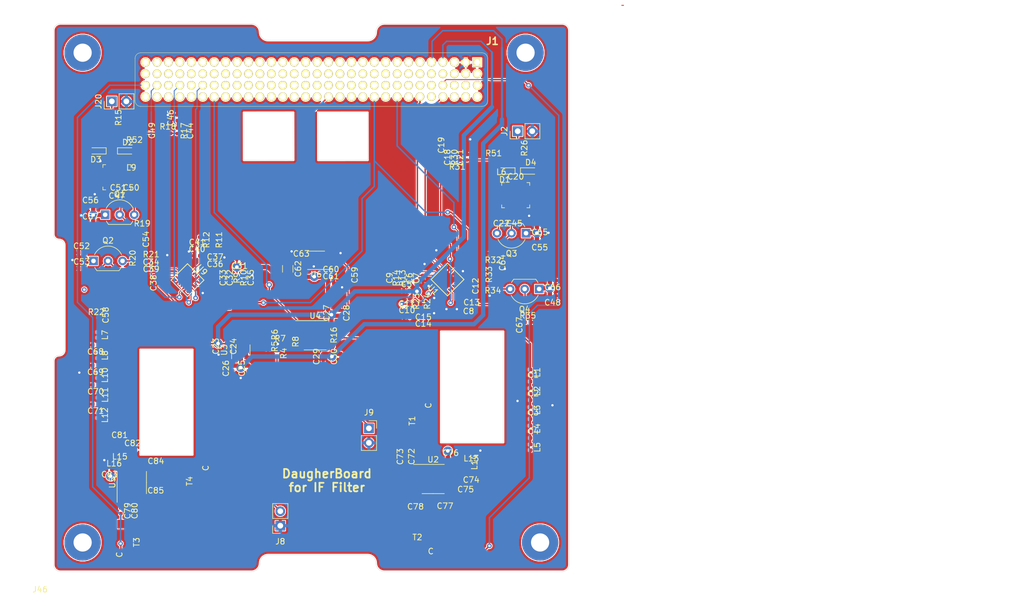
<source format=kicad_pcb>
(kicad_pcb (version 20171130) (host pcbnew "(5.1.5-0-10_14)")
  (layers (0 F.Cu signal) (1 In1.Cu power) (2 In2.Cu power) (31 B.Cu signal) (34 B.Paste user) (35 F.Paste user) (36 B.SilkS user) (37 F.SilkS user) (38 B.Mask user) (39 F.Mask user) (44 Edge.Cuts user))
  (net 0 "")
  (net 1 "Net-(C1-Pad1)")
  (net 2 "Net-(C2-Pad1)")
  (net 3 GND)
  (net 4 "Net-(C4-Pad1)")
  (net 5 "Net-(C19-Pad1)")
  (net 6 "Net-(C21-Pad1)")
  (net 7 "Net-(C22-Pad1)")
  (net 8 -5V)
  (net 9 V_uC)
  (net 10 "Net-(C34-Pad1)")
  (net 11 F_IN)
  (net 12 CE)
  (net 13 Vcc)
  (net 14 "Net-(C39-Pad2)")
  (net 15 Vp)
  (net 16 "Net-(C46-Pad1)")
  (net 17 "Net-(C47-Pad1)")
  (net 18 "Net-(C49-Pad1)")
  (net 19 "Net-(C50-Pad1)")
  (net 20 +8V)
  (net 21 "Net-(C54-Pad2)")
  (net 22 "Net-(C59-Pad1)")
  (net 23 "Net-(C62-Pad1)")
  (net 24 "Net-(C67-Pad1)")
  (net 25 "Net-(C72-Pad2)")
  (net 26 "Net-(C77-Pad2)")
  (net 27 "Net-(C79-Pad1)")
  (net 28 "Net-(C80-Pad1)")
  (net 29 "Net-(D2-Pad1)")
  (net 30 "Net-(Q2-Pad3)")
  (net 31 "Net-(Q4-Pad3)")
  (net 32 "Net-(R5-Pad1)")
  (net 33 "Net-(R6-Pad1)")
  (net 34 "Net-(R7-Pad1)")
  (net 35 CPo)
  (net 36 +5V)
  (net 37 F_IN_2)
  (net 38 CPo_2)
  (net 39 "Net-(C3-Pad1)")
  (net 40 "Net-(C13-Pad2)")
  (net 41 "Net-(C20-Pad1)")
  (net 42 "Net-(C64-Pad2)")
  (net 43 "Net-(C68-Pad1)")
  (net 44 "Net-(C69-Pad1)")
  (net 45 "Net-(C70-Pad1)")
  (net 46 "Net-(C71-Pad1)")
  (net 47 "Net-(C72-Pad1)")
  (net 48 "Net-(C73-Pad2)")
  (net 49 "Net-(C73-Pad1)")
  (net 50 "Net-(C74-Pad2)")
  (net 51 "Net-(C78-Pad2)")
  (net 52 "Net-(C79-Pad2)")
  (net 53 "Net-(C80-Pad2)")
  (net 54 "Net-(C81-Pad2)")
  (net 55 "Net-(C82-Pad2)")
  (net 56 "Net-(C84-Pad1)")
  (net 57 "Net-(C84-Pad2)")
  (net 58 "Net-(C85-Pad2)")
  (net 59 "Net-(C85-Pad1)")
  (net 60 "Net-(D1-Pad1)")
  (net 61 /PLL_10m_LPF)
  (net 62 /Down_Mixer-IF_Filter)
  (net 63 /IF_Filter-VGA)
  (net 64 /VGA-Detector)
  (net 65 /PLL_15m-LPF)
  (net 66 Bus_104)
  (net 67 "Net-(L13-Pad2)")
  (net 68 "Net-(L15-Pad2)")
  (net 69 /LPF-Down_Mixer)
  (net 70 "Net-(R8-Pad1)")
  (net 71 "Net-(R16-Pad2)")
  (net 72 Bus_96)
  (net 73 Bus_99)
  (net 74 Bus_94)
  (net 75 Bus_100)
  (net 76 "Net-(C12-Pad2)")
  (net 77 "Net-(C38-Pad2)")
  (net 78 V_uC_2)
  (net 79 CE_2)
  (net 80 Vcc_2)
  (net 81 Vp_2)
  (net 82 Bus_87)
  (net 83 Bus_89)
  (net 84 Bus_85)
  (net 85 Bus_114)
  (net 86 "Net-(J2-Pad1)")
  (net 87 "Net-(J20-Pad1)")
  (net 88 Bus_64)
  (net 89 Bus_90)
  (net 90 "Net-(C75-Pad2)")
  (net 91 "Net-(C77-Pad1)")
  (net 92 "Net-(C78-Pad1)")
  (net 93 /LPF-Up_Mixer)
  (module SS:STD_PCB_A1_v1.1 (layer F.Cu) (at 23.33 113.791751)
    (fp_text reference J46 (at -2.36 3.15) (layer F.SilkS))
    (fp_text value Bus)
    (fp_text user J1 (at 76.75 -92.831751) (layer F.SilkS) (effects (font (size 1.27 1.27) (thickness 0.254))))
    (fp_line (start 90.17 -72.9) (end 90.17 -70.615) (layer Edge.Cuts) (width 0.0635))
    (fp_arc (start 57.855 -94.425) (end 56.39 -94.425) (angle 90) (layer Edge.Cuts) (width 0.0635))
    (fp_arc (start 54.925 -94.425) (end 56.39 -94.425) (angle 90) (layer Edge.Cuts) (width 0.0635))
    (fp_arc (start 37.535 -94.425) (end 37.535 -92.96) (angle 90) (layer Edge.Cuts) (width 0.0635))
    (fp_arc (start 34.605 -94.425) (end 34.605 -95.89) (angle 90) (layer Edge.Cuts) (width 0.0635))
    (fp_arc (start 88.97 -94.69) (end 90.17 -94.69) (angle -90) (layer Edge.Cuts) (width 0.0635))
    (fp_arc (start 1.2 -94.69) (end 0 -94.69) (angle 90) (layer Edge.Cuts) (width 0.0635))
    (fp_line (start 88.97 -95.89) (end 84.4 -95.89) (layer Edge.Cuts) (width 0.0635))
    (fp_line (start 90.17 -72.9) (end 90.17 -94.69) (layer Edge.Cuts) (width 0.0635))
    (fp_line (start 57.855 -95.89) (end 84.4 -95.89) (layer Edge.Cuts) (width 0.0635))
    (fp_line (start 37.535 -92.96) (end 54.925 -92.96) (layer Edge.Cuts) (width 0.0635))
    (fp_line (start 1.2 -95.89) (end 34.605 -95.89) (layer Edge.Cuts) (width 0.0635))
    (fp_arc (start 88.97 -1.2) (end 88.97 0) (angle -90) (layer Edge.Cuts) (width 0.0635))
    (fp_arc (start 57.85 -1.46) (end 56.39 -1.46) (angle -90) (layer Edge.Cuts) (width 0.0635))
    (fp_arc (start 54.93 -1.46) (end 56.39 -1.46) (angle -90) (layer Edge.Cuts) (width 0.0635))
    (fp_line (start 90.17 -1.2) (end 90.17 -70.615) (layer Edge.Cuts) (width 0.0635))
    (fp_line (start 57.85 0) (end 88.97 0) (layer Edge.Cuts) (width 0.0635))
    (fp_arc (start 37.53 -1.46) (end 37.53 -2.92) (angle -90) (layer Edge.Cuts) (width 0.0635))
    (fp_arc (start 34.61 -1.46) (end 34.61 0) (angle -90) (layer Edge.Cuts) (width 0.0635))
    (fp_line (start 37.53 -2.92) (end 54.93 -2.92) (layer Edge.Cuts) (width 0.0635))
    (fp_arc (start 1.2 -1.2) (end 0 -1.2) (angle -90) (layer Edge.Cuts) (width 0.0635))
    (fp_arc (start 0.96 -59.04) (end 0 -59.04) (angle -90) (layer Edge.Cuts) (width 0.0635))
    (fp_arc (start 0.96 -57.12) (end 0.96 -58.08) (angle 90) (layer Edge.Cuts) (width 0.0635))
    (fp_line (start 0 -1.2) (end 0 -36.85) (layer Edge.Cuts) (width 0.0635))
    (fp_line (start 1.2 0) (end 34.61 0) (layer Edge.Cuts) (width 0.0635))
    (fp_line (start 0 -59.04) (end 0 -94.69) (layer Edge.Cuts) (width 0.0635))
    (fp_line (start 1.92 -38.77) (end 1.92 -57.12) (layer Edge.Cuts) (width 0.0635))
    (fp_arc (start 0.96 -36.85) (end 0 -36.85) (angle 90) (layer Edge.Cuts) (width 0.0635))
    (fp_arc (start 0.96 -38.77) (end 0.96 -37.81) (angle -90) (layer Edge.Cuts) (width 0.0635))
    (pad "" np_thru_hole circle (at 85.09 -5.08) (size 6.35 6.35) (drill 3.18) (layers *.Cu *.Mask))
    (pad "" np_thru_hole circle (at 82.55 -90.81) (size 6.35 6.35) (drill 3.18) (layers *.Cu *.Mask))
    (pad "" np_thru_hole circle (at 5.08 -90.81) (size 6.35 6.35) (drill 3.18) (layers *.Cu *.Mask))
    (pad "" np_thru_hole circle (at 5.08 -5.08) (size 6.35 6.35) (drill 3.18) (layers *.Cu *.Mask))
    (pad 93 thru_hole circle (at 70.085 -83.12 90) (size 1.5 1.5) (drill 1) (layers *.Cu *.Mask F.SilkS))
    (pad 73 thru_hole circle (at 50.085 -85.12 90) (size 1.5 1.5) (drill 1) (layers *.Cu *.Mask F.SilkS))
    (pad 87 thru_hole circle (at 22.085 -85.12 90) (size 1.5 1.5) (drill 1) (layers *.Cu *.Mask F.SilkS) (net 82 Bus_87) (clearance 0.127))
    (pad 107 thru_hole circle (at 42.085 -83.12 90) (size 1.5 1.5) (drill 1) (layers *.Cu *.Mask F.SilkS))
    (pad 99 thru_hole circle (at 58.085 -83.12 90) (size 1.5 1.5) (drill 1) (layers *.Cu *.Mask F.SilkS))
    (pad 70 thru_hole circle (at 56.085 -85.12 90) (size 1.5 1.5) (drill 1) (layers *.Cu *.Mask F.SilkS))
    (pad 96 thru_hole circle (at 64.085 -83.12 90) (size 1.5 1.5) (drill 1) (layers *.Cu *.Mask F.SilkS) (net 72 Bus_96))
    (pad 104 thru_hole circle (at 48.085 -83.12 90) (size 1.5 1.5) (drill 1) (layers *.Cu *.Mask F.SilkS) (net 66 Bus_104))
    (pad 116 thru_hole circle (at 24.085 -83.12 90) (size 1.5 1.5) (drill 1) (layers *.Cu *.Mask F.SilkS) (clearance 0.00127))
    (pad 82 thru_hole circle (at 32.085 -85.12 90) (size 1.5 1.5) (drill 1) (layers *.Cu *.Mask F.SilkS))
    (pad 88 thru_hole circle (at 20.085 -85.12 90) (size 1.5 1.5) (drill 1) (layers *.Cu *.Mask F.SilkS) (clearance 0.127))
    (pad 78 thru_hole circle (at 40.085 -85.12 90) (size 1.5 1.5) (drill 1) (layers *.Cu *.Mask F.SilkS))
    (pad 95 thru_hole circle (at 66.085 -83.12 90) (size 1.5 1.5) (drill 1) (layers *.Cu *.Mask F.SilkS))
    (pad 86 thru_hole circle (at 24.085 -85.12 90) (size 1.5 1.5) (drill 1) (layers *.Cu *.Mask F.SilkS) (clearance 0.127))
    (pad 74 thru_hole circle (at 48.085 -85.12 90) (size 1.5 1.5) (drill 1) (layers *.Cu *.Mask F.SilkS))
    (pad 97 thru_hole circle (at 62.085 -83.12 90) (size 1.5 1.5) (drill 1) (layers *.Cu *.Mask F.SilkS))
    (pad 68 thru_hole circle (at 60.085 -85.12 90) (size 1.5 1.5) (drill 1) (layers *.Cu *.Mask F.SilkS))
    (pad 89 thru_hole circle (at 18.085 -85.12 90) (size 1.5 1.5) (drill 1) (layers *.Cu *.Mask F.SilkS) (net 83 Bus_89) (clearance 0.127))
    (pad 80 thru_hole circle (at 36.085 -85.12 90) (size 1.5 1.5) (drill 1) (layers *.Cu *.Mask F.SilkS))
    (pad 91 thru_hole circle (at 74.085 -83.12 90) (size 1.5 1.5) (drill 1) (layers *.Cu *.Mask F.SilkS))
    (pad 120 thru_hole circle (at 16.085 -83.12 90) (size 1.5 1.5) (drill 1) (layers *.Cu *.Mask F.SilkS) (clearance 0.00127))
    (pad 108 thru_hole circle (at 40.085 -83.12 90) (size 1.5 1.5) (drill 1) (layers *.Cu *.Mask F.SilkS))
    (pad 102 thru_hole circle (at 52.085 -83.12 90) (size 1.5 1.5) (drill 1) (layers *.Cu *.Mask F.SilkS))
    (pad 98 thru_hole circle (at 60.085 -83.12 90) (size 1.5 1.5) (drill 1) (layers *.Cu *.Mask F.SilkS) (net 73 Bus_99))
    (pad 71 thru_hole circle (at 54.085 -85.12 90) (size 1.5 1.5) (drill 1) (layers *.Cu *.Mask F.SilkS))
    (pad 83 thru_hole circle (at 30.085 -85.12 90) (size 1.5 1.5) (drill 1) (layers *.Cu *.Mask F.SilkS))
    (pad 105 thru_hole circle (at 46.085 -83.12 90) (size 1.5 1.5) (drill 1) (layers *.Cu *.Mask F.SilkS))
    (pad 90 thru_hole circle (at 16.085 -85.12 90) (size 1.5 1.5) (drill 1) (layers *.Cu *.Mask F.SilkS) (net 89 Bus_90) (clearance 0.127))
    (pad 84 thru_hole circle (at 28.085 -85.12 90) (size 1.5 1.5) (drill 1) (layers *.Cu *.Mask F.SilkS))
    (pad 77 thru_hole circle (at 42.085 -85.12 90) (size 1.5 1.5) (drill 1) (layers *.Cu *.Mask F.SilkS))
    (pad 69 thru_hole circle (at 58.085 -85.12 90) (size 1.5 1.5) (drill 1) (layers *.Cu *.Mask F.SilkS))
    (pad 51 thru_hole circle (at 34.085 -87.12 90) (size 1.5 1.5) (drill 1) (layers *.Cu *.Mask F.SilkS))
    (pad 62 thru_hole circle (at 72.085 -85.12 90) (size 1.5 1.5) (drill 1) (layers *.Cu *.Mask F.SilkS))
    (pad 85 thru_hole circle (at 26.085 -85.12 90) (size 1.5 1.5) (drill 1) (layers *.Cu *.Mask F.SilkS) (net 84 Bus_85) (clearance 0.127))
    (pad 119 thru_hole circle (at 18.085 -83.12 90) (size 1.5 1.5) (drill 1) (layers *.Cu *.Mask F.SilkS) (clearance 0.00127))
    (pad 29 thru_hole circle (at 18.085 -89.12 90) (size 1.5 1.5) (drill 1) (layers *.Cu *.Mask F.SilkS))
    (pad 21 thru_hole circle (at 34.085 -89.12 90) (size 1.5 1.5) (drill 1) (layers *.Cu *.Mask F.SilkS))
    (pad 110 thru_hole circle (at 36.085 -83.12 90) (size 1.5 1.5) (drill 1) (layers *.Cu *.Mask F.SilkS))
    (pad 39 thru_hole circle (at 58.085 -87.12 90) (size 1.5 1.5) (drill 1) (layers *.Cu *.Mask F.SilkS))
    (pad 9 thru_hole circle (at 58.085 -89.12 90) (size 1.5 1.5) (drill 1) (layers *.Cu *.Mask F.SilkS))
    (pad 47 thru_hole circle (at 42.085 -87.12 90) (size 1.5 1.5) (drill 1) (layers *.Cu *.Mask F.SilkS))
    (pad 61 thru_hole circle (at 74.085 -85.12 90) (size 1.5 1.5) (drill 1) (layers *.Cu *.Mask F.SilkS))
    (pad 19 thru_hole circle (at 38.085 -89.12 90) (size 1.5 1.5) (drill 1) (layers *.Cu *.Mask F.SilkS))
    (pad 57 thru_hole circle (at 22.085 -87.12 90) (size 1.5 1.5) (drill 1) (layers *.Cu *.Mask F.SilkS))
    (pad 114 thru_hole circle (at 28.085 -83.12 90) (size 1.5 1.5) (drill 1) (layers *.Cu *.Mask F.SilkS) (net 85 Bus_114) (clearance 0.00127))
    (pad 46 thru_hole circle (at 44.085 -87.12 90) (size 1.5 1.5) (drill 1) (layers *.Cu *.Mask F.SilkS))
    (pad 55 thru_hole circle (at 26.085 -87.12 90) (size 1.5 1.5) (drill 1) (layers *.Cu *.Mask F.SilkS))
    (pad 54 thru_hole circle (at 28.085 -87.12 90) (size 1.5 1.5) (drill 1) (layers *.Cu *.Mask F.SilkS))
    (pad 94 thru_hole circle (at 68.085 -83.12 90) (size 1.5 1.5) (drill 1) (layers *.Cu *.Mask F.SilkS) (net 74 Bus_94))
    (pad 117 thru_hole circle (at 22.085 -83.12 90) (size 1.5 1.5) (drill 1) (layers *.Cu *.Mask F.SilkS) (clearance 0.00127))
    (pad 76 thru_hole circle (at 44.085 -85.12 90) (size 1.5 1.5) (drill 1) (layers *.Cu *.Mask F.SilkS))
    (pad 15 thru_hole circle (at 46.085 -89.12 90) (size 1.5 1.5) (drill 1) (layers *.Cu *.Mask F.SilkS))
    (pad 100 thru_hole circle (at 56.085 -83.12 90) (size 1.5 1.5) (drill 1) (layers *.Cu *.Mask F.SilkS) (net 75 Bus_100))
    (pad 111 thru_hole circle (at 34.085 -83.12 90) (size 1.5 1.5) (drill 1) (layers *.Cu *.Mask F.SilkS))
    (pad 92 thru_hole circle (at 72.085 -83.12 90) (size 1.5 1.5) (drill 1) (layers *.Cu *.Mask F.SilkS))
    (pad 6 thru_hole circle (at 64.085 -89.12 90) (size 1.5 1.5) (drill 1) (layers *.Cu *.Mask F.SilkS) (net 20 +8V))
    (pad 37 thru_hole circle (at 62.085 -87.12 90) (size 1.5 1.5) (drill 1) (layers *.Cu *.Mask F.SilkS))
    (pad 23 thru_hole circle (at 30.085 -89.12 90) (size 1.5 1.5) (drill 1) (layers *.Cu *.Mask F.SilkS))
    (pad 52 thru_hole circle (at 32.085 -87.12 90) (size 1.5 1.5) (drill 1) (layers *.Cu *.Mask F.SilkS))
    (pad 56 thru_hole circle (at 24.085 -87.12 90) (size 1.5 1.5) (drill 1) (layers *.Cu *.Mask F.SilkS))
    (pad 13 thru_hole circle (at 50.085 -89.12 90) (size 1.5 1.5) (drill 1) (layers *.Cu *.Mask F.SilkS))
    (pad 11 thru_hole circle (at 54.085 -89.12 90) (size 1.5 1.5) (drill 1) (layers *.Cu *.Mask F.SilkS))
    (pad 58 thru_hole circle (at 20.085 -87.12 90) (size 1.5 1.5) (drill 1) (layers *.Cu *.Mask F.SilkS))
    (pad 48 thru_hole circle (at 40.085 -87.12 90) (size 1.5 1.5) (drill 1) (layers *.Cu *.Mask F.SilkS))
    (pad 67 thru_hole circle (at 62.085 -85.12 90) (size 1.5 1.5) (drill 1) (layers *.Cu *.Mask F.SilkS))
    (pad 75 thru_hole circle (at 46.085 -85.12 90) (size 1.5 1.5) (drill 1) (layers *.Cu *.Mask F.SilkS))
    (pad 112 thru_hole circle (at 32.085 -83.12 90) (size 1.5 1.5) (drill 1) (layers *.Cu *.Mask F.SilkS))
    (pad 118 thru_hole circle (at 20.085 -83.12 90) (size 1.5 1.5) (drill 1) (layers *.Cu *.Mask F.SilkS) (clearance 0.00127))
    (pad 81 thru_hole circle (at 34.085 -85.12 90) (size 1.5 1.5) (drill 1) (layers *.Cu *.Mask F.SilkS))
    (pad 7 thru_hole circle (at 62.085 -89.12 90) (size 1.5 1.5) (drill 1) (layers *.Cu *.Mask F.SilkS))
    (pad 20 thru_hole circle (at 36.085 -89.12 90) (size 1.5 1.5) (drill 1) (layers *.Cu *.Mask F.SilkS))
    (pad 103 thru_hole circle (at 50.085 -83.12 90) (size 1.5 1.5) (drill 1) (layers *.Cu *.Mask F.SilkS))
    (pad 41 thru_hole circle (at 54.085 -87.12 90) (size 1.5 1.5) (drill 1) (layers *.Cu *.Mask F.SilkS))
    (pad 26 thru_hole circle (at 24.085 -89.12 90) (size 1.5 1.5) (drill 1) (layers *.Cu *.Mask F.SilkS))
    (pad 101 thru_hole circle (at 54.085 -83.12 90) (size 1.5 1.5) (drill 1) (layers *.Cu *.Mask F.SilkS))
    (pad 53 thru_hole circle (at 30.085 -87.12 90) (size 1.5 1.5) (drill 1) (layers *.Cu *.Mask F.SilkS))
    (pad 30 thru_hole circle (at 16.085 -89.12 90) (size 1.5 1.5) (drill 1) (layers *.Cu *.Mask F.SilkS))
    (pad 109 thru_hole circle (at 38.085 -83.12 90) (size 1.5 1.5) (drill 1) (layers *.Cu *.Mask F.SilkS))
    (pad 4 thru_hole circle (at 68.085 -89.12 90) (size 1.5 1.5) (drill 1) (layers *.Cu *.Mask F.SilkS) (net 36 +5V))
    (pad 79 thru_hole circle (at 38.085 -85.12 90) (size 1.5 1.5) (drill 1) (layers *.Cu *.Mask F.SilkS))
    (pad 65 thru_hole circle (at 66.085 -85.12 90) (size 1.5 1.5) (drill 1) (layers *.Cu *.Mask F.SilkS))
    (pad 59 thru_hole circle (at 18.085 -87.12 90) (size 1.5 1.5) (drill 1) (layers *.Cu *.Mask F.SilkS))
    (pad 27 thru_hole circle (at 22.085 -89.12 90) (size 1.5 1.5) (drill 1) (layers *.Cu *.Mask F.SilkS))
    (pad 34 thru_hole circle (at 68.085 -87.12 90) (size 1.5 1.5) (drill 1) (layers *.Cu *.Mask F.SilkS))
    (pad 63 thru_hole circle (at 70.085 -85.12 90) (size 1.5 1.5) (drill 1) (layers *.Cu *.Mask F.SilkS))
    (pad 18 thru_hole circle (at 40.085 -89.12 90) (size 1.5 1.5) (drill 1) (layers *.Cu *.Mask F.SilkS))
    (pad 72 thru_hole circle (at 52.085 -85.12 90) (size 1.5 1.5) (drill 1) (layers *.Cu *.Mask F.SilkS))
    (pad 115 thru_hole circle (at 26.085 -83.12 90) (size 1.5 1.5) (drill 1) (layers *.Cu *.Mask F.SilkS) (clearance 0.00127))
    (pad 16 thru_hole circle (at 44.085 -89.12 90) (size 1.5 1.5) (drill 1) (layers *.Cu *.Mask F.SilkS))
    (pad 66 thru_hole circle (at 64.085 -85.12 90) (size 1.5 1.5) (drill 1) (layers *.Cu *.Mask F.SilkS))
    (pad 64 thru_hole circle (at 68.085 -85.12 90) (size 1.5 1.5) (drill 1) (layers *.Cu *.Mask F.SilkS) (net 88 Bus_64))
    (pad 5 thru_hole circle (at 66.085 -89.12 90) (size 1.5 1.5) (drill 1) (layers *.Cu *.Mask F.SilkS) (net 8 -5V))
    (pad 106 thru_hole circle (at 44.085 -83.12 90) (size 1.5 1.5) (drill 1) (layers *.Cu *.Mask F.SilkS))
    (pad 113 thru_hole circle (at 30.085 -83.12 90) (size 1.5 1.5) (drill 1) (layers *.Cu *.Mask F.SilkS))
    (pad 60 thru_hole circle (at 16.085 -87.12 90) (size 1.5 1.5) (drill 1) (layers *.Cu *.Mask F.SilkS))
    (pad 2 thru_hole circle (at 72.085 -89.12 90) (size 1.5 1.5) (drill 1) (layers *.Cu *.Mask F.SilkS) (net 3 GND))
    (pad 45 thru_hole circle (at 46.085 -87.12 90) (size 1.5 1.5) (drill 1) (layers *.Cu *.Mask F.SilkS))
    (pad 40 thru_hole circle (at 56.085 -87.12 90) (size 1.5 1.5) (drill 1) (layers *.Cu *.Mask F.SilkS))
    (pad 36 thru_hole circle (at 64.085 -87.12 90) (size 1.5 1.5) (drill 1) (layers *.Cu *.Mask F.SilkS))
    (pad 3 thru_hole circle (at 70.085 -89.12 90) (size 1.5 1.5) (drill 1) (layers *.Cu *.Mask F.SilkS))
    (pad 31 thru_hole circle (at 74.085 -87.12 90) (size 1.5 1.5) (drill 1) (layers *.Cu *.Mask F.SilkS))
    (pad 14 thru_hole circle (at 48.085 -89.12 90) (size 1.5 1.5) (drill 1) (layers *.Cu *.Mask F.SilkS))
    (pad 10 thru_hole circle (at 56.085 -89.12 90) (size 1.5 1.5) (drill 1) (layers *.Cu *.Mask F.SilkS))
    (pad 38 thru_hole circle (at 60.085 -87.12 90) (size 1.5 1.5) (drill 1) (layers *.Cu *.Mask F.SilkS))
    (pad 25 thru_hole circle (at 26.085 -89.12 90) (size 1.5 1.5) (drill 1) (layers *.Cu *.Mask F.SilkS))
    (pad 28 thru_hole circle (at 20.085 -89.12 90) (size 1.5 1.5) (drill 1) (layers *.Cu *.Mask F.SilkS))
    (pad 33 thru_hole circle (at 70.085 -87.12 90) (size 1.5 1.5) (drill 1) (layers *.Cu *.Mask F.SilkS))
    (pad 42 thru_hole circle (at 52.085 -87.12 90) (size 1.5 1.5) (drill 1) (layers *.Cu *.Mask F.SilkS))
    (pad 32 thru_hole circle (at 72.085 -87.12 90) (size 1.5 1.5) (drill 1) (layers *.Cu *.Mask F.SilkS))
    (pad 44 thru_hole circle (at 48.085 -87.12 90) (size 1.5 1.5) (drill 1) (layers *.Cu *.Mask F.SilkS))
    (pad 1 thru_hole rect (at 74.085 -89.12 90) (size 1.5 1.5) (drill 1) (layers *.Cu *.Mask F.SilkS))
    (pad 43 thru_hole circle (at 50.085 -87.12 90) (size 1.5 1.5) (drill 1) (layers *.Cu *.Mask F.SilkS))
    (pad 50 thru_hole circle (at 36.085 -87.12 90) (size 1.5 1.5) (drill 1) (layers *.Cu *.Mask F.SilkS))
    (pad 17 thru_hole circle (at 42.085 -89.12 90) (size 1.5 1.5) (drill 1) (layers *.Cu *.Mask F.SilkS))
    (pad 49 thru_hole circle (at 38.085 -87.12 90) (size 1.5 1.5) (drill 1) (layers *.Cu *.Mask F.SilkS))
    (pad 8 thru_hole circle (at 60.085 -89.12 90) (size 1.5 1.5) (drill 1) (layers *.Cu *.Mask F.SilkS))
    (pad 24 thru_hole circle (at 28.085 -89.12 90) (size 1.5 1.5) (drill 1) (layers *.Cu *.Mask F.SilkS))
    (pad 12 thru_hole circle (at 52.085 -89.12 90) (size 1.5 1.5) (drill 1) (layers *.Cu *.Mask F.SilkS))
    (pad 22 thru_hole circle (at 32.085 -89.12 90) (size 1.5 1.5) (drill 1) (layers *.Cu *.Mask F.SilkS))
    (pad 35 thru_hole circle (at 66.085 -87.12 90) (size 1.5 1.5) (drill 1) (layers *.Cu *.Mask F.SilkS))
  )
  (module Capacitor_SMD:C_0402_1005Metric (layer F.Cu) (at 40.36976 60.8076)
    (fp_text reference C34 (at 0 -1.17) (layer F.SilkS))
    (fp_text value 1000pF)
    (pad 1 smd roundrect (at -0.485 0) (size 0.59 0.64) (layers F.Cu F.Paste F.Mask) (net 10 "Net-(C34-Pad1)"))
    (pad 2 smd roundrect (at 0.485 0) (size 0.59 0.64) (layers F.Cu F.Paste F.Mask) (net 11 F_IN))
  )
  (module Capacitor_SMD:C_0402_1005Metric (layer F.Cu) (at 35.09448 103.16436 270)
    (fp_text reference C79 (at 0 -1.17 90) (layer F.SilkS))
    (fp_text value 10u)
    (pad 2 smd roundrect (at 0.485 0 270) (size 0.59 0.64) (layers F.Cu F.Paste F.Mask) (net 52 "Net-(C79-Pad2)"))
    (pad 1 smd roundrect (at -0.485 0 270) (size 0.59 0.64) (layers F.Cu F.Paste F.Mask) (net 27 "Net-(C79-Pad1)"))
  )
  (module Capacitor_SMD:C_0402_1005Metric (layer F.Cu) (at 36.33948 103.15436 270)
    (fp_text reference C80 (at 0 -1.17 90) (layer F.SilkS))
    (fp_text value 10u)
    (pad 1 smd roundrect (at -0.485 0 270) (size 0.59 0.64) (layers F.Cu F.Paste F.Mask) (net 28 "Net-(C80-Pad1)"))
    (pad 2 smd roundrect (at 0.485 0 270) (size 0.59 0.64) (layers F.Cu F.Paste F.Mask) (net 53 "Net-(C80-Pad2)"))
  )
  (module Capacitor_SMD:C_0402_1005Metric (layer F.Cu) (at 33.10448 95.63436 180)
    (fp_text reference C83 (at 0 -1.17) (layer F.SilkS))
    (fp_text value 10u)
    (pad 1 smd roundrect (at -0.485 0 180) (size 0.59 0.64) (layers F.Cu F.Paste F.Mask) (net 20 +8V))
    (pad 2 smd roundrect (at 0.485 0 180) (size 0.59 0.64) (layers F.Cu F.Paste F.Mask) (net 3 GND))
  )
  (module Capacitor_SMD:C_0402_1005Metric (layer F.Cu) (at 34.87448 91.07936)
    (fp_text reference C81 (at 0 -1.17) (layer F.SilkS))
    (fp_text value 2.2n)
    (pad 1 smd roundrect (at -0.485 0) (size 0.59 0.64) (layers F.Cu F.Paste F.Mask) (net 69 /LPF-Down_Mixer))
    (pad 2 smd roundrect (at 0.485 0) (size 0.59 0.64) (layers F.Cu F.Paste F.Mask) (net 54 "Net-(C81-Pad2)"))
  )
  (module Capacitor_SMD:C_0402_1005Metric (layer F.Cu) (at 37.13948 92.50436)
    (fp_text reference C82 (at 0 -1.17) (layer F.SilkS))
    (fp_text value 10u)
    (pad 2 smd roundrect (at 0.485 0) (size 0.59 0.64) (layers F.Cu F.Paste F.Mask) (net 55 "Net-(C82-Pad2)"))
    (pad 1 smd roundrect (at -0.485 0) (size 0.59 0.64) (layers F.Cu F.Paste F.Mask) (net 54 "Net-(C81-Pad2)"))
  )
  (module Capacitor_SMD:C_0402_1005Metric (layer F.Cu) (at 41.22448 95.63936)
    (fp_text reference C84 (at 0 -1.17) (layer F.SilkS))
    (fp_text value 10u)
    (pad 1 smd roundrect (at -0.485 0) (size 0.59 0.64) (layers F.Cu F.Paste F.Mask) (net 56 "Net-(C84-Pad1)"))
    (pad 2 smd roundrect (at 0.485 0) (size 0.59 0.64) (layers F.Cu F.Paste F.Mask) (net 57 "Net-(C84-Pad2)"))
  )
  (module Capacitor_SMD:C_0402_1005Metric (layer F.Cu) (at 41.18948 100.78936)
    (fp_text reference C85 (at 0 -1.17) (layer F.SilkS))
    (fp_text value 10u)
    (pad 2 smd roundrect (at 0.485 0) (size 0.59 0.64) (layers F.Cu F.Paste F.Mask) (net 58 "Net-(C85-Pad2)"))
    (pad 1 smd roundrect (at -0.485 0) (size 0.59 0.64) (layers F.Cu F.Paste F.Mask) (net 59 "Net-(C85-Pad1)"))
  )
  (module Capacitor_SMD:C_0402_1005Metric (layer F.Cu) (at 87.11364 93.66716 90)
    (fp_text reference C72 (at 0 -1.17 90) (layer F.SilkS))
    (fp_text value 10u)
    (pad 2 smd roundrect (at 0.485 0 90) (size 0.59 0.64) (layers F.Cu F.Paste F.Mask) (net 25 "Net-(C72-Pad2)"))
    (pad 1 smd roundrect (at -0.485 0 90) (size 0.59 0.64) (layers F.Cu F.Paste F.Mask) (net 47 "Net-(C72-Pad1)"))
  )
  (module Capacitor_SMD:C_0402_1005Metric (layer F.Cu) (at 85.11364 93.68716 90)
    (fp_text reference C73 (at 0 -1.17 90) (layer F.SilkS))
    (fp_text value 10u)
    (pad 2 smd roundrect (at 0.485 0 90) (size 0.59 0.64) (layers F.Cu F.Paste F.Mask) (net 48 "Net-(C73-Pad2)"))
    (pad 1 smd roundrect (at -0.485 0 90) (size 0.59 0.64) (layers F.Cu F.Paste F.Mask) (net 49 "Net-(C73-Pad1)"))
  )
  (module Capacitor_SMD:C_0402_1005Metric (layer F.Cu) (at 92.75864 94.21216)
    (fp_text reference C76 (at 0 -1.17) (layer F.SilkS))
    (fp_text value 10u)
    (pad 1 smd roundrect (at -0.485 0) (size 0.59 0.64) (layers F.Cu F.Paste F.Mask) (net 20 +8V))
    (pad 2 smd roundrect (at 0.485 0) (size 0.59 0.64) (layers F.Cu F.Paste F.Mask) (net 3 GND))
  )
  (module Capacitor_SMD:C_0402_1005Metric (layer F.Cu) (at 96.37008 96.58 180)
    (fp_text reference C74 (at 0 -1.17) (layer F.SilkS))
    (fp_text value 2.2n)
    (pad 2 smd roundrect (at 0.485 0 180) (size 0.59 0.64) (layers F.Cu F.Paste F.Mask) (net 50 "Net-(C74-Pad2)"))
    (pad 1 smd roundrect (at -0.485 0 180) (size 0.59 0.64) (layers F.Cu F.Paste F.Mask) (net 93 /LPF-Up_Mixer))
  )
  (module Capacitor_SMD:C_0402_1005Metric (layer F.Cu) (at 95.395 98.24624 180)
    (fp_text reference C75 (at 0 -1.17) (layer F.SilkS))
    (fp_text value 10u)
    (pad 2 smd roundrect (at 0.485 0 180) (size 0.59 0.64) (layers F.Cu F.Paste F.Mask) (net 90 "Net-(C75-Pad2)"))
    (pad 1 smd roundrect (at -0.485 0 180) (size 0.59 0.64) (layers F.Cu F.Paste F.Mask) (net 50 "Net-(C74-Pad2)"))
  )
  (module Capacitor_SMD:C_0402_1005Metric (layer F.Cu) (at 91.795 101.155 180)
    (fp_text reference C77 (at 0 -1.17) (layer F.SilkS))
    (fp_text value 10u)
    (pad 1 smd roundrect (at -0.485 0 180) (size 0.59 0.64) (layers F.Cu F.Paste F.Mask) (net 91 "Net-(C77-Pad1)"))
    (pad 2 smd roundrect (at 0.485 0 180) (size 0.59 0.64) (layers F.Cu F.Paste F.Mask) (net 26 "Net-(C77-Pad2)"))
  )
  (module Capacitor_SMD:C_0402_1005Metric (layer F.Cu) (at 86.63 101.265 180)
    (fp_text reference C78 (at 0 -1.17) (layer F.SilkS))
    (fp_text value 10u)
    (pad 2 smd roundrect (at 0.485 0 180) (size 0.59 0.64) (layers F.Cu F.Paste F.Mask) (net 51 "Net-(C78-Pad2)"))
    (pad 1 smd roundrect (at -0.485 0 180) (size 0.59 0.64) (layers F.Cu F.Paste F.Mask) (net 92 "Net-(C78-Pad1)"))
  )
  (module Capacitor_SMD:C_0402_1005Metric (layer F.Cu) (at 50.545 74.355 270)
    (fp_text reference C23 (at 0 -1.17 90) (layer F.SilkS))
    (fp_text value 4.7uF)
    (pad 1 smd roundrect (at -0.485 0 270) (size 0.59 0.64) (layers F.Cu F.Paste F.Mask) (net 36 +5V))
    (pad 2 smd roundrect (at 0.485 0 270) (size 0.59 0.64) (layers F.Cu F.Paste F.Mask) (net 3 GND))
  )
  (module Capacitor_SMD:C_0402_1005Metric (layer F.Cu) (at 53.615 74.385 270)
    (fp_text reference C24 (at 0 -1.17 90) (layer F.SilkS))
    (fp_text value 10nF)
    (pad 2 smd roundrect (at 0.485 0 270) (size 0.59 0.64) (layers F.Cu F.Paste F.Mask) (net 3 GND))
    (pad 1 smd roundrect (at -0.485 0 270) (size 0.59 0.64) (layers F.Cu F.Paste F.Mask) (net 36 +5V))
  )
  (module Capacitor_SMD:C_0402_1005Metric (layer F.Cu) (at 57.425 78.215 90)
    (fp_text reference C25 (at 0 -1.17 90) (layer F.SilkS))
    (fp_text value 4.7uF)
    (pad 2 smd roundrect (at 0.485 0 90) (size 0.59 0.64) (layers F.Cu F.Paste F.Mask) (net 8 -5V))
    (pad 1 smd roundrect (at -0.485 0 90) (size 0.59 0.64) (layers F.Cu F.Paste F.Mask) (net 3 GND))
  )
  (module Capacitor_SMD:C_0402_1005Metric (layer F.Cu) (at 54.645 78.235 90)
    (fp_text reference C26 (at 0 -1.17 90) (layer F.SilkS))
    (fp_text value 10nF)
    (pad 1 smd roundrect (at -0.485 0 90) (size 0.59 0.64) (layers F.Cu F.Paste F.Mask) (net 3 GND))
    (pad 2 smd roundrect (at 0.485 0 90) (size 0.59 0.64) (layers F.Cu F.Paste F.Mask) (net 8 -5V))
  )
  (module Capacitor_SMD:C_0402_1005Metric (layer F.Cu) (at 69.92 68.535 270)
    (fp_text reference C27 (at 0 -1.17 90) (layer F.SilkS))
    (fp_text value 0.1uH)
    (pad 1 smd roundrect (at -0.485 0 270) (size 0.59 0.64) (layers F.Cu F.Paste F.Mask) (net 3 GND))
    (pad 2 smd roundrect (at 0.485 0 270) (size 0.59 0.64) (layers F.Cu F.Paste F.Mask) (net 36 +5V))
  )
  (module Capacitor_SMD:C_0402_1005Metric (layer F.Cu) (at 73.395 68.545 270)
    (fp_text reference C28 (at 0 -1.17 90) (layer F.SilkS))
    (fp_text value 6.8uH)
    (pad 1 smd roundrect (at -0.485 0 270) (size 0.59 0.64) (layers F.Cu F.Paste F.Mask) (net 3 GND))
    (pad 2 smd roundrect (at 0.485 0 270) (size 0.59 0.64) (layers F.Cu F.Paste F.Mask) (net 36 +5V))
  )
  (module Capacitor_SMD:C_0402_1005Metric (layer F.Cu) (at 70.485 76.18 90)
    (fp_text reference C29 (at 0 -1.17 90) (layer F.SilkS))
    (fp_text value 0.1uH)
    (pad 2 smd roundrect (at 0.485 0 90) (size 0.59 0.64) (layers F.Cu F.Paste F.Mask) (net 8 -5V))
    (pad 1 smd roundrect (at -0.485 0 90) (size 0.59 0.64) (layers F.Cu F.Paste F.Mask) (net 3 GND))
  )
  (module Capacitor_SMD:C_0402_1005Metric (layer F.Cu) (at 73.555 76.175 90)
    (fp_text reference C30 (at 0 -1.17 90) (layer F.SilkS))
    (fp_text value 6.8uH)
    (pad 1 smd roundrect (at -0.485 0 90) (size 0.59 0.64) (layers F.Cu F.Paste F.Mask) (net 3 GND))
    (pad 2 smd roundrect (at 0.485 0 90) (size 0.59 0.64) (layers F.Cu F.Paste F.Mask) (net 8 -5V))
  )
  (module Capacitor_SMD:C_0402_1005Metric (layer F.Cu) (at 55.845 59.13 180)
    (fp_text reference C31 (at 0 -1.17) (layer F.SilkS))
    (fp_text value 100nF)
    (pad 1 smd roundrect (at -0.485 0 180) (size 0.59 0.64) (layers F.Cu F.Paste F.Mask) (net 3 GND))
    (pad 2 smd roundrect (at 0.485 0 180) (size 0.59 0.64) (layers F.Cu F.Paste F.Mask) (net 36 +5V))
  )
  (module Capacitor_SMD:C_0402_1005Metric (layer F.Cu) (at 52.97976 62.3726 270)
    (fp_text reference C32 (at 0 -1.17 90) (layer F.SilkS))
    (fp_text value 100nF)
    (pad 2 smd roundrect (at 0.485 0 270) (size 0.59 0.64) (layers F.Cu F.Paste F.Mask) (net 9 V_uC))
    (pad 1 smd roundrect (at -0.485 0 270) (size 0.59 0.64) (layers F.Cu F.Paste F.Mask) (net 3 GND))
  )
  (module Capacitor_SMD:C_0402_1005Metric (layer F.Cu) (at 51.77976 62.3726 270)
    (fp_text reference C33 (at 0 -1.17 90) (layer F.SilkS))
    (fp_text value 100pF)
    (pad 2 smd roundrect (at 0.485 0 270) (size 0.59 0.64) (layers F.Cu F.Paste F.Mask) (net 9 V_uC))
    (pad 1 smd roundrect (at -0.485 0 270) (size 0.59 0.64) (layers F.Cu F.Paste F.Mask) (net 3 GND))
  )
  (module Capacitor_SMD:C_0402_1005Metric (layer F.Cu) (at 56.65476 62.3576 270)
    (fp_text reference C35 (at 0 -1.17 90) (layer F.SilkS))
    (fp_text value 100nF)
    (pad 1 smd roundrect (at -0.485 0 270) (size 0.59 0.64) (layers F.Cu F.Paste F.Mask) (net 3 GND))
    (pad 2 smd roundrect (at 0.485 0 270) (size 0.59 0.64) (layers F.Cu F.Paste F.Mask) (net 12 CE))
  )
  (module Capacitor_SMD:C_0402_1005Metric (layer F.Cu) (at 51.56476 58.8076 180)
    (fp_text reference C36 (at 0 -1.17) (layer F.SilkS))
    (fp_text value 100nF)
    (pad 1 smd roundrect (at -0.485 0 180) (size 0.59 0.64) (layers F.Cu F.Paste F.Mask) (net 3 GND))
    (pad 2 smd roundrect (at 0.485 0 180) (size 0.59 0.64) (layers F.Cu F.Paste F.Mask) (net 13 Vcc))
  )
  (module Capacitor_SMD:C_0402_1005Metric (layer F.Cu) (at 51.57976 57.5426 180)
    (fp_text reference C37 (at 0 -1.17) (layer F.SilkS))
    (fp_text value 100pF)
    (pad 1 smd roundrect (at -0.485 0 180) (size 0.59 0.64) (layers F.Cu F.Paste F.Mask) (net 3 GND))
    (pad 2 smd roundrect (at 0.485 0 180) (size 0.59 0.64) (layers F.Cu F.Paste F.Mask) (net 13 Vcc))
  )
  (module Capacitor_SMD:C_0402_1005Metric (layer F.Cu) (at 41.97976 63.2726 90)
    (fp_text reference C38 (at 0 -1.17 90) (layer F.SilkS))
    (fp_text value 1000pF)
    (pad 1 smd roundrect (at -0.485 0 90) (size 0.59 0.64) (layers F.Cu F.Paste F.Mask) (net 75 Bus_100))
    (pad 2 smd roundrect (at 0.485 0 90) (size 0.59 0.64) (layers F.Cu F.Paste F.Mask) (net 77 "Net-(C38-Pad2)"))
  )
  (module Capacitor_SMD:C_0402_1005Metric (layer F.Cu) (at 40.38976 62.0326)
    (fp_text reference C39 (at 0 -1.17) (layer F.SilkS))
    (fp_text value 100nF)
    (pad 2 smd roundrect (at 0.485 0) (size 0.59 0.64) (layers F.Cu F.Paste F.Mask) (net 14 "Net-(C39-Pad2)"))
    (pad 1 smd roundrect (at -0.485 0) (size 0.59 0.64) (layers F.Cu F.Paste F.Mask) (net 3 GND))
  )
  (module Capacitor_SMD:C_0402_1005Metric (layer F.Cu) (at 48.41476 58.5326)
    (fp_text reference C40 (at 0 -1.17) (layer F.SilkS))
    (fp_text value 100nF)
    (pad 2 smd roundrect (at 0.485 0) (size 0.59 0.64) (layers F.Cu F.Paste F.Mask) (net 15 Vp))
    (pad 1 smd roundrect (at -0.485 0) (size 0.59 0.64) (layers F.Cu F.Paste F.Mask) (net 3 GND))
  )
  (module Capacitor_SMD:C_0402_1005Metric (layer F.Cu) (at 48.43976 57.3326)
    (fp_text reference C41 (at 0 -1.17) (layer F.SilkS))
    (fp_text value 100pF)
    (pad 2 smd roundrect (at 0.485 0) (size 0.59 0.64) (layers F.Cu F.Paste F.Mask) (net 15 Vp))
    (pad 1 smd roundrect (at -0.485 0) (size 0.59 0.64) (layers F.Cu F.Paste F.Mask) (net 3 GND))
  )
  (module Capacitor_SMD:C_0402_1005Metric (layer F.Cu) (at 46.05476 36.6626 270)
    (fp_text reference C44 (at 0 -1.17 90) (layer F.SilkS))
    (fp_text value 12nF)
    (pad 2 smd roundrect (at 0.485 0 270) (size 0.59 0.64) (layers F.Cu F.Paste F.Mask) (net 35 CPo))
    (pad 1 smd roundrect (at -0.485 0 270) (size 0.59 0.64) (layers F.Cu F.Paste F.Mask) (net 3 GND))
  )
  (module Capacitor_SMD:C_0402_1005Metric (layer F.Cu) (at 44.97976 34.3626 90)
    (fp_text reference C46 (at 0 -1.17 90) (layer F.SilkS))
    (fp_text value 80nF)
    (pad 1 smd roundrect (at -0.485 0 90) (size 0.59 0.64) (layers F.Cu F.Paste F.Mask) (net 16 "Net-(C46-Pad1)"))
    (pad 2 smd roundrect (at 0.485 0 90) (size 0.59 0.64) (layers F.Cu F.Paste F.Mask) (net 3 GND))
  )
  (module Capacitor_SMD:C_Trimmer_Murata_TZB4-B (layer F.Cu) (at 34.4 44.78 180)
    (fp_text reference C47 (at 0 -3.25) (layer F.SilkS))
    (fp_text value SGC35060)
    (pad 2 smd rect (at 3 0 180) (size 2 1.6) (layers F.Cu F.Paste F.Mask) (net 3 GND))
    (pad 1 smd rect (at -3 0 180) (size 2 1.6) (layers F.Cu F.Paste F.Mask) (net 17 "Net-(C47-Pad1)"))
  )
  (module Capacitor_SMD:C_0402_1005Metric (layer F.Cu) (at 41.70476 36.6126 90)
    (fp_text reference C49 (at 0 -1.17 90) (layer F.SilkS))
    (fp_text value 220nF)
    (pad 2 smd roundrect (at 0.485 0 90) (size 0.59 0.64) (layers F.Cu F.Paste F.Mask) (net 3 GND))
    (pad 1 smd roundrect (at -0.485 0 90) (size 0.59 0.64) (layers F.Cu F.Paste F.Mask) (net 18 "Net-(C49-Pad1)"))
  )
  (module Capacitor_SMD:C_0402_1005Metric (layer F.Cu) (at 36.89476 47.7776)
    (fp_text reference C50 (at 0 -1.17) (layer F.SilkS))
    (fp_text value 22pF)
    (pad 2 smd roundrect (at 0.485 0) (size 0.59 0.64) (layers F.Cu F.Paste F.Mask) (net 17 "Net-(C47-Pad1)"))
    (pad 1 smd roundrect (at -0.485 0) (size 0.59 0.64) (layers F.Cu F.Paste F.Mask) (net 19 "Net-(C50-Pad1)"))
  )
  (module Capacitor_SMD:C_0402_1005Metric (layer F.Cu) (at 34.62476 47.7776)
    (fp_text reference C51 (at 0 -1.17) (layer F.SilkS))
    (fp_text value 47pF)
    (pad 1 smd roundrect (at -0.485 0) (size 0.59 0.64) (layers F.Cu F.Paste F.Mask) (net 3 GND))
    (pad 2 smd roundrect (at 0.485 0) (size 0.59 0.64) (layers F.Cu F.Paste F.Mask) (net 19 "Net-(C50-Pad1)"))
  )
  (module Capacitor_SMD:C_0402_1005Metric (layer F.Cu) (at 28.22476 57.9976)
    (fp_text reference C52 (at 0 -1.17) (layer F.SilkS))
    (fp_text value 100pF)
    (pad 1 smd roundrect (at -0.485 0) (size 0.59 0.64) (layers F.Cu F.Paste F.Mask) (net 3 GND))
    (pad 2 smd roundrect (at 0.485 0) (size 0.59 0.64) (layers F.Cu F.Paste F.Mask) (net 20 +8V))
  )
  (module Capacitor_SMD:C_0402_1005Metric (layer F.Cu) (at 28.24476 60.7376)
    (fp_text reference C53 (at 0 -1.17) (layer F.SilkS))
    (fp_text value 100nF)
    (pad 1 smd roundrect (at -0.485 0) (size 0.59 0.64) (layers F.Cu F.Paste F.Mask) (net 3 GND))
    (pad 2 smd roundrect (at 0.485 0) (size 0.59 0.64) (layers F.Cu F.Paste F.Mask) (net 20 +8V))
  )
  (module Capacitor_SMD:C_0402_1005Metric (layer F.Cu) (at 38.33 55.635 270)
    (fp_text reference C54 (at 0 -1.17 90) (layer F.SilkS))
    (fp_text value 10pF)
    (pad 2 smd roundrect (at 0.485 0 270) (size 0.59 0.64) (layers F.Cu F.Paste F.Mask) (net 21 "Net-(C54-Pad2)"))
    (pad 1 smd roundrect (at -0.485 0 270) (size 0.59 0.64) (layers F.Cu F.Paste F.Mask) (net 19 "Net-(C50-Pad1)"))
  )
  (module Capacitor_SMD:C_0402_1005Metric (layer F.Cu) (at 29.77976 49.9776)
    (fp_text reference C56 (at 0 -1.17) (layer F.SilkS))
    (fp_text value 100pF)
    (pad 2 smd roundrect (at 0.485 0) (size 0.59 0.64) (layers F.Cu F.Paste F.Mask) (net 20 +8V))
    (pad 1 smd roundrect (at -0.485 0) (size 0.59 0.64) (layers F.Cu F.Paste F.Mask) (net 3 GND))
  )
  (module Capacitor_SMD:C_0402_1005Metric (layer F.Cu) (at 29.76976 52.8276)
    (fp_text reference C57 (at 0 -1.17) (layer F.SilkS))
    (fp_text value 100nF)
    (pad 2 smd roundrect (at 0.485 0) (size 0.59 0.64) (layers F.Cu F.Paste F.Mask) (net 20 +8V))
    (pad 1 smd roundrect (at -0.485 0) (size 0.59 0.64) (layers F.Cu F.Paste F.Mask) (net 3 GND))
  )
  (module Capacitor_SMD:C_0402_1005Metric (layer F.Cu) (at 31.28 68.915 270)
    (fp_text reference C58 (at 0 -1.17 90) (layer F.SilkS))
    (fp_text value 100nF)
    (pad 2 smd roundrect (at 0.485 0 270) (size 0.59 0.64) (layers F.Cu F.Paste F.Mask) (net 65 /PLL_15m-LPF))
    (pad 1 smd roundrect (at -0.485 0 270) (size 0.59 0.64) (layers F.Cu F.Paste F.Mask) (net 10 "Net-(C34-Pad1)"))
  )
  (module Capacitor_SMD:C_0402_1005Metric (layer F.Cu) (at 74.83 61.89 270)
    (fp_text reference C59 (at 0 -1.17 90) (layer F.SilkS))
    (fp_text value 0.1uH)
    (pad 1 smd roundrect (at -0.485 0 270) (size 0.59 0.64) (layers F.Cu F.Paste F.Mask) (net 22 "Net-(C59-Pad1)"))
    (pad 2 smd roundrect (at 0.485 0 270) (size 0.59 0.64) (layers F.Cu F.Paste F.Mask) (net 64 /VGA-Detector))
  )
  (module Capacitor_SMD:C_0402_1005Metric (layer F.Cu) (at 71.835 62.07)
    (fp_text reference C60 (at 0 -1.17) (layer F.SilkS))
    (fp_text value 0.1uH)
    (pad 2 smd roundrect (at 0.485 0) (size 0.59 0.64) (layers F.Cu F.Paste F.Mask) (net 3 GND))
    (pad 1 smd roundrect (at -0.485 0) (size 0.59 0.64) (layers F.Cu F.Paste F.Mask) (net 36 +5V))
  )
  (module Capacitor_SMD:C_0402_1005Metric (layer F.Cu) (at 71.835 63.29)
    (fp_text reference C61 (at 0 -1.17) (layer F.SilkS))
    (fp_text value 100pF)
    (pad 1 smd roundrect (at -0.485 0) (size 0.59 0.64) (layers F.Cu F.Paste F.Mask) (net 36 +5V))
    (pad 2 smd roundrect (at 0.485 0) (size 0.59 0.64) (layers F.Cu F.Paste F.Mask) (net 3 GND))
  )
  (module Capacitor_SMD:C_1206_3216Metric (layer F.Cu) (at 64.28 60.81 270)
    (fp_text reference C62 (at 0 -1.82 90) (layer F.SilkS))
    (fp_text value 100uH)
    (pad 1 smd roundrect (at -1.4 0 270) (size 1.25 1.75) (layers F.Cu F.Paste F.Mask) (roundrect_rratio 0.2) (net 23 "Net-(C62-Pad1)"))
    (pad 2 smd roundrect (at 1.4 0 270) (size 1.25 1.75) (layers F.Cu F.Paste F.Mask) (roundrect_rratio 0.2) (net 36 +5V))
  )
  (module Capacitor_SMD:C_0402_1005Metric (layer F.Cu) (at 66.66 56.99 180)
    (fp_text reference C63 (at 0 -1.17) (layer F.SilkS))
    (fp_text value 100pF)
    (pad 2 smd roundrect (at 0.485 0 180) (size 0.59 0.64) (layers F.Cu F.Paste F.Mask) (net 3 GND))
    (pad 1 smd roundrect (at -0.485 0 180) (size 0.59 0.64) (layers F.Cu F.Paste F.Mask) (net 66 Bus_104))
  )
  (module Capacitor_SMD:C_0402_1005Metric (layer F.Cu) (at 85.04168 64.67252)
    (fp_text reference C5 (at 0 -1.17) (layer F.SilkS))
    (fp_text value 100nF)
    (pad 2 smd roundrect (at 0.485 0) (size 0.59 0.64) (layers F.Cu F.Paste F.Mask) (net 36 +5V))
    (pad 1 smd roundrect (at -0.485 0) (size 0.59 0.64) (layers F.Cu F.Paste F.Mask) (net 3 GND))
  )
  (module Capacitor_SMD:C_0402_1005Metric (layer F.Cu) (at 86.74108 62.43492 90)
    (fp_text reference C6 (at 0 -1.17 90) (layer F.SilkS))
    (fp_text value 100nF)
    (pad 2 smd roundrect (at 0.485 0 90) (size 0.59 0.64) (layers F.Cu F.Paste F.Mask) (net 78 V_uC_2))
    (pad 1 smd roundrect (at -0.485 0 90) (size 0.59 0.64) (layers F.Cu F.Paste F.Mask) (net 3 GND))
  )
  (module Capacitor_SMD:C_0402_1005Metric (layer F.Cu) (at 87.95012 62.43972 90)
    (fp_text reference C7 (at 0 -1.17 90) (layer F.SilkS))
    (fp_text value 100pF)
    (pad 1 smd roundrect (at -0.485 0 90) (size 0.59 0.64) (layers F.Cu F.Paste F.Mask) (net 3 GND))
    (pad 2 smd roundrect (at 0.485 0 90) (size 0.59 0.64) (layers F.Cu F.Paste F.Mask) (net 78 V_uC_2))
  )
  (module Capacitor_SMD:C_0402_1005Metric (layer F.Cu) (at 95.905 67.06 180)
    (fp_text reference C8 (at 0 -1.17) (layer F.SilkS))
    (fp_text value 1000pF)
    (pad 2 smd roundrect (at 0.485 0 180) (size 0.59 0.64) (layers F.Cu F.Paste F.Mask) (net 37 F_IN_2))
    (pad 1 smd roundrect (at -0.485 0 180) (size 0.59 0.64) (layers F.Cu F.Paste F.Mask) (net 24 "Net-(C67-Pad1)"))
  )
  (module Capacitor_SMD:C_0402_1005Metric (layer F.Cu) (at 83.26636 62.40924 90)
    (fp_text reference C9 (at 0 -1.17 90) (layer F.SilkS))
    (fp_text value 100nF)
    (pad 1 smd roundrect (at -0.485 0 90) (size 0.59 0.64) (layers F.Cu F.Paste F.Mask) (net 3 GND))
    (pad 2 smd roundrect (at 0.485 0 90) (size 0.59 0.64) (layers F.Cu F.Paste F.Mask) (net 79 CE_2))
  )
  (module Capacitor_SMD:C_0402_1005Metric (layer F.Cu) (at 85.12832 69.22928)
    (fp_text reference C10 (at 0 -1.17) (layer F.SilkS))
    (fp_text value 100nF)
    (pad 2 smd roundrect (at 0.485 0) (size 0.59 0.64) (layers F.Cu F.Paste F.Mask) (net 80 Vcc_2))
    (pad 1 smd roundrect (at -0.485 0) (size 0.59 0.64) (layers F.Cu F.Paste F.Mask) (net 3 GND))
  )
  (module Capacitor_SMD:C_0402_1005Metric (layer F.Cu) (at 85.11816 68.09136)
    (fp_text reference C11 (at 0 -1.17) (layer F.SilkS))
    (fp_text value 100pF)
    (pad 1 smd roundrect (at -0.485 0) (size 0.59 0.64) (layers F.Cu F.Paste F.Mask) (net 3 GND))
    (pad 2 smd roundrect (at 0.485 0) (size 0.59 0.64) (layers F.Cu F.Paste F.Mask) (net 80 Vcc_2))
  )
  (module Capacitor_SMD:C_0402_1005Metric (layer F.Cu) (at 95.97 63.825 270)
    (fp_text reference C12 (at 0 -1.17 90) (layer F.SilkS))
    (fp_text value 1000pF)
    (pad 1 smd roundrect (at -0.485 0 270) (size 0.59 0.64) (layers F.Cu F.Paste F.Mask) (net 75 Bus_100))
    (pad 2 smd roundrect (at 0.485 0 270) (size 0.59 0.64) (layers F.Cu F.Paste F.Mask) (net 76 "Net-(C12-Pad2)"))
  )
  (module Capacitor_SMD:C_0402_1005Metric (layer F.Cu) (at 96.455 65.52 180)
    (fp_text reference C13 (at 0 -1.17) (layer F.SilkS))
    (fp_text value 100nF)
    (pad 2 smd roundrect (at 0.485 0 180) (size 0.59 0.64) (layers F.Cu F.Paste F.Mask) (net 40 "Net-(C13-Pad2)"))
    (pad 1 smd roundrect (at -0.485 0 180) (size 0.59 0.64) (layers F.Cu F.Paste F.Mask) (net 3 GND))
  )
  (module Capacitor_SMD:C_0402_1005Metric (layer F.Cu) (at 87.98808 69.25976 180)
    (fp_text reference C14 (at 0 -1.17) (layer F.SilkS))
    (fp_text value 100nF)
    (pad 2 smd roundrect (at 0.485 0 180) (size 0.59 0.64) (layers F.Cu F.Paste F.Mask) (net 81 Vp_2))
    (pad 1 smd roundrect (at -0.485 0 180) (size 0.59 0.64) (layers F.Cu F.Paste F.Mask) (net 3 GND))
  )
  (module Capacitor_SMD:C_0402_1005Metric (layer F.Cu) (at 88.00332 68.09136 180)
    (fp_text reference C15 (at 0 -1.17) (layer F.SilkS))
    (fp_text value 100pF)
    (pad 1 smd roundrect (at -0.485 0 180) (size 0.59 0.64) (layers F.Cu F.Paste F.Mask) (net 3 GND))
    (pad 2 smd roundrect (at 0.485 0 180) (size 0.59 0.64) (layers F.Cu F.Paste F.Mask) (net 81 Vp_2))
  )
  (module Capacitor_SMD:C_0402_1005Metric (layer F.Cu) (at 91.04072 41.29372 270)
    (fp_text reference C18 (at 0 -1.17 90) (layer F.SilkS))
    (fp_text value 12nF)
    (pad 2 smd roundrect (at 0.485 0 270) (size 0.59 0.64) (layers F.Cu F.Paste F.Mask) (net 38 CPo_2))
    (pad 1 smd roundrect (at -0.485 0 270) (size 0.59 0.64) (layers F.Cu F.Paste F.Mask) (net 3 GND))
  )
  (module Capacitor_SMD:C_0402_1005Metric (layer F.Cu) (at 92.30356 39.16572 90)
    (fp_text reference C19 (at 0 -1.17 90) (layer F.SilkS))
    (fp_text value 80nF)
    (pad 1 smd roundrect (at -0.485 0 90) (size 0.59 0.64) (layers F.Cu F.Paste F.Mask) (net 5 "Net-(C19-Pad1)"))
    (pad 2 smd roundrect (at 0.485 0 90) (size 0.59 0.64) (layers F.Cu F.Paste F.Mask) (net 3 GND))
  )
  (module Capacitor_SMD:C_Trimmer_Murata_TZB4-B (layer F.Cu) (at 104.155 47.91852)
    (fp_text reference C20 (at 0 -3.25) (layer F.SilkS))
    (fp_text value SGC35060)
    (pad 1 smd rect (at -3 0) (size 2 1.6) (layers F.Cu F.Paste F.Mask) (net 41 "Net-(C20-Pad1)"))
    (pad 2 smd rect (at 3 0) (size 2 1.6) (layers F.Cu F.Paste F.Mask) (net 3 GND))
  )
  (module Capacitor_SMD:C_0402_1005Metric (layer F.Cu) (at 95.61272 41.28116 90)
    (fp_text reference C21 (at 0 -1.17 90) (layer F.SilkS))
    (fp_text value 220nF)
    (pad 2 smd roundrect (at 0.485 0 90) (size 0.59 0.64) (layers F.Cu F.Paste F.Mask) (net 3 GND))
    (pad 1 smd roundrect (at -0.485 0 90) (size 0.59 0.64) (layers F.Cu F.Paste F.Mask) (net 6 "Net-(C21-Pad1)"))
  )
  (module Capacitor_SMD:C_0402_1005Metric (layer F.Cu) (at 101.625 51.69 180)
    (fp_text reference C22 (at 0 -1.17) (layer F.SilkS))
    (fp_text value 22pF)
    (pad 2 smd roundrect (at 0.485 0 180) (size 0.59 0.64) (layers F.Cu F.Paste F.Mask) (net 41 "Net-(C20-Pad1)"))
    (pad 1 smd roundrect (at -0.485 0 180) (size 0.59 0.64) (layers F.Cu F.Paste F.Mask) (net 7 "Net-(C22-Pad1)"))
  )
  (module Capacitor_SMD:C_0402_1005Metric (layer F.Cu) (at 103.895 51.69 180)
    (fp_text reference C45 (at 0 -1.17) (layer F.SilkS))
    (fp_text value 47pF)
    (pad 1 smd roundrect (at -0.485 0 180) (size 0.59 0.64) (layers F.Cu F.Paste F.Mask) (net 3 GND))
    (pad 2 smd roundrect (at 0.485 0 180) (size 0.59 0.64) (layers F.Cu F.Paste F.Mask) (net 7 "Net-(C22-Pad1)"))
  )
  (module Capacitor_SMD:C_0402_1005Metric (layer F.Cu) (at 110.60932 65.5412 180)
    (fp_text reference C48 (at 0 -1.17) (layer F.SilkS))
    (fp_text value 100pF)
    (pad 1 smd roundrect (at -0.485 0 180) (size 0.59 0.64) (layers F.Cu F.Paste F.Mask) (net 3 GND))
    (pad 2 smd roundrect (at 0.485 0 180) (size 0.59 0.64) (layers F.Cu F.Paste F.Mask) (net 20 +8V))
  )
  (module Capacitor_SMD:C_0402_1005Metric (layer F.Cu) (at 108.34872 55.89936 180)
    (fp_text reference C55 (at 0 -1.17) (layer F.SilkS))
    (fp_text value 100nF)
    (pad 2 smd roundrect (at 0.485 0 180) (size 0.59 0.64) (layers F.Cu F.Paste F.Mask) (net 20 +8V))
    (pad 1 smd roundrect (at -0.485 0 180) (size 0.59 0.64) (layers F.Cu F.Paste F.Mask) (net 3 GND))
  )
  (module Capacitor_SMD:C_0402_1005Metric (layer F.Cu) (at 100.66596 59.739 270)
    (fp_text reference C64 (at 0 -1.17 90) (layer F.SilkS))
    (fp_text value 10pF)
    (pad 1 smd roundrect (at -0.485 0 270) (size 0.59 0.64) (layers F.Cu F.Paste F.Mask) (net 7 "Net-(C22-Pad1)"))
    (pad 2 smd roundrect (at 0.485 0 270) (size 0.59 0.64) (layers F.Cu F.Paste F.Mask) (net 42 "Net-(C64-Pad2)"))
  )
  (module Capacitor_SMD:C_0402_1005Metric (layer F.Cu) (at 108.3514 53.2222 180)
    (fp_text reference C65 (at 0 -1.17) (layer F.SilkS))
    (fp_text value 100pF)
    (pad 2 smd roundrect (at 0.485 0 180) (size 0.59 0.64) (layers F.Cu F.Paste F.Mask) (net 20 +8V))
    (pad 1 smd roundrect (at -0.485 0 180) (size 0.59 0.64) (layers F.Cu F.Paste F.Mask) (net 3 GND))
  )
  (module Capacitor_SMD:C_0402_1005Metric (layer F.Cu) (at 110.60932 62.86404 180)
    (fp_text reference C66 (at 0 -1.17) (layer F.SilkS))
    (fp_text value 100nF)
    (pad 1 smd roundrect (at -0.485 0 180) (size 0.59 0.64) (layers F.Cu F.Paste F.Mask) (net 3 GND))
    (pad 2 smd roundrect (at 0.485 0 180) (size 0.59 0.64) (layers F.Cu F.Paste F.Mask) (net 20 +8V))
  )
  (module Capacitor_SMD:C_0402_1005Metric (layer F.Cu) (at 103.635 70.66 270)
    (fp_text reference C67 (at 0 -1.17 90) (layer F.SilkS))
    (fp_text value 100nF)
    (pad 1 smd roundrect (at -0.485 0 270) (size 0.59 0.64) (layers F.Cu F.Paste F.Mask) (net 24 "Net-(C67-Pad1)"))
    (pad 2 smd roundrect (at 0.485 0 270) (size 0.59 0.64) (layers F.Cu F.Paste F.Mask) (net 61 /PLL_10m_LPF))
  )
  (module Diode_SMD:D_SC-80_HandSoldering (layer F.Cu) (at 36.30476 40.1726)
    (fp_text reference D2 (at 0 -1.5) (layer F.SilkS))
    (fp_text value 1SV304)
    (pad 2 smd rect (at 1.1 0) (size 1.1 0.6) (layers F.Cu F.Paste F.Mask) (net 17 "Net-(C47-Pad1)"))
    (pad 1 smd rect (at -1.1 0) (size 1.1 0.6) (layers F.Cu F.Paste F.Mask) (net 29 "Net-(D2-Pad1)"))
  )
  (module Diode_SMD:D_SC-80_HandSoldering (layer F.Cu) (at 30.72976 40.1726 180)
    (fp_text reference D3 (at 0 -1.5) (layer F.SilkS))
    (fp_text value 1SV304)
    (pad 1 smd rect (at -1.1 0 180) (size 1.1 0.6) (layers F.Cu F.Paste F.Mask) (net 29 "Net-(D2-Pad1)"))
    (pad 2 smd rect (at 1.1 0 180) (size 1.1 0.6) (layers F.Cu F.Paste F.Mask) (net 3 GND))
  )
  (module Diode_SMD:D_SC-80_HandSoldering (layer F.Cu) (at 102.23984 43.68688 180)
    (fp_text reference D1 (at 0 -1.5) (layer F.SilkS))
    (fp_text value 1SV304)
    (pad 1 smd rect (at -1.1 0 180) (size 1.1 0.6) (layers F.Cu F.Paste F.Mask) (net 60 "Net-(D1-Pad1)"))
    (pad 2 smd rect (at 1.1 0 180) (size 1.1 0.6) (layers F.Cu F.Paste F.Mask) (net 41 "Net-(C20-Pad1)"))
  )
  (module Diode_SMD:D_SC-80_HandSoldering (layer F.Cu) (at 106.78408 43.68688)
    (fp_text reference D4 (at 0 -1.5) (layer F.SilkS))
    (fp_text value 1SV304)
    (pad 2 smd rect (at 1.1 0) (size 1.1 0.6) (layers F.Cu F.Paste F.Mask) (net 3 GND))
    (pad 1 smd rect (at -1.1 0) (size 1.1 0.6) (layers F.Cu F.Paste F.Mask) (net 60 "Net-(D1-Pad1)"))
  )
  (module Connector_PinHeader_2.54mm:PinHeader_1x02_P2.54mm_Vertical (layer F.Cu) (at 33.51476 31.4976 90)
    (fp_text reference J20 (at 0 -2.33 90) (layer F.SilkS))
    (fp_text value Conn_01x02_Male)
    (pad 1 thru_hole rect (at 0 0 90) (size 1.7 1.7) (drill 1) (layers *.Cu *.Mask) (net 87 "Net-(J20-Pad1)"))
    (pad 2 thru_hole oval (at 0 2.54 90) (size 1.7 1.7) (drill 1) (layers *.Cu *.Mask) (net 3 GND))
  )
  (module Connector_PinHeader_2.54mm:PinHeader_1x02_P2.54mm_Vertical (layer F.Cu) (at 104.50352 36.72112 90)
    (fp_text reference J2 (at 0 -2.33 90) (layer F.SilkS))
    (fp_text value Conn_01x02_Male)
    (pad 2 thru_hole oval (at 0 2.54 90) (size 1.7 1.7) (drill 1) (layers *.Cu *.Mask) (net 3 GND))
    (pad 1 thru_hole rect (at 0 0 90) (size 1.7 1.7) (drill 1) (layers *.Cu *.Mask) (net 86 "Net-(J2-Pad1)"))
  )
  (module Inductor_SMD:L_0402_1005Metric (layer F.Cu) (at 34.90948 92.50436 180)
    (fp_text reference L15 (at 0 -1.17) (layer F.SilkS))
    (fp_text value 5.6u)
    (pad 2 smd roundrect (at 0.485 0 180) (size 0.59 0.64) (layers F.Cu F.Paste F.Mask) (net 68 "Net-(L15-Pad2)"))
    (pad 1 smd roundrect (at -0.485 0 180) (size 0.59 0.64) (layers F.Cu F.Paste F.Mask) (net 54 "Net-(C81-Pad2)"))
  )
  (module Inductor_SMD:L_0402_1005Metric (layer F.Cu) (at 33.91448 93.71436 180)
    (fp_text reference L16 (at 0 -1.17) (layer F.SilkS))
    (fp_text value 680n)
    (pad 1 smd roundrect (at -0.485 0 180) (size 0.59 0.64) (layers F.Cu F.Paste F.Mask) (net 68 "Net-(L15-Pad2)"))
    (pad 2 smd roundrect (at 0.485 0 180) (size 0.59 0.64) (layers F.Cu F.Paste F.Mask) (net 3 GND))
  )
  (module Inductor_SMD:L_0402_1005Metric (layer F.Cu) (at 96.37544 95.16776)
    (fp_text reference L13 (at 0 -1.17) (layer F.SilkS))
    (fp_text value 5.6u)
    (pad 1 smd roundrect (at -0.485 0) (size 0.59 0.64) (layers F.Cu F.Paste F.Mask) (net 50 "Net-(C74-Pad2)"))
    (pad 2 smd roundrect (at 0.485 0) (size 0.59 0.64) (layers F.Cu F.Paste F.Mask) (net 67 "Net-(L13-Pad2)"))
  )
  (module Inductor_SMD:L_0402_1005Metric (layer F.Cu) (at 98.10504 94.6774 90)
    (fp_text reference L14 (at 0 -1.17 90) (layer F.SilkS))
    (fp_text value 680n)
    (pad 2 smd roundrect (at 0.485 0 90) (size 0.59 0.64) (layers F.Cu F.Paste F.Mask) (net 3 GND))
    (pad 1 smd roundrect (at -0.485 0 90) (size 0.59 0.64) (layers F.Cu F.Paste F.Mask) (net 67 "Net-(L13-Pad2)"))
  )
  (module Inductor_SMD:L_0402_1005Metric (layer F.Cu) (at 36.91976 41.9226 180)
    (fp_text reference L9 (at 0 -1.17) (layer F.SilkS))
    (fp_text value 680nH)
    (pad 1 smd roundrect (at -0.485 0 180) (size 0.59 0.64) (layers F.Cu F.Paste F.Mask) (net 17 "Net-(C47-Pad1)"))
    (pad 2 smd roundrect (at 0.485 0 180) (size 0.59 0.64) (layers F.Cu F.Paste F.Mask) (net 3 GND))
  )
  (module Inductor_SMD:L_0402_1005Metric (layer F.Cu) (at 101.6404 45.03816)
    (fp_text reference L6 (at 0 -1.17) (layer F.SilkS))
    (fp_text value 680nH)
    (pad 2 smd roundrect (at 0.485 0) (size 0.59 0.64) (layers F.Cu F.Paste F.Mask) (net 3 GND))
    (pad 1 smd roundrect (at -0.485 0) (size 0.59 0.64) (layers F.Cu F.Paste F.Mask) (net 41 "Net-(C20-Pad1)"))
  )
  (module Resistor_SMD:R_0402_1005Metric (layer F.Cu) (at 62.405 75.615 270)
    (fp_text reference R4 (at 0 -1.17 90) (layer F.SilkS))
    (fp_text value 50)
    (pad 2 smd roundrect (at 0.485 0 270) (size 0.59 0.64) (layers F.Cu F.Paste F.Mask) (net 63 /IF_Filter-VGA))
    (pad 1 smd roundrect (at -0.485 0 270) (size 0.59 0.64) (layers F.Cu F.Paste F.Mask) (net 3 GND))
  )
  (module Resistor_SMD:R_0402_1005Metric (layer F.Cu) (at 60.845 74.395 270)
    (fp_text reference R5 (at 0 -1.17 90) (layer F.SilkS))
    (fp_text value 50)
    (pad 1 smd roundrect (at -0.485 0 270) (size 0.59 0.64) (layers F.Cu F.Paste F.Mask) (net 32 "Net-(R5-Pad1)"))
    (pad 2 smd roundrect (at 0.485 0 270) (size 0.59 0.64) (layers F.Cu F.Paste F.Mask) (net 3 GND))
  )
  (module Resistor_SMD:R_0402_1005Metric (layer F.Cu) (at 60.845 72.315 270)
    (fp_text reference R6 (at 0 -1.17 90) (layer F.SilkS))
    (fp_text value 1000)
    (pad 1 smd roundrect (at -0.485 0 270) (size 0.59 0.64) (layers F.Cu F.Paste F.Mask) (net 33 "Net-(R6-Pad1)"))
    (pad 2 smd roundrect (at 0.485 0 270) (size 0.59 0.64) (layers F.Cu F.Paste F.Mask) (net 32 "Net-(R5-Pad1)"))
  )
  (module Resistor_SMD:R_0402_1005Metric (layer F.Cu) (at 62.955 71.83 180)
    (fp_text reference R7 (at 0 -1.17) (layer F.SilkS))
    (fp_text value 29.4)
    (pad 1 smd roundrect (at -0.485 0 180) (size 0.59 0.64) (layers F.Cu F.Paste F.Mask) (net 34 "Net-(R7-Pad1)"))
    (pad 2 smd roundrect (at 0.485 0 180) (size 0.59 0.64) (layers F.Cu F.Paste F.Mask) (net 33 "Net-(R6-Pad1)"))
  )
  (module Resistor_SMD:R_0402_1005Metric (layer F.Cu) (at 64.495 73.565 270)
    (fp_text reference R8 (at 0 -1.17 90) (layer F.SilkS))
    (fp_text value 29.4)
    (pad 1 smd roundrect (at -0.485 0 270) (size 0.59 0.64) (layers F.Cu F.Paste F.Mask) (net 70 "Net-(R8-Pad1)"))
    (pad 2 smd roundrect (at 0.485 0 270) (size 0.59 0.64) (layers F.Cu F.Paste F.Mask) (net 3 GND))
  )
  (module Resistor_SMD:R_0402_1005Metric (layer F.Cu) (at 73.525 72.415 90)
    (fp_text reference R16 (at 0 -1.17 90) (layer F.SilkS))
    (fp_text value 1000)
    (pad 2 smd roundrect (at 0.485 0 90) (size 0.59 0.64) (layers F.Cu F.Paste F.Mask) (net 71 "Net-(R16-Pad2)"))
    (pad 1 smd roundrect (at -0.485 0 90) (size 0.59 0.64) (layers F.Cu F.Paste F.Mask) (net 64 /VGA-Detector))
  )
  (module Resistor_SMD:R_0402_1005Metric (layer F.Cu) (at 54.22976 62.3926 270)
    (fp_text reference R9 (at 0 -1.17 90) (layer F.SilkS))
    (fp_text value 18)
    (pad 2 smd roundrect (at 0.485 0 270) (size 0.59 0.64) (layers F.Cu F.Paste F.Mask) (net 9 V_uC))
    (pad 1 smd roundrect (at -0.485 0 270) (size 0.59 0.64) (layers F.Cu F.Paste F.Mask) (net 36 +5V))
  )
  (module Resistor_SMD:R_0402_1005Metric (layer F.Cu) (at 55.40476 62.3826 270)
    (fp_text reference R10 (at 0 -1.17 90) (layer F.SilkS))
    (fp_text value 10k)
    (pad 1 smd roundrect (at -0.485 0 270) (size 0.59 0.64) (layers F.Cu F.Paste F.Mask) (net 36 +5V))
    (pad 2 smd roundrect (at 0.485 0 270) (size 0.59 0.64) (layers F.Cu F.Paste F.Mask) (net 12 CE))
  )
  (module Resistor_SMD:R_0402_1005Metric (layer F.Cu) (at 51.10476 55.7426 270)
    (fp_text reference R11 (at 0 -1.17 90) (layer F.SilkS))
    (fp_text value 18)
    (pad 1 smd roundrect (at -0.485 0 270) (size 0.59 0.64) (layers F.Cu F.Paste F.Mask) (net 36 +5V))
    (pad 2 smd roundrect (at 0.485 0 270) (size 0.59 0.64) (layers F.Cu F.Paste F.Mask) (net 13 Vcc))
  )
  (module Resistor_SMD:R_0402_1005Metric (layer F.Cu) (at 48.90476 55.7476 270)
    (fp_text reference R12 (at 0 -1.17 90) (layer F.SilkS))
    (fp_text value 18)
    (pad 2 smd roundrect (at 0.485 0 270) (size 0.59 0.64) (layers F.Cu F.Paste F.Mask) (net 15 Vp))
    (pad 1 smd roundrect (at -0.485 0 270) (size 0.59 0.64) (layers F.Cu F.Paste F.Mask) (net 36 +5V))
  )
  (module Resistor_SMD:R_0402_1005Metric (layer F.Cu) (at 33.50476 34.3376 270)
    (fp_text reference R15 (at 0 -1.17 90) (layer F.SilkS))
    (fp_text value 10k)
    (pad 2 smd roundrect (at 0.485 0 270) (size 0.59 0.64) (layers F.Cu F.Paste F.Mask) (net 29 "Net-(D2-Pad1)"))
    (pad 1 smd roundrect (at -0.485 0 270) (size 0.59 0.64) (layers F.Cu F.Paste F.Mask) (net 87 "Net-(J20-Pad1)"))
  )
  (module Resistor_SMD:R_0402_1005Metric (layer F.Cu) (at 44.97976 36.6576 270)
    (fp_text reference R17 (at 0 -1.17 90) (layer F.SilkS))
    (fp_text value 62k)
    (pad 2 smd roundrect (at 0.485 0 270) (size 0.59 0.64) (layers F.Cu F.Paste F.Mask) (net 35 CPo))
    (pad 1 smd roundrect (at -0.485 0 270) (size 0.59 0.64) (layers F.Cu F.Paste F.Mask) (net 16 "Net-(C46-Pad1)"))
  )
  (module Resistor_SMD:R_0402_1005Metric (layer F.Cu) (at 43.31976 37.0876)
    (fp_text reference R18 (at 0 -1.17) (layer F.SilkS))
    (fp_text value 1k)
    (pad 1 smd roundrect (at -0.485 0) (size 0.59 0.64) (layers F.Cu F.Paste F.Mask) (net 18 "Net-(C49-Pad1)"))
    (pad 2 smd roundrect (at 0.485 0) (size 0.59 0.64) (layers F.Cu F.Paste F.Mask) (net 35 CPo))
  )
  (module Resistor_SMD:R_0402_1005Metric (layer F.Cu) (at 38.825 54.05)
    (fp_text reference R19 (at 0 -1.17) (layer F.SilkS))
    (fp_text value 1k)
    (pad 1 smd roundrect (at -0.485 0) (size 0.59 0.64) (layers F.Cu F.Paste F.Mask) (net 19 "Net-(C50-Pad1)"))
    (pad 2 smd roundrect (at 0.485 0) (size 0.59 0.64) (layers F.Cu F.Paste F.Mask) (net 3 GND))
  )
  (module Resistor_SMD:R_0402_1005Metric (layer F.Cu) (at 38.33 58.945 90)
    (fp_text reference R20 (at 0 -1.17 90) (layer F.SilkS))
    (fp_text value "1 Ohm")
    (pad 2 smd roundrect (at 0.485 0 90) (size 0.59 0.64) (layers F.Cu F.Paste F.Mask) (net 21 "Net-(C54-Pad2)"))
    (pad 1 smd roundrect (at -0.485 0 90) (size 0.59 0.64) (layers F.Cu F.Paste F.Mask) (net 30 "Net-(Q2-Pad3)"))
  )
  (module Resistor_SMD:R_0402_1005Metric (layer F.Cu) (at 40.395 59.45)
    (fp_text reference R21 (at 0 -1.17) (layer F.SilkS))
    (fp_text value 100k)
    (pad 1 smd roundrect (at -0.485 0) (size 0.59 0.64) (layers F.Cu F.Paste F.Mask) (net 30 "Net-(Q2-Pad3)"))
    (pad 2 smd roundrect (at 0.485 0) (size 0.59 0.64) (layers F.Cu F.Paste F.Mask) (net 3 GND))
  )
  (module Resistor_SMD:R_0402_1005Metric (layer F.Cu) (at 30.795 67.2 180)
    (fp_text reference R22 (at 0 -1.17) (layer F.SilkS))
    (fp_text value 1k)
    (pad 2 smd roundrect (at 0.485 0 180) (size 0.59 0.64) (layers F.Cu F.Paste F.Mask) (net 3 GND))
    (pad 1 smd roundrect (at -0.485 0 180) (size 0.59 0.64) (layers F.Cu F.Paste F.Mask) (net 10 "Net-(C34-Pad1)"))
  )
  (module Resistor_SMD:R_0402_1005Metric (layer F.Cu) (at 85.53712 62.4146 90)
    (fp_text reference R13 (at 0 -1.17 90) (layer F.SilkS))
    (fp_text value 18)
    (pad 2 smd roundrect (at 0.485 0 90) (size 0.59 0.64) (layers F.Cu F.Paste F.Mask) (net 78 V_uC_2))
    (pad 1 smd roundrect (at -0.485 0 90) (size 0.59 0.64) (layers F.Cu F.Paste F.Mask) (net 36 +5V))
  )
  (module Resistor_SMD:R_0402_1005Metric (layer F.Cu) (at 84.39412 62.4146 90)
    (fp_text reference R14 (at 0 -1.17 90) (layer F.SilkS))
    (fp_text value 10k)
    (pad 1 smd roundrect (at -0.485 0 90) (size 0.59 0.64) (layers F.Cu F.Paste F.Mask) (net 36 +5V))
    (pad 2 smd roundrect (at 0.485 0 90) (size 0.59 0.64) (layers F.Cu F.Paste F.Mask) (net 79 CE_2))
  )
  (module Resistor_SMD:R_0402_1005Metric (layer F.Cu) (at 85.60568 66.49248 270)
    (fp_text reference R23 (at 0 -1.17 90) (layer F.SilkS))
    (fp_text value 18)
    (pad 1 smd roundrect (at -0.485 0 270) (size 0.59 0.64) (layers F.Cu F.Paste F.Mask) (net 36 +5V))
    (pad 2 smd roundrect (at 0.485 0 270) (size 0.59 0.64) (layers F.Cu F.Paste F.Mask) (net 80 Vcc_2))
  )
  (module Resistor_SMD:R_0402_1005Metric (layer F.Cu) (at 87.51744 66.46836 270)
    (fp_text reference R24 (at 0 -1.17 90) (layer F.SilkS))
    (fp_text value 18)
    (pad 2 smd roundrect (at 0.485 0 270) (size 0.59 0.64) (layers F.Cu F.Paste F.Mask) (net 81 Vp_2))
    (pad 1 smd roundrect (at -0.485 0 270) (size 0.59 0.64) (layers F.Cu F.Paste F.Mask) (net 36 +5V))
  )
  (module Resistor_SMD:R_0402_1005Metric (layer F.Cu) (at 104.50352 39.66612 270)
    (fp_text reference R26 (at 0 -1.17 90) (layer F.SilkS))
    (fp_text value 10k)
    (pad 1 smd roundrect (at -0.485 0 270) (size 0.59 0.64) (layers F.Cu F.Paste F.Mask) (net 86 "Net-(J2-Pad1)"))
    (pad 2 smd roundrect (at 0.485 0 270) (size 0.59 0.64) (layers F.Cu F.Paste F.Mask) (net 60 "Net-(D1-Pad1)"))
  )
  (module Resistor_SMD:R_0402_1005Metric (layer F.Cu) (at 92.29548 41.29132 270)
    (fp_text reference R30 (at 0 -1.17 90) (layer F.SilkS))
    (fp_text value 62k)
    (pad 1 smd roundrect (at -0.485 0 270) (size 0.59 0.64) (layers F.Cu F.Paste F.Mask) (net 5 "Net-(C19-Pad1)"))
    (pad 2 smd roundrect (at 0.485 0 270) (size 0.59 0.64) (layers F.Cu F.Paste F.Mask) (net 38 CPo_2))
  )
  (module Resistor_SMD:R_0402_1005Metric (layer F.Cu) (at 93.94264 41.77676 180)
    (fp_text reference R31 (at 0 -1.17) (layer F.SilkS))
    (fp_text value 1k)
    (pad 2 smd roundrect (at 0.485 0 180) (size 0.59 0.64) (layers F.Cu F.Paste F.Mask) (net 38 CPo_2))
    (pad 1 smd roundrect (at -0.485 0 180) (size 0.59 0.64) (layers F.Cu F.Paste F.Mask) (net 6 "Net-(C21-Pad1)"))
  )
  (module Resistor_SMD:R_0402_1005Metric (layer F.Cu) (at 100.2 58.1 180)
    (fp_text reference R32 (at 0 -1.17) (layer F.SilkS))
    (fp_text value 1k)
    (pad 2 smd roundrect (at 0.485 0 180) (size 0.59 0.64) (layers F.Cu F.Paste F.Mask) (net 3 GND))
    (pad 1 smd roundrect (at -0.485 0 180) (size 0.59 0.64) (layers F.Cu F.Paste F.Mask) (net 7 "Net-(C22-Pad1)"))
  )
  (module Resistor_SMD:R_0402_1005Metric (layer F.Cu) (at 100.66596 61.799 90)
    (fp_text reference R33 (at 0 -1.17 90) (layer F.SilkS))
    (fp_text value "1 Ohm")
    (pad 1 smd roundrect (at -0.485 0 90) (size 0.59 0.64) (layers F.Cu F.Paste F.Mask) (net 31 "Net-(Q4-Pad3)"))
    (pad 2 smd roundrect (at 0.485 0 90) (size 0.59 0.64) (layers F.Cu F.Paste F.Mask) (net 42 "Net-(C64-Pad2)"))
  )
  (module Resistor_SMD:R_0402_1005Metric (layer F.Cu) (at 100.165 63.44 180)
    (fp_text reference R34 (at 0 -1.17) (layer F.SilkS))
    (fp_text value 100k)
    (pad 2 smd roundrect (at 0.485 0 180) (size 0.59 0.64) (layers F.Cu F.Paste F.Mask) (net 3 GND))
    (pad 1 smd roundrect (at -0.485 0 180) (size 0.59 0.64) (layers F.Cu F.Paste F.Mask) (net 31 "Net-(Q4-Pad3)"))
  )
  (module Resistor_SMD:R_0402_1005Metric (layer F.Cu) (at 106.27 70.17)
    (fp_text reference R35 (at 0 -1.17) (layer F.SilkS))
    (fp_text value 1k)
    (pad 1 smd roundrect (at -0.485 0) (size 0.59 0.64) (layers F.Cu F.Paste F.Mask) (net 24 "Net-(C67-Pad1)"))
    (pad 2 smd roundrect (at 0.485 0) (size 0.59 0.64) (layers F.Cu F.Paste F.Mask) (net 3 GND))
  )
  (module Package_TO_SOT_SMD:SOT-23-5 (layer F.Cu) (at 56.075 75.01 90)
    (fp_text reference U3 (at 0 -2.9 90) (layer F.SilkS))
    (fp_text value LMH6624)
    (pad 1 smd rect (at -1.1 -0.95 90) (size 1.06 0.65) (layers F.Cu F.Paste F.Mask) (net 33 "Net-(R6-Pad1)"))
    (pad 2 smd rect (at -1.1 0 90) (size 1.06 0.65) (layers F.Cu F.Paste F.Mask) (net 8 -5V))
    (pad 3 smd rect (at -1.1 0.95 90) (size 1.06 0.65) (layers F.Cu F.Paste F.Mask) (net 63 /IF_Filter-VGA))
    (pad 4 smd rect (at 1.1 0.95 90) (size 1.06 0.65) (layers F.Cu F.Paste F.Mask) (net 32 "Net-(R5-Pad1)"))
    (pad 5 smd rect (at 1.1 -0.95 90) (size 1.06 0.65) (layers F.Cu F.Paste F.Mask) (net 36 +5V))
  )
  (module Package_SO:SOIC-8_3.9x4.9mm_P1.27mm (layer F.Cu) (at 69.09 72.445)
    (fp_text reference U4 (at 0 -3.4) (layer F.SilkS))
    (fp_text value LMH6505)
    (pad 1 smd roundrect (at -2.475 -1.905) (size 1.95 0.6) (layers F.Cu F.Paste F.Mask) (net 85 Bus_114))
    (pad 2 smd roundrect (at -2.475 -0.635) (size 1.95 0.6) (layers F.Cu F.Paste F.Mask) (net 34 "Net-(R7-Pad1)"))
    (pad 3 smd roundrect (at -2.475 0.635) (size 1.95 0.6) (layers F.Cu F.Paste F.Mask) (net 70 "Net-(R8-Pad1)"))
    (pad 4 smd roundrect (at -2.475 1.905) (size 1.95 0.6) (layers F.Cu F.Paste F.Mask) (net 3 GND))
    (pad 5 smd roundrect (at 2.475 1.905) (size 1.95 0.6) (layers F.Cu F.Paste F.Mask) (net 8 -5V))
    (pad 6 smd roundrect (at 2.475 0.635) (size 1.95 0.6) (layers F.Cu F.Paste F.Mask) (net 64 /VGA-Detector))
    (pad 7 smd roundrect (at 2.475 -0.635) (size 1.95 0.6) (layers F.Cu F.Paste F.Mask) (net 71 "Net-(R16-Pad2)"))
    (pad 8 smd roundrect (at 2.475 -1.905) (size 1.95 0.6) (layers F.Cu F.Paste F.Mask) (net 36 +5V))
  )
  (module Package_SO:MSOP-8_3x3mm_P0.65mm (layer F.Cu) (at 69.24 59.32 180)
    (fp_text reference U6 (at 0 -2.45) (layer F.SilkS))
    (fp_text value AD8361)
    (pad 1 smd roundrect (at -2.1125 -0.975 180) (size 1.625 0.47) (layers F.Cu F.Paste F.Mask) (net 36 +5V) (clearance 0.0889))
    (pad 2 smd roundrect (at -2.1125 -0.325 180) (size 1.625 0.47) (layers F.Cu F.Paste F.Mask) (net 36 +5V) (clearance 0.0889))
    (pad 3 smd roundrect (at -2.1125 0.325 180) (size 1.625 0.47) (layers F.Cu F.Paste F.Mask) (net 22 "Net-(C59-Pad1)") (clearance 0.0889))
    (pad 4 smd roundrect (at -2.1125 0.975 180) (size 1.625 0.47) (layers F.Cu F.Paste F.Mask) (net 3 GND) (clearance 0.0889))
    (pad 5 smd roundrect (at 2.1125 0.975 180) (size 1.625 0.47) (layers F.Cu F.Paste F.Mask) (net 3 GND) (clearance 0.0889))
    (pad 6 smd roundrect (at 2.1125 0.325 180) (size 1.625 0.47) (layers F.Cu F.Paste F.Mask) (net 23 "Net-(C62-Pad1)") (clearance 0.0889))
    (pad 7 smd roundrect (at 2.1125 -0.325 180) (size 1.625 0.47) (layers F.Cu F.Paste F.Mask) (net 66 Bus_104) (clearance 0.0889))
    (pad 8 smd roundrect (at 2.1125 -0.975 180) (size 1.625 0.47) (layers F.Cu F.Paste F.Mask) (net 3 GND) (clearance 0.0889))
  )
  (module LT:LMX231X (layer F.Cu) (at 89.355511 64.834152 135)
    (fp_text reference U1 (at 0 0.5 135) (layer F.SilkS))
    (fp_text value LMX231X)
    (pad 1 smd rect (at -2 2 135) (size 0.45 0.3) (layers F.Cu F.Paste F.Mask) (net 3 GND))
    (pad 2 smd rect (at -2.000001 2.5 135) (size 0.45 0.3) (layers F.Cu F.Paste F.Mask) (net 38 CPo_2) (clearance 0.09652))
    (pad 3 smd rect (at -2 3 135) (size 0.45 0.3) (layers F.Cu F.Paste F.Mask) (net 3 GND) (clearance 0.09652))
    (pad 4 smd rect (at -2 3.5 135) (size 0.45 0.3) (layers F.Cu F.Paste F.Mask) (net 37 F_IN_2) (clearance 0.09652))
    (pad 5 smd rect (at -2 4.000001 135) (size 0.45 0.3) (layers F.Cu F.Paste F.Mask) (net 40 "Net-(C13-Pad2)") (clearance 0.09652))
    (pad 6 smd rect (at -2 4.5 135) (size 0.45 0.3) (layers F.Cu F.Paste F.Mask) (net 76 "Net-(C12-Pad2)") (clearance 0.09652))
    (pad 7 smd rect (at -2 4.999999 135) (size 0.45 0.3) (layers F.Cu F.Paste F.Mask) (net 3 GND) (clearance 0.09652))
    (pad 17 smd rect (at 0.95 2 135) (size 0.45 0.3) (layers F.Cu F.Paste F.Mask) (net 3 GND) (clearance 0.09652))
    (pad 16 smd rect (at 0.949999 2.5 135) (size 0.45 0.3) (layers F.Cu F.Paste F.Mask) (net 78 V_uC_2) (clearance 0.09652))
    (pad 15 smd rect (at 0.95 3 135) (size 0.45 0.3) (layers F.Cu F.Paste F.Mask) (net 79 CE_2) (clearance 0.09652))
    (pad 14 smd rect (at 0.95 3.5 135) (size 0.45 0.3) (layers F.Cu F.Paste F.Mask) (net 3 GND) (clearance 0.09652))
    (pad 13 smd rect (at 0.95 4.000001 135) (size 0.45 0.3) (layers F.Cu F.Paste F.Mask) (net 72 Bus_96) (clearance 0.09652))
    (pad 12 smd rect (at 0.95 4.5 135) (size 0.45 0.3) (layers F.Cu F.Paste F.Mask) (net 74 Bus_94) (clearance 0.09652))
    (pad 11 smd rect (at 0.95 4.999999 135) (size 0.45 0.3) (layers F.Cu F.Paste F.Mask) (net 3 GND) (clearance 0.09652))
    (pad 19 smd rect (at -0.525 2.025 225) (size 0.45 0.3) (layers F.Cu F.Paste F.Mask) (net 3 GND) (clearance 0.09652))
    (pad 9 smd rect (at -0.525 4.975 225) (size 0.45 0.3) (layers F.Cu F.Paste F.Mask) (net 3 GND) (clearance 0.09652))
    (pad 20 smd rect (at -1.025 2.025 225) (size 0.45 0.3) (layers F.Cu F.Paste F.Mask) (net 81 Vp_2) (clearance 0.09652))
    (pad 18 smd rect (at -0.025 2.025 225) (size 0.45 0.3) (layers F.Cu F.Paste F.Mask) (net 80 Vcc_2) (clearance 0.09652))
    (pad 8 smd rect (at -1.025 4.975 225) (size 0.45 0.3) (layers F.Cu F.Paste F.Mask) (net 3 GND) (clearance 0.09652))
    (pad 10 smd rect (at -0.025 4.975 225) (size 0.45 0.3) (layers F.Cu F.Paste F.Mask) (net 73 Bus_99) (clearance 0.09652))
  )
  (module Capacitor_SMD:C_0402_1005Metric (layer F.Cu) (at 30.66196 74.15164 180)
    (fp_text reference C68 (at 0 -1.17) (layer F.SilkS))
    (fp_text value 120pF)
    (pad 1 smd roundrect (at -0.485 0 180) (size 0.59 0.64) (layers F.Cu F.Paste F.Mask) (net 43 "Net-(C68-Pad1)"))
    (pad 2 smd roundrect (at 0.485 0 180) (size 0.59 0.64) (layers F.Cu F.Paste F.Mask) (net 3 GND))
  )
  (module Capacitor_SMD:C_0402_1005Metric (layer F.Cu) (at 30.66196 77.70164 180)
    (fp_text reference C69 (at 0 -1.17) (layer F.SilkS))
    (fp_text value 200pF)
    (pad 2 smd roundrect (at 0.485 0 180) (size 0.59 0.64) (layers F.Cu F.Paste F.Mask) (net 3 GND))
    (pad 1 smd roundrect (at -0.485 0 180) (size 0.59 0.64) (layers F.Cu F.Paste F.Mask) (net 44 "Net-(C69-Pad1)"))
  )
  (module Capacitor_SMD:C_0402_1005Metric (layer F.Cu) (at 30.68196 81.12664 180)
    (fp_text reference C70 (at 0 -1.17) (layer F.SilkS))
    (fp_text value 200pF)
    (pad 1 smd roundrect (at -0.485 0 180) (size 0.59 0.64) (layers F.Cu F.Paste F.Mask) (net 45 "Net-(C70-Pad1)"))
    (pad 2 smd roundrect (at 0.485 0 180) (size 0.59 0.64) (layers F.Cu F.Paste F.Mask) (net 3 GND))
  )
  (module Capacitor_SMD:C_0402_1005Metric (layer F.Cu) (at 30.68696 84.50164 180)
    (fp_text reference C71 (at 0 -1.17) (layer F.SilkS))
    (fp_text value 120pF)
    (pad 2 smd roundrect (at 0.485 0 180) (size 0.59 0.64) (layers F.Cu F.Paste F.Mask) (net 3 GND))
    (pad 1 smd roundrect (at -0.485 0 180) (size 0.59 0.64) (layers F.Cu F.Paste F.Mask) (net 46 "Net-(C71-Pad1)"))
  )
  (module Capacitor_SMD:C_0402_1005Metric (layer F.Cu) (at 107.23 80.54)
    (fp_text reference C1 (at 0 -1.17) (layer F.SilkS))
    (fp_text value 91pF)
    (pad 1 smd roundrect (at -0.485 0) (size 0.59 0.64) (layers F.Cu F.Paste F.Mask) (net 1 "Net-(C1-Pad1)"))
    (pad 2 smd roundrect (at 0.485 0) (size 0.59 0.64) (layers F.Cu F.Paste F.Mask) (net 3 GND))
  )
  (module Capacitor_SMD:C_0402_1005Metric (layer F.Cu) (at 107.245 83.79)
    (fp_text reference C2 (at 0 -1.17) (layer F.SilkS))
    (fp_text value 160pF)
    (pad 2 smd roundrect (at 0.485 0) (size 0.59 0.64) (layers F.Cu F.Paste F.Mask) (net 3 GND))
    (pad 1 smd roundrect (at -0.485 0) (size 0.59 0.64) (layers F.Cu F.Paste F.Mask) (net 2 "Net-(C2-Pad1)"))
  )
  (module Capacitor_SMD:C_0402_1005Metric (layer F.Cu) (at 107.225 87.11)
    (fp_text reference C3 (at 0 -1.17) (layer F.SilkS))
    (fp_text value 160pF)
    (pad 2 smd roundrect (at 0.485 0) (size 0.59 0.64) (layers F.Cu F.Paste F.Mask) (net 3 GND))
    (pad 1 smd roundrect (at -0.485 0) (size 0.59 0.64) (layers F.Cu F.Paste F.Mask) (net 39 "Net-(C3-Pad1)"))
  )
  (module Capacitor_SMD:C_0402_1005Metric (layer F.Cu) (at 107.245 90.42)
    (fp_text reference C4 (at 0 -1.17) (layer F.SilkS))
    (fp_text value 160pF)
    (pad 1 smd roundrect (at -0.485 0) (size 0.59 0.64) (layers F.Cu F.Paste F.Mask) (net 4 "Net-(C4-Pad1)"))
    (pad 2 smd roundrect (at 0.485 0) (size 0.59 0.64) (layers F.Cu F.Paste F.Mask) (net 3 GND))
  )
  (module Inductor_SMD:L_0402_1005Metric (layer F.Cu) (at 31.14696 72.38664 270)
    (fp_text reference L7 (at 0 -1.17 90) (layer F.SilkS))
    (fp_text value Matching)
    (pad 1 smd roundrect (at -0.485 0 270) (size 0.59 0.64) (layers F.Cu F.Paste F.Mask) (net 65 /PLL_15m-LPF))
    (pad 2 smd roundrect (at 0.485 0 270) (size 0.59 0.64) (layers F.Cu F.Paste F.Mask) (net 43 "Net-(C68-Pad1)"))
  )
  (module Inductor_SMD:L_0402_1005Metric (layer F.Cu) (at 31.14696 75.96164 270)
    (fp_text reference L8 (at 0 -1.17 90) (layer F.SilkS))
    (fp_text value 360nH)
    (pad 2 smd roundrect (at 0.485 0 270) (size 0.59 0.64) (layers F.Cu F.Paste F.Mask) (net 44 "Net-(C69-Pad1)"))
    (pad 1 smd roundrect (at -0.485 0 270) (size 0.59 0.64) (layers F.Cu F.Paste F.Mask) (net 43 "Net-(C68-Pad1)"))
  )
  (module Inductor_SMD:L_0402_1005Metric (layer F.Cu) (at 31.14696 79.42664 270)
    (fp_text reference L10 (at 0 -1.17 90) (layer F.SilkS))
    (fp_text value 390pF)
    (pad 1 smd roundrect (at -0.485 0 270) (size 0.59 0.64) (layers F.Cu F.Paste F.Mask) (net 44 "Net-(C69-Pad1)"))
    (pad 2 smd roundrect (at 0.485 0 270) (size 0.59 0.64) (layers F.Cu F.Paste F.Mask) (net 45 "Net-(C70-Pad1)"))
  )
  (module Inductor_SMD:L_0402_1005Metric (layer F.Cu) (at 31.17196 82.88664 270)
    (fp_text reference L11 (at 0 -1.17 90) (layer F.SilkS))
    (fp_text value 360pF)
    (pad 2 smd roundrect (at 0.485 0 270) (size 0.59 0.64) (layers F.Cu F.Paste F.Mask) (net 46 "Net-(C71-Pad1)"))
    (pad 1 smd roundrect (at -0.485 0 270) (size 0.59 0.64) (layers F.Cu F.Paste F.Mask) (net 45 "Net-(C70-Pad1)"))
  )
  (module Inductor_SMD:L_0402_1005Metric (layer F.Cu) (at 31.14696 86.42664 270)
    (fp_text reference L12 (at 0 -1.17 90) (layer F.SilkS))
    (fp_text value Matching)
    (pad 2 smd roundrect (at 0.485 0 270) (size 0.59 0.64) (layers F.Cu F.Paste F.Mask) (net 69 /LPF-Down_Mixer))
    (pad 1 smd roundrect (at -0.485 0 270) (size 0.59 0.64) (layers F.Cu F.Paste F.Mask) (net 46 "Net-(C71-Pad1)"))
  )
  (module Inductor_SMD:L_0402_1005Metric (layer F.Cu) (at 106.75 78.94 270)
    (fp_text reference L1 (at 0 -1.17 90) (layer F.SilkS))
    (fp_text value shorted)
    (pad 2 smd roundrect (at 0.485 0 270) (size 0.59 0.64) (layers F.Cu F.Paste F.Mask) (net 1 "Net-(C1-Pad1)"))
    (pad 1 smd roundrect (at -0.485 0 270) (size 0.59 0.64) (layers F.Cu F.Paste F.Mask) (net 61 /PLL_10m_LPF))
  )
  (module Inductor_SMD:L_0402_1005Metric (layer F.Cu) (at 106.74 82.205 270)
    (fp_text reference L2 (at 0 -1.17 90) (layer F.SilkS))
    (fp_text value 270nH)
    (pad 1 smd roundrect (at -0.485 0 270) (size 0.59 0.64) (layers F.Cu F.Paste F.Mask) (net 1 "Net-(C1-Pad1)"))
    (pad 2 smd roundrect (at 0.485 0 270) (size 0.59 0.64) (layers F.Cu F.Paste F.Mask) (net 2 "Net-(C2-Pad1)"))
  )
  (module Inductor_SMD:L_0402_1005Metric (layer F.Cu) (at 106.74 85.505 270)
    (fp_text reference L3 (at 0 -1.17 90) (layer F.SilkS))
    (fp_text value 330nH)
    (pad 2 smd roundrect (at 0.485 0 270) (size 0.59 0.64) (layers F.Cu F.Paste F.Mask) (net 39 "Net-(C3-Pad1)"))
    (pad 1 smd roundrect (at -0.485 0 270) (size 0.59 0.64) (layers F.Cu F.Paste F.Mask) (net 2 "Net-(C2-Pad1)"))
  )
  (module Inductor_SMD:L_0402_1005Metric (layer F.Cu) (at 106.74 88.76 270)
    (fp_text reference L4 (at 0 -1.17 90) (layer F.SilkS))
    (fp_text value 270nH)
    (pad 1 smd roundrect (at -0.485 0 270) (size 0.59 0.64) (layers F.Cu F.Paste F.Mask) (net 39 "Net-(C3-Pad1)"))
    (pad 2 smd roundrect (at 0.485 0 270) (size 0.59 0.64) (layers F.Cu F.Paste F.Mask) (net 4 "Net-(C4-Pad1)"))
  )
  (module Inductor_SMD:L_0402_1005Metric (layer F.Cu) (at 106.762 92.05504 270)
    (fp_text reference L5 (at 0 -1.17 90) (layer F.SilkS))
    (fp_text value shorted)
    (pad 1 smd roundrect (at -0.485 0 270) (size 0.59 0.64) (layers F.Cu F.Paste F.Mask) (net 4 "Net-(C4-Pad1)"))
    (pad 2 smd roundrect (at 0.485 0 270) (size 0.59 0.64) (layers F.Cu F.Paste F.Mask) (net 93 /LPF-Up_Mixer))
  )
  (module LT:PWB1040L (layer F.Cu) (at 35.105 111.355 90)
    (fp_text reference T3 (at 2.67716 2.7432 90) (layer F.SilkS))
    (fp_text value Transformer_6)
    (fp_text user C (at 0.508 -0.254 90) (layer F.SilkS))
    (pad 1 smd rect (at 0 0 90) (size 1.52 1.27) (layers F.Cu F.Paste F.Mask) (net 89 Bus_90))
    (pad 6 smd rect (at 5.85 0 90) (size 1.52 1.27) (layers F.Cu F.Paste F.Mask) (net 52 "Net-(C79-Pad2)"))
    (pad 2 smd rect (at 0 2.54 90) (size 1.52 1.27) (layers F.Cu F.Paste F.Mask))
    (pad 5 smd rect (at 5.85 2.54 90) (size 1.52 1.27) (layers F.Cu F.Paste F.Mask))
    (pad 3 smd rect (at 0 5.08 90) (size 1.52 1.27) (layers F.Cu F.Paste F.Mask) (net 3 GND))
    (pad 4 smd rect (at 5.85 5.08 90) (size 1.52 1.27) (layers F.Cu F.Paste F.Mask) (net 53 "Net-(C80-Pad2)"))
  )
  (module LT:PWB1040L (layer F.Cu) (at 49.68 95.18 270)
    (fp_text reference T4 (at 2.8 2.575 90) (layer F.SilkS))
    (fp_text value Transformer_6)
    (fp_text user C (at 0.508 -0.254 90) (layer F.SilkS))
    (pad 4 smd rect (at 5.85 5.08 270) (size 1.52 1.27) (layers F.Cu F.Paste F.Mask) (net 58 "Net-(C85-Pad2)"))
    (pad 3 smd rect (at 0 5.08 270) (size 1.52 1.27) (layers F.Cu F.Paste F.Mask) (net 3 GND))
    (pad 5 smd rect (at 5.85 2.54 270) (size 1.52 1.27) (layers F.Cu F.Paste F.Mask))
    (pad 2 smd rect (at 0 2.54 270) (size 1.52 1.27) (layers F.Cu F.Paste F.Mask))
    (pad 6 smd rect (at 5.85 0 270) (size 1.52 1.27) (layers F.Cu F.Paste F.Mask) (net 57 "Net-(C84-Pad2)"))
    (pad 1 smd rect (at 0 0 270) (size 1.52 1.27) (layers F.Cu F.Paste F.Mask) (net 62 /Down_Mixer-IF_Filter))
  )
  (module LT:PWB1040L (layer F.Cu) (at 88.63 84.23 270)
    (fp_text reference T1 (at 3.19032 2.580959 90) (layer F.SilkS))
    (fp_text value Transformer_6)
    (fp_text user C (at 0.508 -0.254 90) (layer F.SilkS))
    (pad 1 smd rect (at 0 0 270) (size 1.52 1.27) (layers F.Cu F.Paste F.Mask) (net 64 /VGA-Detector))
    (pad 6 smd rect (at 5.85 0 270) (size 1.52 1.27) (layers F.Cu F.Paste F.Mask) (net 25 "Net-(C72-Pad2)"))
    (pad 2 smd rect (at 0 2.54 270) (size 1.52 1.27) (layers F.Cu F.Paste F.Mask))
    (pad 5 smd rect (at 5.85 2.54 270) (size 1.52 1.27) (layers F.Cu F.Paste F.Mask))
    (pad 3 smd rect (at 0 5.08 270) (size 1.52 1.27) (layers F.Cu F.Paste F.Mask) (net 3 GND))
    (pad 4 smd rect (at 5.85 5.08 270) (size 1.52 1.27) (layers F.Cu F.Paste F.Mask) (net 48 "Net-(C73-Pad2)"))
  )
  (module LT:PWB1040L (layer F.Cu) (at 89.805 110.005 180)
    (fp_text reference T2 (at 2.85 2.2) (layer F.SilkS))
    (fp_text value Transformer_6)
    (fp_text user C (at 0.508 -0.254) (layer F.SilkS))
    (pad 4 smd rect (at 5.85 5.08 180) (size 1.52 1.27) (layers F.Cu F.Paste F.Mask) (net 51 "Net-(C78-Pad2)"))
    (pad 3 smd rect (at 0 5.08 180) (size 1.52 1.27) (layers F.Cu F.Paste F.Mask) (net 3 GND))
    (pad 5 smd rect (at 5.85 2.54 180) (size 1.52 1.27) (layers F.Cu F.Paste F.Mask))
    (pad 2 smd rect (at 0 2.54 180) (size 1.52 1.27) (layers F.Cu F.Paste F.Mask))
    (pad 6 smd rect (at 5.85 0 180) (size 1.52 1.27) (layers F.Cu F.Paste F.Mask) (net 26 "Net-(C77-Pad2)"))
    (pad 1 smd rect (at 0 0 180) (size 1.52 1.27) (layers F.Cu F.Paste F.Mask) (net 88 Bus_64))
  )
  (module Connector_PinSocket_2.54mm:PinSocket_1x02_P2.54mm_Vertical (layer F.Cu) (at 62.98 105.78 180)
    (fp_text reference J8 (at 0 -2.77) (layer F.SilkS))
    (fp_text value Conn_01x02_Female)
    (pad 2 thru_hole oval (at 0 2.54 180) (size 1.7 1.7) (drill 1) (layers *.Cu *.Mask) (net 62 /Down_Mixer-IF_Filter))
    (pad 1 thru_hole rect (at 0 0 180) (size 1.7 1.7) (drill 1) (layers *.Cu *.Mask) (net 3 GND))
  )
  (module Connector_PinSocket_2.54mm:PinSocket_1x02_P2.54mm_Vertical (layer F.Cu) (at 78.48 88.73)
    (fp_text reference J9 (at 0 -2.77) (layer F.SilkS))
    (fp_text value Conn_01x02_Female)
    (pad 1 thru_hole rect (at 0 0) (size 1.7 1.7) (drill 1) (layers *.Cu *.Mask) (net 63 /IF_Filter-VGA))
    (pad 2 thru_hole oval (at 0 2.54) (size 1.7 1.7) (drill 1) (layers *.Cu *.Mask) (net 3 GND))
  )
  (module Package_SO:SO-8_3.9x4.9mm_P1.27mm (layer F.Cu) (at 37.005 98.23 90)
    (fp_text reference U5 (at 0 -3.4 90) (layer F.SilkS))
    (fp_text value SA602)
    (pad 8 smd roundrect (at 2.575 -1.905 90) (size 1.75 0.6) (layers F.Cu F.Paste F.Mask) (net 20 +8V))
    (pad 7 smd roundrect (at 2.575 -0.635 90) (size 1.75 0.6) (layers F.Cu F.Paste F.Mask))
    (pad 6 smd roundrect (at 2.575 0.635 90) (size 1.75 0.6) (layers F.Cu F.Paste F.Mask) (net 55 "Net-(C82-Pad2)"))
    (pad 5 smd roundrect (at 2.575 1.905 90) (size 1.75 0.6) (layers F.Cu F.Paste F.Mask) (net 56 "Net-(C84-Pad1)"))
    (pad 4 smd roundrect (at -2.575 1.905 90) (size 1.75 0.6) (layers F.Cu F.Paste F.Mask) (net 59 "Net-(C85-Pad1)"))
    (pad 3 smd roundrect (at -2.575 0.635 90) (size 1.75 0.6) (layers F.Cu F.Paste F.Mask) (net 3 GND))
    (pad 2 smd roundrect (at -2.575 -0.635 90) (size 1.75 0.6) (layers F.Cu F.Paste F.Mask) (net 28 "Net-(C80-Pad1)"))
    (pad 1 smd roundrect (at -2.575 -1.905 90) (size 1.75 0.6) (layers F.Cu F.Paste F.Mask) (net 27 "Net-(C79-Pad1)"))
  )
  (module Resistor_SMD:R_0402_1005Metric (layer F.Cu) (at 100.295 41.76)
    (fp_text reference R51 (at 0 -1.17) (layer F.SilkS))
    (fp_text value 10k)
    (pad 2 smd roundrect (at 0.485 0) (size 0.59 0.64) (layers F.Cu F.Paste F.Mask) (net 60 "Net-(D1-Pad1)"))
    (pad 1 smd roundrect (at -0.485 0) (size 0.59 0.64) (layers F.Cu F.Paste F.Mask) (net 6 "Net-(C21-Pad1)"))
  )
  (module Resistor_SMD:R_0402_1005Metric (layer F.Cu) (at 37.475 37.07 180)
    (fp_text reference R52 (at 0 -1.17) (layer F.SilkS))
    (fp_text value 10k)
    (pad 1 smd roundrect (at -0.485 0 180) (size 0.59 0.64) (layers F.Cu F.Paste F.Mask) (net 18 "Net-(C49-Pad1)"))
    (pad 2 smd roundrect (at 0.485 0 180) (size 0.59 0.64) (layers F.Cu F.Paste F.Mask) (net 29 "Net-(D2-Pad1)"))
  )
  (module LT:LMX231X (layer F.Cu) (at 49.62 60.64 315)
    (fp_text reference U9 (at 0 0.5 135) (layer F.SilkS))
    (fp_text value LMX231X)
    (pad 1 smd rect (at -2 2 315) (size 0.45 0.3) (layers F.Cu F.Paste F.Mask))
    (pad 2 smd rect (at -2 2.5 315) (size 0.45 0.3) (layers F.Cu F.Paste F.Mask) (net 35 CPo))
    (pad 3 smd rect (at -2 3 315) (size 0.45 0.3) (layers F.Cu F.Paste F.Mask) (net 3 GND))
    (pad 4 smd rect (at -2 3.5 315) (size 0.45 0.3) (layers F.Cu F.Paste F.Mask) (net 11 F_IN))
    (pad 5 smd rect (at -2 4 315) (size 0.45 0.3) (layers F.Cu F.Paste F.Mask) (net 14 "Net-(C39-Pad2)"))
    (pad 6 smd rect (at -2 4.5 315) (size 0.45 0.3) (layers F.Cu F.Paste F.Mask) (net 77 "Net-(C38-Pad2)"))
    (pad 7 smd rect (at -2 5 315) (size 0.45 0.3) (layers F.Cu F.Paste F.Mask))
    (pad 17 smd rect (at 0.95 2 315) (size 0.45 0.3) (layers F.Cu F.Paste F.Mask))
    (pad 16 smd rect (at 0.95 2.5 315) (size 0.45 0.3) (layers F.Cu F.Paste F.Mask) (net 9 V_uC))
    (pad 15 smd rect (at 0.95 3 315) (size 0.45 0.3) (layers F.Cu F.Paste F.Mask) (net 12 CE))
    (pad 14 smd rect (at 0.95 3.5 315) (size 0.45 0.3) (layers F.Cu F.Paste F.Mask) (net 3 GND))
    (pad 13 smd rect (at 0.95 4 315) (size 0.45 0.3) (layers F.Cu F.Paste F.Mask) (net 84 Bus_85))
    (pad 12 smd rect (at 0.95 4.5 315) (size 0.45 0.3) (layers F.Cu F.Paste F.Mask) (net 82 Bus_87))
    (pad 11 smd rect (at 0.95 5 315) (size 0.45 0.3) (layers F.Cu F.Paste F.Mask))
    (pad 19 smd rect (at -0.525 2.025 45) (size 0.45 0.3) (layers F.Cu F.Paste F.Mask))
    (pad 9 smd rect (at -0.525 4.975 45) (size 0.45 0.3) (layers F.Cu F.Paste F.Mask))
    (pad 20 smd rect (at -1.025 2.025 45) (size 0.45 0.3) (layers F.Cu F.Paste F.Mask) (net 15 Vp))
    (pad 18 smd rect (at -0.025 2.025 45) (size 0.45 0.3) (layers F.Cu F.Paste F.Mask) (net 13 Vcc))
    (pad 8 smd rect (at -1.025 4.975 45) (size 0.45 0.3) (layers F.Cu F.Paste F.Mask))
    (pad 10 smd rect (at -0.025 4.975 45) (size 0.45 0.3) (layers F.Cu F.Paste F.Mask) (net 83 Bus_89))
  )
  (module Package_TO_SOT_THT:TO-92L_Inline_Wide (layer F.Cu) (at 32.35 51.34)
    (fp_text reference Q1 (at 2.54 -3.56) (layer F.SilkS))
    (fp_text value "2N5486 JFET")
    (pad 2 thru_hole circle (at 2.54 0 90) (size 1.5 1.5) (drill 0.8) (layers *.Cu *.Mask) (net 19 "Net-(C50-Pad1)"))
    (pad 3 thru_hole circle (at 5.08 0 90) (size 1.5 1.5) (drill 0.8) (layers *.Cu *.Mask) (net 17 "Net-(C47-Pad1)"))
    (pad 1 thru_hole rect (at 0 0 90) (size 1.5 1.5) (drill 0.8) (layers *.Cu *.Mask) (net 20 +8V))
  )
  (module Package_TO_SOT_THT:TO-92L_Inline_Wide (layer F.Cu) (at 30.31 59.43)
    (fp_text reference Q2 (at 2.54 -3.56) (layer F.SilkS))
    (fp_text value "2N5486 JFET")
    (pad 1 thru_hole rect (at 0 0 90) (size 1.5 1.5) (drill 0.8) (layers *.Cu *.Mask) (net 20 +8V))
    (pad 3 thru_hole circle (at 5.08 0 90) (size 1.5 1.5) (drill 0.8) (layers *.Cu *.Mask) (net 30 "Net-(Q2-Pad3)"))
    (pad 2 thru_hole circle (at 2.54 0 90) (size 1.5 1.5) (drill 0.8) (layers *.Cu *.Mask) (net 10 "Net-(C34-Pad1)"))
  )
  (module Package_TO_SOT_THT:TO-92L_Inline_Wide (layer F.Cu) (at 105.96 54.58 180)
    (fp_text reference Q3 (at 2.54 -3.56) (layer F.SilkS))
    (fp_text value "2N5486 JFET")
    (pad 2 thru_hole circle (at 2.54 0 270) (size 1.5 1.5) (drill 0.8) (layers *.Cu *.Mask) (net 7 "Net-(C22-Pad1)"))
    (pad 3 thru_hole circle (at 5.08 0 270) (size 1.5 1.5) (drill 0.8) (layers *.Cu *.Mask) (net 41 "Net-(C20-Pad1)"))
    (pad 1 thru_hole rect (at 0 0 270) (size 1.5 1.5) (drill 0.8) (layers *.Cu *.Mask) (net 20 +8V))
  )
  (module Package_TO_SOT_THT:TO-92L_Inline_Wide (layer F.Cu) (at 108.26 64.34 180)
    (fp_text reference Q4 (at 2.54 -3.56) (layer F.SilkS))
    (fp_text value "2N5486 JFET")
    (pad 1 thru_hole rect (at 0 0 270) (size 1.5 1.5) (drill 0.8) (layers *.Cu *.Mask) (net 20 +8V))
    (pad 3 thru_hole circle (at 5.08 0 270) (size 1.5 1.5) (drill 0.8) (layers *.Cu *.Mask) (net 31 "Net-(Q4-Pad3)"))
    (pad 2 thru_hole circle (at 2.54 0 270) (size 1.5 1.5) (drill 0.8) (layers *.Cu *.Mask) (net 24 "Net-(C67-Pad1)"))
  )
  (module Package_SO:SO-8_3.9x4.9mm_P1.27mm (layer F.Cu) (at 89.715 97.605)
    (fp_text reference U2 (at 0 -3.4) (layer F.SilkS))
    (fp_text value SA602-LT-Schematics-Dobo_Phase3-rescue-Dobo_Phase4-rescue)
    (pad 1 smd roundrect (at -2.575 -1.905) (size 1.75 0.6) (layers F.Cu F.Paste F.Mask) (net 47 "Net-(C72-Pad1)"))
    (pad 2 smd roundrect (at -2.575 -0.635) (size 1.75 0.6) (layers F.Cu F.Paste F.Mask) (net 49 "Net-(C73-Pad1)"))
    (pad 3 smd roundrect (at -2.575 0.635) (size 1.75 0.6) (layers F.Cu F.Paste F.Mask) (net 3 GND))
    (pad 4 smd roundrect (at -2.575 1.905) (size 1.75 0.6) (layers F.Cu F.Paste F.Mask) (net 92 "Net-(C78-Pad1)"))
    (pad 5 smd roundrect (at 2.575 1.905) (size 1.75 0.6) (layers F.Cu F.Paste F.Mask) (net 91 "Net-(C77-Pad1)"))
    (pad 6 smd roundrect (at 2.575 0.635) (size 1.75 0.6) (layers F.Cu F.Paste F.Mask) (net 90 "Net-(C75-Pad2)"))
    (pad 7 smd roundrect (at 2.575 -0.635) (size 1.75 0.6) (layers F.Cu F.Paste F.Mask))
    (pad 8 smd roundrect (at 2.575 -1.905) (size 1.75 0.6) (layers F.Cu F.Paste F.Mask) (net 20 +8V))
  )
  (gr_line (start 101.996 71.77) (end 101.996 71.897) (layer Edge.Cuts) (width 0.05))
  (gr_line (start 101.996 71.77) (end 91.074 71.77) (layer Edge.Cuts) (width 0.05))
  (gr_line (start 101.996 91.201) (end 101.996 71.897) (layer Edge.Cuts) (width 0.05))
  (gr_line (start 91.074 91.201) (end 101.996 91.201) (layer Edge.Cuts) (width 0.05))
  (gr_line (start 91.074 71.77) (end 91.074 91.201) (layer Edge.Cuts) (width 0.05))
  (gr_line (start 38.496 93.36) (end 38.75 93.36) (layer Edge.Cuts) (width 0.05))
  (gr_line (start 38.496 75.072) (end 38.496 74.945) (layer Edge.Cuts) (width 0.05))
  (gr_line (start 38.496 93.36) (end 38.496 75.072) (layer Edge.Cuts) (width 0.05))
  (gr_line (start 47.64 74.945) (end 38.496 74.945) (layer Edge.Cuts) (width 0.05))
  (gr_line (start 47.64 93.36) (end 47.64 74.945) (layer Edge.Cuts) (width 0.05))
  (gr_line (start 38.75 93.36) (end 47.64 93.36) (layer Edge.Cuts) (width 0.05))
  (gr_line (start 69.581 33.448) (end 69.591 41.798) (layer Edge.Cuts) (width 0.05))
  (gr_line (start 69.591 41.798) (end 78.281 41.788) (layer Edge.Cuts) (width 0.05))
  (gr_line (start 78.281 41.788) (end 78.261 33.438) (layer Edge.Cuts) (width 0.05))
  (gr_line (start 78.261 33.438) (end 69.581 33.448) (layer Edge.Cuts) (width 0.05))
  (gr_line (start 56.59 33.44) (end 56.6 41.79) (layer Edge.Cuts) (width 0.05))
  (gr_line (start 56.6 41.79) (end 65.29 41.78) (layer Edge.Cuts) (width 0.05))
  (gr_line (start 65.29 41.78) (end 65.27 33.43) (layer Edge.Cuts) (width 0.05))
  (gr_line (start 65.27 33.43) (end 56.59 33.44) (layer Edge.Cuts) (width 0.05))
  (gr_text "DaugherBoard\nfor IF Filter" (at 71.12 97.88) (layer F.SilkS) (effects (font (size 1.5 1.5) (thickness 0.3))))
  (segment (start 122.707753 14.69) (end 123.01 14.69) (width 0.1524) (layer F.Cu) (net 0))
  (via (at 28.7 64.45) (size 0.8) (drill 0.4) (layers F.Cu B.Cu) (net 0))
  (segment (start 106.74 81.72) (end 106.74 79.435) (width 0.25) (layer F.Cu) (net 1))
  (segment (start 106.74 85.02) (end 106.74 82.69) (width 0.25) (layer F.Cu) (net 2))
  (via (at 93.860959 67.870959) (size 0.8) (drill 0.4) (layers F.Cu B.Cu) (net 3))
  (segment (start 88.48832 69.24452) (end 88.47308 69.25976) (width 0.25) (layer F.Cu) (net 3))
  (via (at 88.92 63.81) (size 0.8) (drill 0.4) (layers F.Cu B.Cu) (net 3))
  (segment (start 89.981813 62.748187) (end 88.92 63.81) (width 0.1524) (layer F.Cu) (net 3))
  (segment (start 90.097973 62.748187) (end 89.981813 62.748187) (width 0.1524) (layer F.Cu) (net 3))
  (via (at 89.88 68.58) (size 0.8) (drill 0.4) (layers F.Cu B.Cu) (net 3))
  (via (at 110.58 84.7) (size 0.8) (drill 0.4) (layers F.Cu B.Cu) (net 3))
  (via (at 104.473 83.943) (size 0.8) (drill 0.4) (layers F.Cu B.Cu) (net 3))
  (via (at 73.52 58.06) (size 0.8) (drill 0.4) (layers F.Cu B.Cu) (net 3))
  (via (at 73.79 64.05) (size 0.8) (drill 0.4) (layers F.Cu B.Cu) (net 3))
  (via (at 64.96 57.76) (size 0.8) (drill 0.4) (layers F.Cu B.Cu) (net 3))
  (via (at 58.1 61.92) (size 0.8) (drill 0.4) (layers F.Cu B.Cu) (net 3))
  (via (at 53.21 58.82) (size 0.8) (drill 0.4) (layers F.Cu B.Cu) (net 3))
  (via (at 46.99 57.78) (size 0.8) (drill 0.4) (layers F.Cu B.Cu) (net 3))
  (via (at 27.83 78.98) (size 0.8) (drill 0.4) (layers F.Cu B.Cu) (net 3))
  (via (at 26.62 59.27) (size 0.8) (drill 0.4) (layers F.Cu B.Cu) (net 3))
  (via (at 28.18 51.46) (size 0.8) (drill 0.4) (layers F.Cu B.Cu) (net 3))
  (via (at 30.53 47.75) (size 0.8) (drill 0.4) (layers F.Cu B.Cu) (net 3))
  (via (at 89.9 65.92) (size 0.8) (drill 0.4) (layers F.Cu B.Cu) (net 3))
  (segment (start 90.922012 64.897988) (end 90.299999 65.520001) (width 0.1524) (layer F.Cu) (net 3))
  (segment (start 90.299999 65.520001) (end 89.9 65.92) (width 0.1524) (layer F.Cu) (net 3))
  (segment (start 90.922012 64.010113) (end 90.922012 64.897988) (width 0.1524) (layer F.Cu) (net 3))
  (segment (start 91.158633 63.773492) (end 90.922012 64.010113) (width 0.1524) (layer F.Cu) (net 3))
  (segment (start 92.040959 64.977131) (end 92.040959 67.860959) (width 0.1524) (layer F.Cu) (net 3))
  (segment (start 92.183938 64.834152) (end 92.040959 64.977131) (width 0.1524) (layer F.Cu) (net 3))
  (via (at 92.040959 67.860959) (size 0.8) (drill 0.4) (layers F.Cu B.Cu) (net 3))
  (segment (start 92.891045 64.127045) (end 93.89 65.126) (width 0.1524) (layer F.Cu) (net 3))
  (segment (start 93.89 65.126) (end 93.89 67.92) (width 0.1524) (layer F.Cu) (net 3))
  (via (at 99.6 65.52) (size 0.8) (drill 0.4) (layers F.Cu B.Cu) (net 3))
  (via (at 102.25 60.83) (size 0.8) (drill 0.4) (layers F.Cu B.Cu) (net 3))
  (via (at 109.9 54.51) (size 0.8) (drill 0.4) (layers F.Cu B.Cu) (net 3))
  (via (at 106.5 51.53) (size 0.8) (drill 0.4) (layers F.Cu B.Cu) (net 3))
  (via (at 96.2 38.15) (size 0.8) (drill 0.4) (layers F.Cu B.Cu) (net 3))
  (via (at 97.97 92.63) (size 0.8) (drill 0.4) (layers F.Cu B.Cu) (net 3))
  (via (at 32.2 94.3) (size 0.8) (drill 0.4) (layers F.Cu B.Cu) (net 3))
  (via (at 31.52 41.96) (size 0.8) (drill 0.4) (layers F.Cu B.Cu) (net 3))
  (via (at 43.31 33.88) (size 0.8) (drill 0.4) (layers F.Cu B.Cu) (net 3))
  (via (at 62.57 73.97) (size 0.8) (drill 0.4) (layers F.Cu B.Cu) (net 3))
  (via (at 56.06 79.92) (size 0.8) (drill 0.4) (layers F.Cu B.Cu) (net 3))
  (via (at 52.18 75.83) (size 0.8) (drill 0.4) (layers F.Cu B.Cu) (net 3))
  (via (at 49.42 65.05) (size 0.8) (drill 0.4) (layers F.Cu B.Cu) (net 3))
  (via (at 43.21 58.41) (size 0.8) (drill 0.4) (layers F.Cu B.Cu) (net 3))
  (segment (start 43.21 58.455481) (end 43.21 58.41) (width 0.25) (layer F.Cu) (net 3))
  (segment (start 46.094226 61.339707) (end 43.21 58.455481) (width 0.1524) (layer F.Cu) (net 3))
  (segment (start 49.097413 65.05) (end 49.42 65.05) (width 0.25) (layer F.Cu) (net 3))
  (segment (start 47.826638 63.779225) (end 49.097413 65.05) (width 0.1524) (layer F.Cu) (net 3))
  (via (at 68.84 60.39) (size 0.8) (drill 0.4) (layers F.Cu B.Cu) (net 3))
  (via (at 88.21 59.97) (size 0.8) (drill 0.4) (layers F.Cu B.Cu) (net 3))
  (segment (start 89.441106 59.97) (end 88.21 59.97) (width 0.25) (layer F.Cu) (net 3))
  (segment (start 91.158633 61.687527) (end 89.441106 59.97) (width 0.1524) (layer F.Cu) (net 3))
  (via (at 90.27 57.57) (size 0.8) (drill 0.4) (layers F.Cu B.Cu) (net 3))
  (segment (start 90.27 58.677574) (end 90.27 57.57) (width 0.25) (layer F.Cu) (net 3))
  (segment (start 92.219293 60.626867) (end 90.27 58.677574) (width 0.1524) (layer F.Cu) (net 3))
  (via (at 94.92 61.22) (size 0.8) (drill 0.4) (layers F.Cu B.Cu) (net 3))
  (segment (start 94.305258 61.834742) (end 94.92 61.22) (width 0.1524) (layer F.Cu) (net 3))
  (segment (start 94.305258 62.712832) (end 94.305258 61.834742) (width 0.1524) (layer F.Cu) (net 3))
  (segment (start 94.09892 62.04108) (end 94.92 61.22) (width 0.1524) (layer F.Cu) (net 3))
  (segment (start 93.598152 62.04108) (end 94.09892 62.04108) (width 0.1524) (layer F.Cu) (net 3))
  (segment (start 93.244599 61.687527) (end 93.598152 62.04108) (width 0.1524) (layer F.Cu) (net 3))
  (segment (start 93.244598 61.687527) (end 93.244599 61.687527) (width 0.25) (layer F.Cu) (net 3))
  (segment (start 106.762 89.267) (end 106.74 89.245) (width 0.25) (layer F.Cu) (net 4))
  (segment (start 106.762 91.57004) (end 106.762 89.267) (width 0.25) (layer F.Cu) (net 4))
  (segment (start 92.30356 40.79572) (end 92.30356 39.65072) (width 0.25) (layer F.Cu) (net 5))
  (segment (start 94.43264 41.78176) (end 94.42764 41.77676) (width 0.25) (layer F.Cu) (net 6))
  (segment (start 95.57764 41.78176) (end 94.43264 41.78176) (width 0.25) (layer F.Cu) (net 6))
  (segment (start 95.59264 41.79676) (end 95.57764 41.78176) (width 0.25) (layer F.Cu) (net 6))
  (segment (start 95.61888 41.76) (end 95.61272 41.76616) (width 0.25) (layer F.Cu) (net 6))
  (segment (start 99.81 41.76) (end 95.61888 41.76) (width 0.25) (layer F.Cu) (net 6))
  (segment (start 100.67596 59.244) (end 100.66596 59.254) (width 0.25) (layer F.Cu) (net 7))
  (segment (start 103.419 54.56992) (end 103.41656 54.57236) (width 0.25) (layer F.Cu) (net 7))
  (segment (start 100.669 59.25096) (end 100.66596 59.254) (width 0.25) (layer F.Cu) (net 7))
  (segment (start 102.11 51.69) (end 103.41 51.69) (width 0.25) (layer F.Cu) (net 7))
  (segment (start 100.685 59.23496) (end 100.66596 59.254) (width 0.25) (layer F.Cu) (net 7))
  (segment (start 100.685 58.1) (end 100.685 59.23496) (width 0.25) (layer F.Cu) (net 7))
  (segment (start 100.685 57.315) (end 103.42 54.58) (width 0.25) (layer F.Cu) (net 7))
  (segment (start 100.685 58.1) (end 100.685 57.315) (width 0.25) (layer F.Cu) (net 7))
  (segment (start 103.41 54.57) (end 103.42 54.58) (width 0.25) (layer F.Cu) (net 7))
  (segment (start 103.41 51.69) (end 103.41 54.57) (width 0.25) (layer F.Cu) (net 7))
  (via (at 72.005 76.16) (size 1.524) (drill 0.635) (layers F.Cu B.Cu) (net 8))
  (via (at 56.065 78.11) (size 1.524) (drill 0.635) (layers F.Cu B.Cu) (net 8))
  (segment (start 56.075 78.1) (end 56.065 78.11) (width 0.25) (layer F.Cu) (net 8))
  (segment (start 56.075 76.11) (end 56.075 78.1) (width 0.762) (layer F.Cu) (net 8))
  (segment (start 72.005 74.79) (end 71.565 74.35) (width 0.762) (layer F.Cu) (net 8))
  (segment (start 72.005 76.16) (end 72.005 74.79) (width 0.762) (layer F.Cu) (net 8))
  (segment (start 71.54 75.695) (end 72.005 76.16) (width 0.25) (layer F.Cu) (net 8))
  (segment (start 70.485 75.695) (end 71.54 75.695) (width 0.762) (layer F.Cu) (net 8))
  (segment (start 71.575 74.34) (end 71.565 74.35) (width 0.25) (layer F.Cu) (net 8))
  (segment (start 72.475 75.69) (end 73.555 75.69) (width 0.762) (layer F.Cu) (net 8))
  (segment (start 72.005 76.16) (end 72.475 75.69) (width 0.25) (layer F.Cu) (net 8))
  (segment (start 55.705 77.75) (end 56.065 78.11) (width 0.25) (layer F.Cu) (net 8))
  (segment (start 54.645 77.75) (end 55.705 77.75) (width 0.762) (layer F.Cu) (net 8))
  (segment (start 56.445 77.73) (end 56.065 78.11) (width 0.762) (layer F.Cu) (net 8))
  (segment (start 57.425 77.73) (end 56.445 77.73) (width 0.762) (layer F.Cu) (net 8))
  (segment (start 58.015 76.16) (end 72.005 76.16) (width 0.762) (layer B.Cu) (net 8))
  (segment (start 56.065 78.11) (end 58.015 76.16) (width 0.762) (layer B.Cu) (net 8))
  (segment (start 101.755 22.105) (end 101.755 34.653448) (width 0.381) (layer B.Cu) (net 8))
  (segment (start 72.005 76.16) (end 77.665 70.5) (width 0.762) (layer B.Cu) (net 8))
  (segment (start 77.665 70.5) (end 90.2 70.5) (width 0.762) (layer B.Cu) (net 8))
  (segment (start 101.755 34.653448) (end 101.755 34.755) (width 0.25) (layer B.Cu) (net 8))
  (segment (start 96.86 70.5) (end 98.46 68.9) (width 0.762) (layer B.Cu) (net 8))
  (segment (start 96.41 70.5) (end 96.86 70.5) (width 0.762) (layer B.Cu) (net 8))
  (segment (start 90.2 70.5) (end 96.41 70.5) (width 0.762) (layer B.Cu) (net 8))
  (segment (start 101.755 34.653448) (end 101.755 35.575) (width 0.762) (layer B.Cu) (net 8))
  (segment (start 98.46 38.87) (end 98.46 68.9) (width 0.762) (layer B.Cu) (net 8))
  (segment (start 101.755 35.575) (end 98.46 38.87) (width 0.762) (layer B.Cu) (net 8))
  (segment (start 89.52 24.566751) (end 89.415 24.671751) (width 0.25) (layer B.Cu) (net 8))
  (segment (start 89.52 20.99) (end 89.52 24.566751) (width 0.25) (layer B.Cu) (net 8))
  (segment (start 100.29 19.13) (end 101.755 20.595) (width 0.25) (layer B.Cu) (net 8))
  (segment (start 91.38 19.13) (end 100.29 19.13) (width 0.25) (layer B.Cu) (net 8))
  (segment (start 101.755 20.595) (end 101.755 22.105) (width 0.25) (layer B.Cu) (net 8))
  (segment (start 89.52 20.99) (end 91.38 19.13) (width 0.25) (layer B.Cu) (net 8))
  (segment (start 48.533744 63.072118) (end 48.770366 63.30874) (width 0.1524) (layer F.Cu) (net 9))
  (segment (start 51.79976 62.8776) (end 51.77976 62.8576) (width 0.25) (layer F.Cu) (net 9))
  (segment (start 54.22976 62.8776) (end 51.79976 62.8776) (width 0.25) (layer F.Cu) (net 9))
  (segment (start 51.45976 62.8576) (end 51.00862 63.30874) (width 0.1524) (layer F.Cu) (net 9))
  (segment (start 51.00862 63.30874) (end 48.770366 63.30874) (width 0.1524) (layer F.Cu) (net 9))
  (segment (start 51.77976 62.8576) (end 51.45976 62.8576) (width 0.25) (layer F.Cu) (net 9))
  (segment (start 31.28 67.2) (end 31.28 68.43) (width 0.25) (layer F.Cu) (net 10))
  (segment (start 34.2276 60.8076) (end 39.58976 60.8076) (width 0.25) (layer F.Cu) (net 10))
  (segment (start 39.58976 60.8076) (end 39.88476 60.8076) (width 0.25) (layer F.Cu) (net 10))
  (segment (start 32.85 59.43) (end 34.2276 60.8076) (width 0.25) (layer F.Cu) (net 10))
  (segment (start 31.28 61) (end 32.85 59.43) (width 0.25) (layer F.Cu) (net 10))
  (segment (start 31.28 67.2) (end 31.28 63.75) (width 0.25) (layer F.Cu) (net 10))
  (segment (start 31.28 61) (end 31.28 63.75) (width 0.25) (layer F.Cu) (net 10))
  (segment (start 45.740673 61.69326) (end 45.504052 61.456639) (width 0.1524) (layer F.Cu) (net 11))
  (segment (start 44.855013 60.8076) (end 45.740673 61.69326) (width 0.1524) (layer F.Cu) (net 11))
  (segment (start 40.85476 60.8076) (end 44.855013 60.8076) (width 0.1524) (layer F.Cu) (net 11))
  (segment (start 55.42976 62.8426) (end 55.40476 62.8676) (width 0.25) (layer F.Cu) (net 12))
  (segment (start 56.65476 62.8426) (end 55.42976 62.8426) (width 0.25) (layer F.Cu) (net 12))
  (segment (start 48.496109 63.75875) (end 48.170431 63.433072) (width 0.1524) (layer F.Cu) (net 12))
  (segment (start 48.513269 63.75875) (end 48.496109 63.75875) (width 0.1524) (layer F.Cu) (net 12))
  (segment (start 54.80861 63.75875) (end 48.513269 63.75875) (width 0.1524) (layer F.Cu) (net 12))
  (segment (start 55.40476 63.1626) (end 54.80861 63.75875) (width 0.1524) (layer F.Cu) (net 12))
  (segment (start 55.40476 62.8676) (end 55.40476 63.1626) (width 0.1524) (layer F.Cu) (net 12))
  (segment (start 51.07976 56.2526) (end 51.10476 56.2276) (width 0.25) (layer F.Cu) (net 13))
  (segment (start 51.07976 58.8076) (end 51.07976 56.2526) (width 0.25) (layer F.Cu) (net 13))
  (segment (start 51.07976 58.8076) (end 51.07976 59.1276) (width 0.25) (layer F.Cu) (net 13))
  (segment (start 51.07976 59.147245) (end 48.180191 62.046814) (width 0.1524) (layer F.Cu) (net 13))
  (segment (start 51.07976 58.8076) (end 51.07976 59.147245) (width 0.25) (layer F.Cu) (net 13))
  (segment (start 41.54476 61.6576) (end 44.997905 61.6576) (width 0.1524) (layer F.Cu) (net 14))
  (segment (start 45.22802 61.887715) (end 45.387119 62.046814) (width 0.1524) (layer F.Cu) (net 14))
  (segment (start 41.16976 62.0326) (end 41.54476 61.6576) (width 0.1524) (layer F.Cu) (net 14))
  (segment (start 44.997905 61.6576) (end 45.22802 61.887715) (width 0.1524) (layer F.Cu) (net 14))
  (segment (start 40.87476 62.0326) (end 41.16976 62.0326) (width 0.25) (layer F.Cu) (net 14))
  (segment (start 48.90476 57.1276) (end 48.89976 57.1326) (width 0.25) (layer F.Cu) (net 15))
  (segment (start 48.89976 59.913031) (end 48.89976 57.1326) (width 0.1524) (layer F.Cu) (net 15))
  (segment (start 47.473084 61.339707) (end 48.89976 59.913031) (width 0.1524) (layer F.Cu) (net 15))
  (segment (start 48.92476 56.2526) (end 48.90476 56.2326) (width 0.25) (layer F.Cu) (net 15))
  (segment (start 48.92476 57.3326) (end 48.92476 56.2526) (width 0.25) (layer F.Cu) (net 15))
  (segment (start 44.97976 34.8476) (end 44.97976 36.1726) (width 0.25) (layer F.Cu) (net 16))
  (segment (start 37.23476 51.3626) (end 37.22476 51.3726) (width 0.25) (layer F.Cu) (net 17))
  (segment (start 37.38476 47.7726) (end 37.37976 47.7776) (width 0.25) (layer F.Cu) (net 17))
  (segment (start 37.22976 51.3676) (end 37.22476 51.3726) (width 0.25) (layer F.Cu) (net 17))
  (segment (start 37.58 47.97784) (end 37.37976 47.7776) (width 0.25) (layer F.Cu) (net 17))
  (segment (start 37.43 47.82784) (end 37.37976 47.7776) (width 0.25) (layer F.Cu) (net 17))
  (segment (start 37.43 51.34) (end 37.43 47.82784) (width 0.25) (layer F.Cu) (net 17))
  (segment (start 37.37976 44.80024) (end 37.4 44.78) (width 0.25) (layer F.Cu) (net 17))
  (segment (start 37.37976 47.7776) (end 37.37976 44.80024) (width 0.25) (layer F.Cu) (net 17))
  (segment (start 37.40476 44.77524) (end 37.4 44.78) (width 0.25) (layer F.Cu) (net 17))
  (segment (start 37.40476 40.1726) (end 37.40476 44.77524) (width 0.25) (layer F.Cu) (net 17))
  (segment (start 41.61476 37.0876) (end 41.60476 37.0776) (width 0.25) (layer F.Cu) (net 18))
  (segment (start 42.83476 37.0876) (end 41.61476 37.0876) (width 0.25) (layer F.Cu) (net 18))
  (segment (start 42.79476 37.0476) (end 42.83476 37.0876) (width 0.25) (layer F.Cu) (net 18))
  (segment (start 37.96 37.07) (end 39.78 37.07) (width 0.25) (layer F.Cu) (net 18))
  (segment (start 41.67716 37.07) (end 41.70476 37.0976) (width 0.25) (layer F.Cu) (net 18))
  (segment (start 39.78 37.07) (end 41.67716 37.07) (width 0.25) (layer F.Cu) (net 18))
  (segment (start 34.95976 51.3476) (end 34.93476 51.3726) (width 0.25) (layer F.Cu) (net 19))
  (segment (start 35.10976 47.7776) (end 36.40976 47.7776) (width 0.25) (layer F.Cu) (net 19))
  (segment (start 34.93476 51.38476) (end 34.89 51.34) (width 0.25) (layer F.Cu) (net 19))
  (segment (start 34.95976 51.27024) (end 34.89 51.34) (width 0.25) (layer F.Cu) (net 19))
  (segment (start 38.33476 54.05524) (end 38.34 54.05) (width 0.25) (layer F.Cu) (net 19))
  (segment (start 37.6 54.05) (end 38.34 54.05) (width 0.25) (layer F.Cu) (net 19))
  (segment (start 34.89 51.34) (end 37.6 54.05) (width 0.25) (layer F.Cu) (net 19))
  (segment (start 35.10976 51.12024) (end 34.89 51.34) (width 0.25) (layer F.Cu) (net 19))
  (segment (start 35.10976 47.7776) (end 35.10976 51.12024) (width 0.25) (layer F.Cu) (net 19))
  (segment (start 38.33 54.06) (end 38.34 54.05) (width 0.25) (layer F.Cu) (net 19))
  (segment (start 38.33 55.15) (end 38.33 54.06) (width 0.25) (layer F.Cu) (net 19))
  (via (at 92.28 92.68) (size 1.524) (drill 0.635) (layers F.Cu B.Cu) (net 20))
  (via (at 33.28 97.105) (size 1.524) (drill 0.635) (layers F.Cu B.Cu) (net 20))
  (segment (start 35.07948 95.63436) (end 35.08448 95.63936) (width 0.25) (layer F.Cu) (net 20))
  (segment (start 33.58948 95.63436) (end 35.07948 95.63436) (width 0.762) (layer F.Cu) (net 20))
  (segment (start 33.58948 96.79552) (end 33.28 97.105) (width 0.762) (layer F.Cu) (net 20))
  (segment (start 33.58948 95.63436) (end 33.58948 96.79552) (width 0.762) (layer F.Cu) (net 20))
  (via (at 107.84848 54.56332) (size 1.524) (drill 0.635) (layers F.Cu B.Cu) (net 20))
  (via (at 110.12432 64.2204) (size 1.524) (drill 0.635) (layers F.Cu B.Cu) (net 20))
  (via (at 30.25476 51.3726) (size 1.524) (drill 0.635) (layers F.Cu B.Cu) (net 20))
  (segment (start 30.26476 52.8176) (end 30.25476 52.8276) (width 0.25) (layer F.Cu) (net 20))
  (segment (start 30.26476 49.9776) (end 30.26476 52.8176) (width 0.762) (layer F.Cu) (net 20))
  (segment (start 28.70976 60.7176) (end 28.72976 60.7376) (width 0.25) (layer F.Cu) (net 20))
  (segment (start 30.26976 59.4176) (end 30.27476 59.4126) (width 0.25) (layer F.Cu) (net 20))
  (segment (start 32.64476 51.3726) (end 30.25476 51.3726) (width 0.762) (layer F.Cu) (net 20))
  (segment (start 107.96724 64.2204) (end 107.95576 64.23188) (width 0.25) (layer F.Cu) (net 20))
  (segment (start 110.12432 64.2204) (end 107.96724 64.2204) (width 0.762) (layer F.Cu) (net 20))
  (segment (start 107.86372 53.22488) (end 107.8664 53.2222) (width 0.25) (layer F.Cu) (net 20))
  (segment (start 107.86372 55.89936) (end 107.86372 53.22488) (width 0.762) (layer F.Cu) (net 20))
  (segment (start 107.84848 54.56332) (end 105.70544 54.56332) (width 0.762) (layer F.Cu) (net 20))
  (segment (start 110.12432 62.86404) (end 110.12432 65.5412) (width 0.762) (layer F.Cu) (net 20))
  (segment (start 92.28 95.6958) (end 92.27864 95.69716) (width 0.25) (layer F.Cu) (net 20))
  (segment (start 92.28 92.68) (end 92.28 95.6958) (width 0.762) (layer F.Cu) (net 20))
  (segment (start 28.70976 57.9976) (end 28.8776 57.9976) (width 0.25) (layer F.Cu) (net 20))
  (segment (start 29.31 59.43) (end 30.31 59.43) (width 0.762) (layer F.Cu) (net 20))
  (segment (start 28.72976 60.01024) (end 29.31 59.43) (width 0.762) (layer F.Cu) (net 20))
  (segment (start 28.72976 60.7376) (end 28.72976 60.01024) (width 0.762) (layer F.Cu) (net 20))
  (segment (start 28.70976 58.82976) (end 29.31 59.43) (width 0.762) (layer F.Cu) (net 20))
  (segment (start 28.70976 57.9976) (end 28.70976 58.82976) (width 0.762) (layer F.Cu) (net 20))
  (segment (start 38.33 56.12) (end 38.33 58.46) (width 0.25) (layer F.Cu) (net 21))
  (segment (start 71.3575 59) (end 71.3525 58.995) (width 0.25) (layer F.Cu) (net 22))
  (segment (start 73.275 59) (end 71.3575 59) (width 0.25) (layer F.Cu) (net 22))
  (segment (start 74.83 60.555) (end 74.83 61.405) (width 0.25) (layer F.Cu) (net 22))
  (segment (start 73.275 59) (end 74.83 60.555) (width 0.25) (layer F.Cu) (net 22))
  (segment (start 64.695 58.995) (end 64.28 59.41) (width 0.25) (layer F.Cu) (net 23))
  (segment (start 67.1275 58.995) (end 64.695 58.995) (width 0.25) (layer F.Cu) (net 23))
  (segment (start 105.785 64.405) (end 105.72 64.34) (width 0.25) (layer F.Cu) (net 24))
  (segment (start 105.785 70.17) (end 105.785 64.405) (width 0.25) (layer F.Cu) (net 24))
  (segment (start 96.685 67.06) (end 96.39 67.06) (width 0.25) (layer F.Cu) (net 24))
  (segment (start 100.815 67.06) (end 103.635 69.88) (width 0.25) (layer F.Cu) (net 24))
  (segment (start 103.635 69.88) (end 103.635 70.175) (width 0.25) (layer F.Cu) (net 24))
  (segment (start 96.39 67.06) (end 100.815 67.06) (width 0.25) (layer F.Cu) (net 24))
  (segment (start 105.78 70.175) (end 105.785 70.17) (width 0.25) (layer F.Cu) (net 24))
  (segment (start 103.635 70.175) (end 105.78 70.175) (width 0.25) (layer F.Cu) (net 24))
  (segment (start 87.43364 93.18216) (end 87.11364 93.18216) (width 0.25) (layer F.Cu) (net 25))
  (segment (start 88.63 91.9858) (end 87.43364 93.18216) (width 0.25) (layer F.Cu) (net 25))
  (segment (start 88.63 90.08) (end 88.63 91.9858) (width 0.25) (layer F.Cu) (net 25))
  (segment (start 91.31 101.155) (end 90.33 101.155) (width 0.25) (layer F.Cu) (net 26))
  (segment (start 90.33 101.155) (end 87.005 104.48) (width 0.25) (layer F.Cu) (net 26))
  (segment (start 84.965 110.005) (end 83.955 110.005) (width 0.25) (layer F.Cu) (net 26))
  (segment (start 87.005 107.965) (end 84.965 110.005) (width 0.25) (layer F.Cu) (net 26))
  (segment (start 87.005 104.48) (end 87.005 107.965) (width 0.25) (layer F.Cu) (net 26))
  (segment (start 35.08448 102.66936) (end 35.09448 102.67936) (width 0.25) (layer F.Cu) (net 27))
  (segment (start 35.08448 100.78936) (end 35.08448 102.66936) (width 0.25) (layer F.Cu) (net 27))
  (segment (start 36.35448 102.65436) (end 36.33948 102.66936) (width 0.25) (layer F.Cu) (net 28))
  (segment (start 36.35448 100.78936) (end 36.35448 102.65436) (width 0.25) (layer F.Cu) (net 28))
  (segment (start 34.40476 40.1726) (end 35.20476 40.1726) (width 0.25) (layer F.Cu) (net 29))
  (segment (start 33.50476 39.2726) (end 34.40476 40.1726) (width 0.25) (layer F.Cu) (net 29))
  (segment (start 33.50476 37.0726) (end 33.50476 39.2726) (width 0.25) (layer F.Cu) (net 29))
  (segment (start 32.62976 40.1726) (end 31.82976 40.1726) (width 0.25) (layer F.Cu) (net 29))
  (segment (start 33.50476 39.2976) (end 32.62976 40.1726) (width 0.25) (layer F.Cu) (net 29))
  (segment (start 33.50476 37.0726) (end 33.50476 39.2976) (width 0.25) (layer F.Cu) (net 29))
  (segment (start 33.50476 34.8226) (end 33.50476 37.0726) (width 0.25) (layer F.Cu) (net 29))
  (segment (start 36.9874 37.0726) (end 36.99 37.07) (width 0.25) (layer F.Cu) (net 29))
  (segment (start 35.55476 37.0726) (end 36.9874 37.0726) (width 0.25) (layer F.Cu) (net 29))
  (segment (start 33.50476 39.1226) (end 35.55476 37.0726) (width 0.25) (layer F.Cu) (net 29))
  (segment (start 33.50476 39.2726) (end 33.50476 39.1226) (width 0.25) (layer F.Cu) (net 29))
  (segment (start 38.82476 59.4476) (end 38.50476 59.4476) (width 0.25) (layer F.Cu) (net 30))
  (segment (start 38.83 59.45284) (end 38.82476 59.4476) (width 0.25) (layer F.Cu) (net 30))
  (segment (start 38.50716 59.45) (end 38.50476 59.4476) (width 0.25) (layer F.Cu) (net 30))
  (segment (start 39.91 59.45) (end 38.50716 59.45) (width 0.25) (layer F.Cu) (net 30))
  (segment (start 35.39 59.43) (end 38.33 59.43) (width 0.25) (layer F.Cu) (net 30))
  (segment (start 100.66596 63.344) (end 100.67596 63.354) (width 0.25) (layer F.Cu) (net 31))
  (segment (start 100.66596 62.284) (end 100.66596 63.344) (width 0.25) (layer F.Cu) (net 31))
  (segment (start 103.36576 64.24188) (end 103.37576 64.23188) (width 0.25) (layer F.Cu) (net 31))
  (segment (start 103.38852 64.21912) (end 103.37576 64.23188) (width 0.25) (layer F.Cu) (net 31))
  (segment (start 103.38852 64.13148) (end 103.18 64.34) (width 0.25) (layer F.Cu) (net 31))
  (segment (start 100.65 63.76) (end 100.65 63.44) (width 0.25) (layer F.Cu) (net 31))
  (segment (start 101.23 64.34) (end 100.65 63.76) (width 0.25) (layer F.Cu) (net 31))
  (segment (start 103.18 64.34) (end 101.23 64.34) (width 0.25) (layer F.Cu) (net 31))
  (segment (start 60.845 72.8) (end 60.845 73.91) (width 0.25) (layer F.Cu) (net 32))
  (segment (start 60.82 73.935) (end 60.845 73.91) (width 0.25) (layer F.Cu) (net 32))
  (segment (start 57.025 73.91) (end 60.845 73.91) (width 0.25) (layer F.Cu) (net 32))
  (segment (start 55.075 76.16) (end 55.125 76.11) (width 0.25) (layer F.Cu) (net 33))
  (segment (start 55.225 75.33) (end 56.025 74.53) (width 0.25) (layer F.Cu) (net 33))
  (segment (start 56.025 73.33) (end 57.525 71.83) (width 0.25) (layer F.Cu) (net 33))
  (segment (start 56.025 74.53) (end 56.025 73.33) (width 0.25) (layer F.Cu) (net 33))
  (segment (start 55.225 76.01) (end 55.125 76.11) (width 0.25) (layer F.Cu) (net 33))
  (segment (start 55.225 75.33) (end 55.225 76.01) (width 0.25) (layer F.Cu) (net 33))
  (segment (start 60.845 71.83) (end 62.47 71.83) (width 0.25) (layer F.Cu) (net 33))
  (segment (start 60.82 71.855) (end 60.845 71.83) (width 0.25) (layer F.Cu) (net 33))
  (segment (start 58.153617 71.83) (end 60.845 71.83) (width 0.25) (layer F.Cu) (net 33))
  (segment (start 57.525 71.83) (end 58.153617 71.83) (width 0.25) (layer F.Cu) (net 33))
  (segment (start 66.595 71.83) (end 66.615 71.81) (width 0.25) (layer F.Cu) (net 34))
  (segment (start 63.44 71.83) (end 66.595 71.83) (width 0.25) (layer F.Cu) (net 34))
  (segment (start 45.99476 37.0876) (end 46.05476 37.1476) (width 0.25) (layer F.Cu) (net 35))
  (segment (start 43.80476 37.0876) (end 45.99476 37.0876) (width 0.25) (layer F.Cu) (net 35))
  (segment (start 46.17976 60.718134) (end 46.447779 60.986153) (width 0.1524) (layer F.Cu) (net 35))
  (segment (start 46.17976 50.0826) (end 46.17976 60.718134) (width 0.25) (layer F.Cu) (net 35))
  (segment (start 46.19 50.07236) (end 46.17976 50.0826) (width 0.25) (layer F.Cu) (net 35))
  (segment (start 46.19 37.28284) (end 46.19 50.07236) (width 0.25) (layer F.Cu) (net 35))
  (segment (start 46.05476 37.1476) (end 46.19 37.28284) (width 0.25) (layer F.Cu) (net 35))
  (via (at 68.92 62.185) (size 1.524) (drill 0.635) (layers F.Cu B.Cu) (net 36))
  (via (at 55.38 60.505) (size 1.524) (drill 0.635) (layers F.Cu B.Cu) (net 36))
  (via (at 86.88 64.755) (size 1.524) (drill 0.635) (layers F.Cu B.Cu) (net 36))
  (via (at 71.925 68.84) (size 1.524) (drill 0.635) (layers F.Cu B.Cu) (net 36))
  (via (at 52.095 73.89) (size 1.524) (drill 0.635) (layers F.Cu B.Cu) (net 36))
  (segment (start 48.90976 55.2576) (end 48.90476 55.2626) (width 0.25) (layer F.Cu) (net 36))
  (segment (start 51.10476 55.2576) (end 48.90976 55.2576) (width 0.25) (layer F.Cu) (net 36))
  (segment (start 54.23976 61.8976) (end 54.22976 61.9076) (width 0.25) (layer F.Cu) (net 36))
  (segment (start 55.40476 61.8976) (end 54.23976 61.8976) (width 0.25) (layer F.Cu) (net 36))
  (segment (start 51.42476 55.2576) (end 51.10476 55.2576) (width 0.25) (layer F.Cu) (net 36))
  (segment (start 55.40476 59.2376) (end 51.42476 55.2576) (width 0.25) (layer F.Cu) (net 36))
  (segment (start 55.40476 61.8976) (end 55.40476 59.2376) (width 0.25) (layer F.Cu) (net 36))
  (segment (start 52.325 73.91) (end 55.125 73.91) (width 0.25) (layer F.Cu) (net 36))
  (segment (start 52.075 73.91) (end 52.095 73.89) (width 0.25) (layer F.Cu) (net 36))
  (segment (start 50.675 73.91) (end 52.075 73.91) (width 0.25) (layer F.Cu) (net 36))
  (segment (start 73.205 68.84) (end 73.395 69.03) (width 0.25) (layer F.Cu) (net 36))
  (segment (start 71.925 70.18) (end 71.565 70.54) (width 0.25) (layer F.Cu) (net 36))
  (segment (start 71.925 68.84) (end 71.925 70.18) (width 0.762) (layer F.Cu) (net 36))
  (segment (start 85.52568 65.92748) (end 85.60568 66.00748) (width 0.25) (layer F.Cu) (net 36))
  (segment (start 85.53068 65.93248) (end 85.60568 66.00748) (width 0.25) (layer F.Cu) (net 36))
  (segment (start 87.49332 66.00748) (end 87.51744 65.98336) (width 0.25) (layer F.Cu) (net 36))
  (segment (start 85.52668 62.91004) (end 85.53712 62.8996) (width 0.762) (layer F.Cu) (net 36))
  (segment (start 84.39412 62.8996) (end 85.53712 62.8996) (width 0.762) (layer F.Cu) (net 36))
  (segment (start 85.53416 64.68) (end 85.52668 64.67252) (width 0.25) (layer F.Cu) (net 36))
  (segment (start 86.79752 64.67252) (end 86.88 64.755) (width 0.25) (layer F.Cu) (net 36))
  (segment (start 85.52668 64.67252) (end 86.79752 64.67252) (width 0.762) (layer F.Cu) (net 36))
  (segment (start 86.85816 64.755) (end 85.60568 66.00748) (width 0.762) (layer F.Cu) (net 36))
  (segment (start 86.88 64.755) (end 86.85816 64.755) (width 0.25) (layer F.Cu) (net 36))
  (segment (start 86.88 65.34592) (end 87.51744 65.98336) (width 0.762) (layer F.Cu) (net 36))
  (segment (start 86.88 64.755) (end 86.88 65.34592) (width 0.25) (layer F.Cu) (net 36))
  (segment (start 85.53712 63.41212) (end 86.88 64.755) (width 0.762) (layer F.Cu) (net 36))
  (segment (start 85.53712 62.8996) (end 85.53712 63.41212) (width 0.762) (layer F.Cu) (net 36))
  (segment (start 76.01 64.755) (end 71.925 68.84) (width 0.762) (layer B.Cu) (net 36))
  (segment (start 86.88 64.755) (end 76.01 64.755) (width 0.762) (layer B.Cu) (net 36))
  (segment (start 100.005 32.505) (end 100.005 22.905) (width 0.381) (layer B.Cu) (net 36))
  (segment (start 54.22 68.84) (end 71.925 68.84) (width 0.762) (layer B.Cu) (net 36))
  (segment (start 92.87 57.44) (end 87.73 62.58) (width 0.762) (layer B.Cu) (net 36))
  (segment (start 94.48 55.83) (end 92.87 57.44) (width 0.762) (layer B.Cu) (net 36))
  (segment (start 95.08 55.19) (end 95.08 55.23) (width 0.25) (layer B.Cu) (net 36))
  (segment (start 95.08 55.23) (end 94.48 55.83) (width 0.762) (layer B.Cu) (net 36))
  (segment (start 95.08 55.19) (end 95.08 49.98) (width 0.762) (layer B.Cu) (net 36))
  (segment (start 60.815 60.505) (end 55.38 60.505) (width 0.762) (layer F.Cu) (net 36))
  (segment (start 71.35 68.265) (end 71.925 68.84) (width 0.762) (layer F.Cu) (net 36))
  (segment (start 71.35 63.29) (end 71.35 68.265) (width 0.762) (layer F.Cu) (net 36))
  (segment (start 100.005 32.505) (end 95.08 37.43) (width 0.762) (layer B.Cu) (net 36))
  (segment (start 95.09 37.47) (end 95.09 50.02) (width 0.762) (layer B.Cu) (net 36))
  (segment (start 91.415 21.635) (end 92.06 20.99) (width 0.25) (layer B.Cu) (net 36))
  (segment (start 91.415 24.671751) (end 91.415 21.635) (width 0.25) (layer B.Cu) (net 36))
  (segment (start 98.09 20.99) (end 100.005 22.905) (width 0.25) (layer B.Cu) (net 36))
  (segment (start 92.06 20.99) (end 98.09 20.99) (width 0.25) (layer B.Cu) (net 36))
  (segment (start 72.115 69.03) (end 71.925 68.84) (width 0.762) (layer F.Cu) (net 36))
  (segment (start 73.395 69.03) (end 72.115 69.03) (width 0.762) (layer F.Cu) (net 36))
  (segment (start 71.745 69.02) (end 71.925 68.84) (width 0.762) (layer F.Cu) (net 36))
  (segment (start 70.515 69.02) (end 71.745 69.02) (width 0.762) (layer F.Cu) (net 36))
  (segment (start 69.92 69.02) (end 70.515 69.02) (width 0.762) (layer F.Cu) (net 36))
  (segment (start 71.35 63.29) (end 71.35 62.07) (width 0.762) (layer F.Cu) (net 36))
  (segment (start 71.35 59.87) (end 71.35 60.52) (width 0.762) (layer F.Cu) (net 36))
  (segment (start 71.3525 62.0675) (end 71.35 62.07) (width 0.25) (layer F.Cu) (net 36))
  (segment (start 71.3525 60.295) (end 71.3525 62.0675) (width 0.762) (layer F.Cu) (net 36))
  (segment (start 62.52 62.21) (end 64.28 62.21) (width 0.762) (layer F.Cu) (net 36))
  (segment (start 60.815 60.505) (end 62.52 62.21) (width 0.762) (layer F.Cu) (net 36))
  (segment (start 71.21 62.21) (end 71.35 62.07) (width 0.25) (layer F.Cu) (net 36))
  (segment (start 64.28 62.21) (end 71.21 62.21) (width 0.762) (layer F.Cu) (net 36))
  (segment (start 52.095 70.965) (end 54.22 68.84) (width 0.762) (layer B.Cu) (net 36))
  (segment (start 52.095 73.89) (end 52.095 70.965) (width 0.762) (layer B.Cu) (net 36))
  (segment (start 86.88 63.43) (end 87.73 62.58) (width 0.762) (layer B.Cu) (net 36))
  (segment (start 86.88 64.755) (end 86.88 63.43) (width 0.762) (layer B.Cu) (net 36))
  (segment (start 93.403697 63.932591) (end 93.403697 63.967929) (width 0.25) (layer F.Cu) (net 37))
  (segment (start 93.244598 63.773492) (end 93.403697 63.932591) (width 0.25) (layer F.Cu) (net 37))
  (segment (start 95.42 65.948894) (end 95.42 67.06) (width 0.1524) (layer F.Cu) (net 37))
  (segment (start 93.244598 63.773492) (end 95.42 65.948894) (width 0.1524) (layer F.Cu) (net 37))
  (via (at 92.76596 66.75024) (size 0.8) (drill 0.4) (layers F.Cu B.Cu) (net 38))
  (via (at 92.66436 59.0896) (size 0.8) (drill 0.4) (layers F.Cu B.Cu) (net 38))
  (segment (start 92.76596 59.1912) (end 92.66436 59.0896) (width 0.25) (layer B.Cu) (net 38))
  (segment (start 92.76596 66.75024) (end 92.76596 59.1912) (width 0.25) (layer B.Cu) (net 38))
  (segment (start 92.73816 59.0158) (end 92.66436 59.0896) (width 0.25) (layer F.Cu) (net 38))
  (segment (start 93.165959 66.350241) (end 92.76596 66.75024) (width 0.1524) (layer F.Cu) (net 38))
  (segment (start 93.165959 65.109066) (end 93.165959 66.350241) (width 0.1524) (layer F.Cu) (net 38))
  (segment (start 92.537492 64.480599) (end 93.165959 65.109066) (width 0.1524) (layer F.Cu) (net 38))
  (segment (start 91.01264 41.75176) (end 90.99264 41.77176) (width 0.25) (layer F.Cu) (net 38))
  (segment (start 90.99764 41.77676) (end 90.99264 41.77176) (width 0.25) (layer F.Cu) (net 38))
  (segment (start 93.45764 41.77676) (end 90.99764 41.77676) (width 0.25) (layer F.Cu) (net 38))
  (segment (start 91.04072 43.14016) (end 91.05 43.14944) (width 0.25) (layer F.Cu) (net 38))
  (segment (start 91.04072 41.77872) (end 91.04072 43.14016) (width 0.25) (layer F.Cu) (net 38))
  (segment (start 92.74 56.52) (end 92.74 59.01396) (width 0.25) (layer F.Cu) (net 38))
  (segment (start 91.03 54.81) (end 92.74 56.52) (width 0.25) (layer F.Cu) (net 38))
  (segment (start 91.03 44.40944) (end 91.03 54.81) (width 0.25) (layer F.Cu) (net 38))
  (segment (start 91.04072 44.39872) (end 91.03 44.40944) (width 0.25) (layer F.Cu) (net 38))
  (segment (start 92.74 59.01396) (end 92.66436 59.0896) (width 0.25) (layer F.Cu) (net 38))
  (segment (start 91.04072 43.14016) (end 91.04072 44.39872) (width 0.25) (layer F.Cu) (net 38))
  (segment (start 106.74 88.275) (end 106.74 85.99) (width 0.25) (layer F.Cu) (net 39))
  (segment (start 95.698214 65.52) (end 95.97 65.52) (width 0.1524) (layer F.Cu) (net 40))
  (segment (start 93.598152 63.419938) (end 95.698214 65.52) (width 0.1524) (layer F.Cu) (net 40))
  (segment (start 101.15164 43.76436) (end 101.15164 51.18436) (width 0.25) (layer F.Cu) (net 41))
  (segment (start 101.13272 54.32728) (end 100.88 54.58) (width 0.25) (layer F.Cu) (net 41))
  (segment (start 101.14 54.32) (end 100.88 54.58) (width 0.25) (layer F.Cu) (net 41))
  (segment (start 101.14 51.69) (end 101.14 54.32) (width 0.25) (layer F.Cu) (net 41))
  (segment (start 101.14 51.196) (end 101.15164 51.18436) (width 0.25) (layer F.Cu) (net 41))
  (segment (start 101.14 51.69) (end 101.14 51.196) (width 0.25) (layer F.Cu) (net 41))
  (segment (start 100.66596 60.224) (end 100.66596 61.314) (width 0.25) (layer F.Cu) (net 42))
  (segment (start 31.14696 75.47664) (end 31.14696 72.87164) (width 0.25) (layer F.Cu) (net 43))
  (segment (start 31.14696 78.94164) (end 31.14696 76.44664) (width 0.25) (layer F.Cu) (net 44))
  (segment (start 31.17196 79.93664) (end 31.14696 79.91164) (width 0.25) (layer F.Cu) (net 45))
  (segment (start 31.17196 82.40164) (end 31.17196 79.93664) (width 0.25) (layer F.Cu) (net 45))
  (segment (start 31.14696 83.39664) (end 31.17196 83.37164) (width 0.25) (layer F.Cu) (net 46))
  (segment (start 31.14696 85.94164) (end 31.14696 83.39664) (width 0.25) (layer F.Cu) (net 46))
  (segment (start 87.11364 95.68216) (end 87.12864 95.69716) (width 0.25) (layer F.Cu) (net 47))
  (segment (start 87.11364 95.67364) (end 87.14 95.7) (width 0.25) (layer F.Cu) (net 47))
  (segment (start 87.11364 94.15216) (end 87.11364 95.67364) (width 0.25) (layer F.Cu) (net 47))
  (segment (start 84.79364 93.20216) (end 85.11364 93.20216) (width 0.25) (layer F.Cu) (net 48))
  (segment (start 83.55 91.95852) (end 84.79364 93.20216) (width 0.25) (layer F.Cu) (net 48))
  (segment (start 83.55 90.08) (end 83.55 91.95852) (width 0.25) (layer F.Cu) (net 48))
  (segment (start 85.11364 95.82716) (end 86.25364 96.96716) (width 0.25) (layer F.Cu) (net 49))
  (segment (start 86.25364 96.96716) (end 87.12864 96.96716) (width 0.25) (layer F.Cu) (net 49))
  (segment (start 85.11364 94.17216) (end 85.11364 95.82716) (width 0.25) (layer F.Cu) (net 49))
  (segment (start 95.89044 98.2358) (end 95.88 98.24624) (width 0.25) (layer F.Cu) (net 50))
  (segment (start 95.89044 95.16776) (end 95.89044 98.2358) (width 0.25) (layer F.Cu) (net 50))
  (segment (start 83.955 104.04) (end 83.955 104.925) (width 0.25) (layer F.Cu) (net 51))
  (segment (start 83.955 103.16) (end 83.955 104.04) (width 0.25) (layer F.Cu) (net 51))
  (segment (start 85.85 101.265) (end 83.955 103.16) (width 0.25) (layer F.Cu) (net 51))
  (segment (start 86.145 101.265) (end 85.85 101.265) (width 0.25) (layer F.Cu) (net 51))
  (segment (start 35.09448 105.49448) (end 35.105 105.505) (width 0.25) (layer F.Cu) (net 52))
  (segment (start 35.09448 103.64936) (end 35.09448 105.49448) (width 0.25) (layer F.Cu) (net 52))
  (segment (start 39.32936 103.63936) (end 40.185 104.495) (width 0.25) (layer F.Cu) (net 53))
  (segment (start 40.185 104.495) (end 40.185 105.505) (width 0.25) (layer F.Cu) (net 53))
  (segment (start 36.33948 103.63936) (end 39.32936 103.63936) (width 0.25) (layer F.Cu) (net 53))
  (segment (start 35.35948 92.46936) (end 35.39448 92.50436) (width 0.25) (layer F.Cu) (net 54))
  (segment (start 35.35948 91.07936) (end 35.35948 92.46936) (width 0.25) (layer F.Cu) (net 54))
  (segment (start 35.39448 92.50436) (end 36.65448 92.50436) (width 0.25) (layer F.Cu) (net 54))
  (segment (start 37.62448 95.63936) (end 37.62448 92.50436) (width 0.25) (layer F.Cu) (net 55))
  (segment (start 38.89448 95.63936) (end 40.73948 95.63936) (width 0.25) (layer F.Cu) (net 56))
  (segment (start 49.68 100.02) (end 47.74 98.08) (width 0.25) (layer F.Cu) (net 57))
  (segment (start 49.68 101.03) (end 49.68 100.02) (width 0.25) (layer F.Cu) (net 57))
  (segment (start 41.70948 95.95936) (end 41.70948 95.63936) (width 0.25) (layer F.Cu) (net 57))
  (segment (start 43.83012 98.08) (end 41.70948 95.95936) (width 0.25) (layer F.Cu) (net 57))
  (segment (start 47.74 98.08) (end 43.83012 98.08) (width 0.25) (layer F.Cu) (net 57))
  (segment (start 44.35936 100.78936) (end 44.6 101.03) (width 0.25) (layer F.Cu) (net 58))
  (segment (start 41.67448 100.78936) (end 44.35936 100.78936) (width 0.25) (layer F.Cu) (net 58))
  (segment (start 38.89448 100.78936) (end 40.70448 100.78936) (width 0.25) (layer F.Cu) (net 59))
  (segment (start 104.21876 43.67732) (end 103.41876 43.67732) (width 0.25) (layer F.Cu) (net 60))
  (segment (start 104.51876 43.37732) (end 104.21876 43.67732) (width 0.25) (layer F.Cu) (net 60))
  (segment (start 104.50352 42.45112) (end 104.50352 41.75112) (width 0.25) (layer F.Cu) (net 60))
  (segment (start 104.50352 43.30112) (end 104.50352 42.45112) (width 0.25) (layer F.Cu) (net 60))
  (segment (start 104.81876 43.67732) (end 104.51876 43.37732) (width 0.25) (layer F.Cu) (net 60))
  (segment (start 105.61876 43.67732) (end 104.81876 43.67732) (width 0.25) (layer F.Cu) (net 60))
  (segment (start 104.50352 41.75112) (end 104.50352 40.15112) (width 0.25) (layer F.Cu) (net 60))
  (segment (start 102.48612 41.76) (end 102.495 41.75112) (width 0.25) (layer F.Cu) (net 60))
  (segment (start 100.78 41.76) (end 102.48612 41.76) (width 0.25) (layer F.Cu) (net 60))
  (segment (start 104.50352 40.44612) (end 104.50352 40.15112) (width 0.25) (layer F.Cu) (net 60))
  (segment (start 103.8124 41.76) (end 104.50352 42.45112) (width 0.25) (layer F.Cu) (net 60))
  (segment (start 100.78 41.76) (end 103.8124 41.76) (width 0.25) (layer F.Cu) (net 60))
  (segment (start 106.76948 78.43552) (end 106.75 78.455) (width 0.25) (layer F.Cu) (net 61))
  (segment (start 103.955 71.145) (end 103.635 71.145) (width 0.25) (layer F.Cu) (net 61))
  (segment (start 106.75 73.94) (end 103.955 71.145) (width 0.25) (layer F.Cu) (net 61))
  (segment (start 106.75 78.455) (end 106.75 73.94) (width 0.25) (layer F.Cu) (net 61))
  (segment (start 54.92 95.18) (end 62.98 103.24) (width 0.25) (layer F.Cu) (net 62))
  (segment (start 49.68 95.18) (end 54.92 95.18) (width 0.25) (layer F.Cu) (net 62))
  (segment (start 62.37 76.135) (end 62.405 76.1) (width 0.25) (layer F.Cu) (net 63))
  (segment (start 62.395 76.11) (end 62.405 76.1) (width 0.25) (layer F.Cu) (net 63))
  (segment (start 57.025 76.11) (end 62.395 76.11) (width 0.25) (layer F.Cu) (net 63))
  (segment (start 78.605 88.505) (end 78.03 89.08) (width 0.25) (layer F.Cu) (net 63))
  (segment (start 63.78 81.93) (end 72.03 81.93) (width 0.25) (layer F.Cu) (net 63))
  (segment (start 72.03 81.93) (end 78.605 88.505) (width 0.25) (layer F.Cu) (net 63))
  (segment (start 62.405 80.555) (end 63.78 81.93) (width 0.25) (layer F.Cu) (net 63))
  (segment (start 62.405 76.1) (end 62.405 80.555) (width 0.25) (layer F.Cu) (net 63))
  (segment (start 74.85 62.355) (end 74.83 62.375) (width 0.25) (layer F.Cu) (net 64))
  (segment (start 73.345 73.08) (end 73.525 72.9) (width 0.25) (layer F.Cu) (net 64))
  (segment (start 71.565 73.08) (end 73.345 73.08) (width 0.25) (layer F.Cu) (net 64))
  (segment (start 73.845 72.9) (end 73.525 72.9) (width 0.25) (layer F.Cu) (net 64))
  (segment (start 74.83 71.915) (end 73.845 72.9) (width 0.25) (layer F.Cu) (net 64))
  (segment (start 74.83 62.375) (end 74.83 71.915) (width 0.25) (layer F.Cu) (net 64))
  (segment (start 88.63 83.22) (end 88.63 84.23) (width 0.25) (layer F.Cu) (net 64))
  (segment (start 78.31 72.9) (end 88.63 83.22) (width 0.25) (layer F.Cu) (net 64))
  (segment (start 73.525 72.9) (end 78.31 72.9) (width 0.25) (layer F.Cu) (net 64))
  (segment (start 31.28 71.7686) (end 31.14696 71.90164) (width 0.25) (layer F.Cu) (net 65))
  (segment (start 31.28 69.4) (end 31.28 71.7686) (width 0.25) (layer F.Cu) (net 65))
  (segment (start 69.23 57.55) (end 69.23 58.915) (width 0.25) (layer F.Cu) (net 66))
  (segment (start 69.23 58.915) (end 68.5 59.645) (width 0.25) (layer F.Cu) (net 66))
  (segment (start 68.81 57.13) (end 69.23 57.55) (width 0.25) (layer F.Cu) (net 66))
  (segment (start 67.14 57.12) (end 67.15 57.13) (width 0.25) (layer F.Cu) (net 66))
  (segment (start 68.5 59.645) (end 67.1275 59.645) (width 0.25) (layer F.Cu) (net 66))
  (segment (start 67.14 34.946751) (end 67.14 57.12) (width 0.25) (layer F.Cu) (net 66))
  (segment (start 67.15 57.13) (end 68.81 57.13) (width 0.25) (layer F.Cu) (net 66))
  (segment (start 71.415 30.671751) (end 67.14 34.946751) (width 0.25) (layer F.Cu) (net 66))
  (segment (start 98.09968 95.16776) (end 98.10504 95.1624) (width 0.25) (layer F.Cu) (net 67))
  (segment (start 96.86044 95.16776) (end 98.09968 95.16776) (width 0.25) (layer F.Cu) (net 67))
  (segment (start 34.42448 93.68936) (end 34.39948 93.71436) (width 0.25) (layer F.Cu) (net 68))
  (segment (start 34.42448 92.50436) (end 34.42448 93.68936) (width 0.25) (layer F.Cu) (net 68))
  (segment (start 34.36384 91.105) (end 34.38948 91.07936) (width 0.25) (layer F.Cu) (net 69))
  (segment (start 31.1608 86.92548) (end 31.14696 86.91164) (width 0.25) (layer F.Cu) (net 69))
  (segment (start 31.14696 87.20664) (end 31.14696 86.91164) (width 0.25) (layer F.Cu) (net 69))
  (segment (start 34.09448 91.07936) (end 31.14696 88.13184) (width 0.25) (layer F.Cu) (net 69))
  (segment (start 31.14696 88.13184) (end 31.14696 87.20664) (width 0.25) (layer F.Cu) (net 69))
  (segment (start 34.38948 91.07936) (end 34.09448 91.07936) (width 0.25) (layer F.Cu) (net 69))
  (segment (start 64.495 73.08) (end 66.615 73.08) (width 0.25) (layer F.Cu) (net 70))
  (segment (start 73.405 71.81) (end 73.525 71.93) (width 0.25) (layer F.Cu) (net 71))
  (segment (start 71.565 71.81) (end 73.405 71.81) (width 0.25) (layer F.Cu) (net 71))
  (segment (start 87.415 31.732411) (end 86.957411 32.19) (width 0.25) (layer F.Cu) (net 72))
  (segment (start 87.415 30.671751) (end 87.415 31.732411) (width 0.25) (layer F.Cu) (net 72))
  (segment (start 86.957411 56.779197) (end 91.512187 61.333973) (width 0.1524) (layer F.Cu) (net 72))
  (segment (start 86.957411 32.19) (end 86.957411 56.779197) (width 0.25) (layer F.Cu) (net 72))
  (via (at 93.35 53.5) (size 0.8) (drill 0.4) (layers F.Cu B.Cu) (net 73))
  (segment (start 94.02 60.205018) (end 92.891045 61.333973) (width 0.1524) (layer F.Cu) (net 73))
  (segment (start 94.02 54.17) (end 94.02 60.205018) (width 0.1524) (layer F.Cu) (net 73))
  (segment (start 93.35 53.5) (end 94.02 54.17) (width 0.1524) (layer F.Cu) (net 73))
  (segment (start 93.35 53.5) (end 93.35 49.23) (width 0.25) (layer B.Cu) (net 73))
  (segment (start 83.415 39.295) (end 83.415 30.671751) (width 0.25) (layer B.Cu) (net 73))
  (segment (start 93.35 49.23) (end 83.415 39.295) (width 0.25) (layer B.Cu) (net 73))
  (segment (start 88.32 33.766751) (end 91.415 30.671751) (width 0.25) (layer F.Cu) (net 74))
  (segment (start 88.32 57.43468) (end 88.32 33.766751) (width 0.25) (layer F.Cu) (net 74))
  (segment (start 91.86574 60.98042) (end 88.32 57.43468) (width 0.1524) (layer F.Cu) (net 74))
  (segment (start 95.97 63.34) (end 95.97 54.02) (width 0.25) (layer F.Cu) (net 75))
  (segment (start 92.85 50.9) (end 95.97 54.02) (width 0.25) (layer F.Cu) (net 75))
  (segment (start 41.97976 64.0526) (end 45.81716 67.89) (width 0.25) (layer F.Cu) (net 75))
  (segment (start 41.97976 63.7576) (end 41.97976 64.0526) (width 0.25) (layer F.Cu) (net 75))
  (segment (start 45.81716 67.89) (end 52.04 67.89) (width 0.25) (layer F.Cu) (net 75))
  (segment (start 52.04 67.89) (end 54.24 67.89) (width 0.25) (layer F.Cu) (net 75))
  (segment (start 54.24 67.89) (end 55.4 66.73) (width 0.25) (layer F.Cu) (net 75))
  (segment (start 55.4 66.73) (end 60.03 66.73) (width 0.25) (layer F.Cu) (net 75))
  (via (at 60.03 66.73) (size 0.8) (drill 0.4) (layers F.Cu B.Cu) (net 75))
  (via (at 92.26 50.9) (size 0.8) (drill 0.4) (layers F.Cu B.Cu) (net 75))
  (segment (start 92.85 50.9) (end 92.26 50.9) (width 0.25) (layer F.Cu) (net 75))
  (segment (start 77.28 57.69) (end 68.24 66.73) (width 0.25) (layer B.Cu) (net 75))
  (segment (start 77.28 48.51) (end 77.28 57.69) (width 0.25) (layer B.Cu) (net 75))
  (segment (start 79.415 46.375) (end 77.28 48.51) (width 0.25) (layer B.Cu) (net 75))
  (segment (start 68.24 66.73) (end 60.03 66.73) (width 0.25) (layer B.Cu) (net 75))
  (segment (start 79.415 30.671751) (end 79.415 46.205) (width 0.25) (layer B.Cu) (net 75))
  (segment (start 79.415 46.205) (end 79.415 46.375) (width 0.25) (layer B.Cu) (net 75))
  (segment (start 79.415 41.895) (end 79.415 30.671751) (width 0.25) (layer B.Cu) (net 75))
  (segment (start 88.42 50.9) (end 79.415 41.895) (width 0.25) (layer B.Cu) (net 75))
  (segment (start 92.26 50.9) (end 88.42 50.9) (width 0.25) (layer B.Cu) (net 75))
  (segment (start 93.951705 63.066385) (end 95.20224 64.31692) (width 0.1524) (layer F.Cu) (net 76))
  (segment (start 95.20916 64.31) (end 95.20224 64.31692) (width 0.1524) (layer F.Cu) (net 76))
  (segment (start 95.97 64.31) (end 95.20916 64.31) (width 0.1524) (layer F.Cu) (net 76))
  (segment (start 45.033566 62.400367) (end 44.796944 62.163745) (width 0.1524) (layer F.Cu) (net 77))
  (segment (start 42.308615 62.163745) (end 44.796944 62.163745) (width 0.1524) (layer F.Cu) (net 77))
  (segment (start 41.97976 62.4926) (end 42.308615 62.163745) (width 0.1524) (layer F.Cu) (net 77))
  (segment (start 41.97976 62.7876) (end 41.97976 62.4926) (width 0.25) (layer F.Cu) (net 77))
  (segment (start 87.87152 61.94936) (end 87.879 61.94188) (width 0.25) (layer F.Cu) (net 78))
  (segment (start 85.55744 61.94936) (end 87.87152 61.94936) (width 0.25) (layer F.Cu) (net 78))
  (segment (start 88.199 61.94188) (end 87.879 61.94188) (width 0.25) (layer F.Cu) (net 78))
  (segment (start 89.998773 61.94188) (end 90.451527 62.394634) (width 0.1524) (layer F.Cu) (net 78))
  (segment (start 87.879 61.94188) (end 89.998773 61.94188) (width 0.1524) (layer F.Cu) (net 78))
  (segment (start 84.38036 61.95804) (end 84.38904 61.94936) (width 0.25) (layer F.Cu) (net 79))
  (segment (start 83.20612 61.95804) (end 84.38036 61.95804) (width 0.25) (layer F.Cu) (net 79))
  (segment (start 90.07359 61.30959) (end 90.80508 62.04108) (width 0.1524) (layer F.Cu) (net 79))
  (segment (start 84.71913 61.30959) (end 90.07359 61.30959) (width 0.1524) (layer F.Cu) (net 79))
  (segment (start 84.39412 61.6346) (end 84.71913 61.30959) (width 0.25) (layer F.Cu) (net 79))
  (segment (start 84.39412 61.9296) (end 84.39412 61.6346) (width 0.25) (layer F.Cu) (net 79))
  (via (at 88.93 65.12) (size 0.8) (drill 0.4) (layers F.Cu B.Cu) (net 80))
  (via (at 84.20108 66.96868) (size 0.8) (drill 0.4) (layers F.Cu B.Cu) (net 80))
  (segment (start 85.60568 69.28748) (end 85.60568 66.97748) (width 0.25) (layer F.Cu) (net 80))
  (segment (start 85.61332 69.54928) (end 85.61332 69.22928) (width 0.25) (layer F.Cu) (net 80))
  (segment (start 84.20988 66.97748) (end 84.20108 66.96868) (width 0.25) (layer F.Cu) (net 80))
  (segment (start 85.60568 66.97748) (end 84.20988 66.97748) (width 0.25) (layer F.Cu) (net 80))
  (segment (start 90.80508 63.419938) (end 90.80508 63.43492) (width 0.25) (layer F.Cu) (net 80))
  (segment (start 84.601079 66.568681) (end 84.20108 66.96868) (width 0.25) (layer B.Cu) (net 80))
  (segment (start 87.671319 66.568681) (end 84.601079 66.568681) (width 0.25) (layer B.Cu) (net 80))
  (segment (start 87.671319 66.568681) (end 87.701319 66.568681) (width 0.25) (layer B.Cu) (net 80))
  (segment (start 89.105018 65.12) (end 88.93 65.12) (width 0.25) (layer F.Cu) (net 80))
  (segment (start 90.80508 63.419938) (end 89.105018 65.12) (width 0.25) (layer F.Cu) (net 80))
  (segment (start 88.530001 65.709999) (end 87.671319 66.568681) (width 0.25) (layer B.Cu) (net 80))
  (segment (start 88.530001 65.519999) (end 88.530001 65.709999) (width 0.25) (layer B.Cu) (net 80))
  (segment (start 88.93 65.12) (end 88.530001 65.519999) (width 0.25) (layer B.Cu) (net 80))
  (segment (start 87.51744 69.34336) (end 87.50744 69.35336) (width 0.25) (layer F.Cu) (net 81))
  (segment (start 87.51744 66.95336) (end 87.51744 69.34336) (width 0.25) (layer F.Cu) (net 81))
  (segment (start 87.51744 66.95336) (end 88.685872 66.95336) (width 0.25) (layer F.Cu) (net 81))
  (segment (start 91.512187 64.127045) (end 91.512187 66.242187) (width 0.1524) (layer F.Cu) (net 81))
  (segment (start 90.801014 66.95336) (end 88.685872 66.95336) (width 0.25) (layer F.Cu) (net 81))
  (segment (start 91.512187 66.242187) (end 90.801014 66.95336) (width 0.1524) (layer F.Cu) (net 81))
  (segment (start 44.43 30.11) (end 44.43 32.7) (width 0.1524) (layer B.Cu) (net 82))
  (via (at 46.97 66.69) (size 0.8) (drill 0.4) (layers F.Cu B.Cu) (net 82))
  (segment (start 47.119531 64.486332) (end 47.126332 64.486332) (width 0.25) (layer F.Cu) (net 82))
  (segment (start 47.369999 66.290001) (end 46.97 66.69) (width 0.1524) (layer F.Cu) (net 82))
  (segment (start 47.369999 64.7368) (end 47.369999 66.290001) (width 0.1524) (layer F.Cu) (net 82))
  (segment (start 47.119531 64.486332) (end 47.369999 64.7368) (width 0.1524) (layer F.Cu) (net 82))
  (segment (start 46.570001 66.290001) (end 46.570001 65.530001) (width 0.25) (layer B.Cu) (net 82))
  (segment (start 46.97 66.69) (end 46.570001 66.290001) (width 0.25) (layer B.Cu) (net 82))
  (segment (start 46.570001 65.530001) (end 44.55 63.51) (width 0.25) (layer B.Cu) (net 82))
  (segment (start 45.415 28.671751) (end 44.43 29.656751) (width 0.1524) (layer B.Cu) (net 82))
  (segment (start 44.43 29.656751) (end 44.43 30.09) (width 0.1524) (layer B.Cu) (net 82))
  (segment (start 44.43 63.39) (end 44.55 63.51) (width 0.25) (layer B.Cu) (net 82))
  (segment (start 44.43 32.7) (end 44.43 63.39) (width 0.25) (layer B.Cu) (net 82))
  (segment (start 40.41 29.69) (end 40.41 33.31) (width 0.1524) (layer B.Cu) (net 83))
  (via (at 45.32 65.78) (size 0.8) (drill 0.4) (layers F.Cu B.Cu) (net 83))
  (segment (start 45.32 64.907005) (end 46.094226 64.132779) (width 0.1524) (layer F.Cu) (net 83))
  (segment (start 45.32 65.78) (end 45.32 64.907005) (width 0.1524) (layer F.Cu) (net 83))
  (segment (start 45.32 65.78) (end 42.8 65.78) (width 0.25) (layer B.Cu) (net 83))
  (segment (start 42.8 65.78) (end 40.58 63.56) (width 0.25) (layer B.Cu) (net 83))
  (segment (start 41.415 28.671751) (end 40.415 29.671751) (width 0.1524) (layer B.Cu) (net 83))
  (segment (start 40.415 29.671751) (end 40.415 30.080749) (width 0.1524) (layer B.Cu) (net 83))
  (segment (start 40.41 63.39) (end 40.58 63.56) (width 0.25) (layer B.Cu) (net 83))
  (segment (start 40.41 33.31) (end 40.41 63.39) (width 0.25) (layer B.Cu) (net 83))
  (segment (start 48.38 32.71) (end 48.17 32.92) (width 0.25) (layer B.Cu) (net 84))
  (segment (start 48.43 29.66) (end 48.43 32.71) (width 0.1524) (layer B.Cu) (net 84))
  (via (at 48.17 65.92) (size 0.8) (drill 0.4) (layers F.Cu B.Cu) (net 84))
  (segment (start 47.473084 64.132779) (end 48.170305 64.83) (width 0.1524) (layer F.Cu) (net 84))
  (segment (start 48.17 64.830305) (end 48.17 65.92) (width 0.1524) (layer F.Cu) (net 84))
  (segment (start 48.170305 64.83) (end 48.17 64.830305) (width 0.1524) (layer F.Cu) (net 84))
  (segment (start 48.17 65.92) (end 48.17 32.92) (width 0.25) (layer B.Cu) (net 84))
  (segment (start 48.43 29.656751) (end 49.415 28.671751) (width 0.1524) (layer B.Cu) (net 84))
  (segment (start 48.43 29.66) (end 48.43 29.656751) (width 0.1524) (layer B.Cu) (net 84))
  (via (at 61.05 63.6) (size 0.9144) (drill 0.508) (layers F.Cu B.Cu) (net 85))
  (segment (start 66.605 70.53) (end 66.615 70.54) (width 0.25) (layer F.Cu) (net 85))
  (segment (start 66.62 70.535) (end 66.615 70.54) (width 0.25) (layer F.Cu) (net 85))
  (segment (start 61.05 64.975) (end 61.05 63.6) (width 0.25) (layer F.Cu) (net 85))
  (segment (start 66.615 70.54) (end 61.05 64.975) (width 0.25) (layer F.Cu) (net 85))
  (segment (start 51.415 34.875) (end 51.415 30.671751) (width 0.25) (layer B.Cu) (net 85))
  (segment (start 51.415 37.475) (end 51.415 34.875) (width 0.25) (layer B.Cu) (net 85))
  (segment (start 60.592801 63.142801) (end 60.592801 60.122801) (width 0.25) (layer B.Cu) (net 85))
  (segment (start 61.05 63.6) (end 60.592801 63.142801) (width 0.25) (layer B.Cu) (net 85))
  (segment (start 51.415 50.945) (end 51.415 37.475) (width 0.25) (layer B.Cu) (net 85))
  (segment (start 60.592801 60.122801) (end 51.415 50.945) (width 0.25) (layer B.Cu) (net 85))
  (segment (start 104.50352 39.18112) (end 104.50352 39.14352) (width 0.25) (layer F.Cu) (net 86))
  (segment (start 104.50352 39.14352) (end 104.50352 36.72112) (width 0.25) (layer F.Cu) (net 86))
  (segment (start 33.52476 33.8326) (end 33.50476 33.8526) (width 0.25) (layer F.Cu) (net 87))
  (segment (start 33.51476 33.8426) (end 33.50476 33.8526) (width 0.25) (layer F.Cu) (net 87))
  (segment (start 33.51476 31.4976) (end 33.51476 33.8426) (width 0.25) (layer F.Cu) (net 87))
  (segment (start 92.3 27.69) (end 99.67 27.69) (width 0.1524) (layer F.Cu) (net 88))
  (segment (start 98.855 110.005) (end 99.555 109.305) (width 0.25) (layer F.Cu) (net 88))
  (segment (start 89.805 110.005) (end 98.855 110.005) (width 0.25) (layer F.Cu) (net 88))
  (segment (start 99.555 109.305) (end 99.555 105.405) (width 0.25) (layer B.Cu) (net 88))
  (segment (start 99.555 105.405) (end 99.555 104.385) (width 0.25) (layer B.Cu) (net 88))
  (segment (start 99.555 104.385) (end 106.53 97.41) (width 0.25) (layer B.Cu) (net 88))
  (segment (start 106.53 97.41) (end 106.53 68.63) (width 0.25) (layer B.Cu) (net 88))
  (segment (start 106.53 68.63) (end 107.96 67.2) (width 0.25) (layer B.Cu) (net 88))
  (segment (start 107.96 67.2) (end 111.47 67.2) (width 0.25) (layer B.Cu) (net 88))
  (segment (start 111.47 67.2) (end 111.68 66.99) (width 0.25) (layer B.Cu) (net 88))
  (segment (start 111.68 66.99) (end 111.68 33.97) (width 0.25) (layer B.Cu) (net 88))
  (segment (start 111.68 33.97) (end 106.39 28.68) (width 0.25) (layer B.Cu) (net 88))
  (via (at 106.39 28.68) (size 0.8) (drill 0.4) (layers F.Cu B.Cu) (net 88))
  (segment (start 91.415 28.262753) (end 91.987753 27.69) (width 0.1524) (layer F.Cu) (net 88))
  (segment (start 91.415 28.671751) (end 91.415 28.262753) (width 0.25) (layer F.Cu) (net 88))
  (segment (start 91.987753 27.69) (end 92.29 27.69) (width 0.1524) (layer F.Cu) (net 88))
  (segment (start 105.4 27.69) (end 106.39 28.68) (width 0.25) (layer F.Cu) (net 88))
  (segment (start 99.67 27.69) (end 105.4 27.69) (width 0.25) (layer F.Cu) (net 88))
  (via (at 99.555 109.305) (size 0.8) (drill 0.4) (layers F.Cu B.Cu) (net 88))
  (via (at 35.04 108.9) (size 0.8) (drill 0.4) (layers F.Cu B.Cu) (net 89))
  (segment (start 35.105 108.965) (end 35.04 108.9) (width 0.25) (layer F.Cu) (net 89))
  (segment (start 35.105 111.355) (end 35.105 108.965) (width 0.25) (layer F.Cu) (net 89))
  (segment (start 33.153447 28.671751) (end 39.415 28.671751) (width 0.25) (layer B.Cu) (net 89))
  (segment (start 27.502599 34.322599) (end 33.153447 28.671751) (width 0.25) (layer B.Cu) (net 89))
  (segment (start 35.04 103.87) (end 30.16 98.99) (width 0.25) (layer B.Cu) (net 89))
  (segment (start 30.16 69.34) (end 27.502599 66.682599) (width 0.25) (layer B.Cu) (net 89))
  (segment (start 27.502599 66.682599) (end 27.502599 34.322599) (width 0.25) (layer B.Cu) (net 89))
  (segment (start 30.16 98.99) (end 30.16 69.34) (width 0.25) (layer B.Cu) (net 89))
  (segment (start 35.04 108.9) (end 35.04 103.87) (width 0.25) (layer B.Cu) (net 89))
  (segment (start 94.90376 98.24) (end 94.91 98.24624) (width 0.25) (layer F.Cu) (net 90))
  (segment (start 92.29 98.24) (end 94.90376 98.24) (width 0.25) (layer F.Cu) (net 90))
  (segment (start 92.29 101.145) (end 92.28 101.155) (width 0.25) (layer F.Cu) (net 91))
  (segment (start 92.29 99.51) (end 92.29 101.145) (width 0.25) (layer F.Cu) (net 91))
  (segment (start 87.14 101.24) (end 87.115 101.265) (width 0.25) (layer F.Cu) (net 92))
  (segment (start 87.14 99.51) (end 87.14 101.24) (width 0.25) (layer F.Cu) (net 92))
  (segment (start 103.01704 96.58) (end 106.762 92.83504) (width 0.25) (layer F.Cu) (net 93))
  (segment (start 106.762 92.83504) (end 106.762 92.54004) (width 0.25) (layer F.Cu) (net 93))
  (segment (start 96.85508 96.58) (end 103.01704 96.58) (width 0.25) (layer F.Cu) (net 93))
  (zone (net 3) (net_name GND) (layer B.Cu) (connect_pads (clearance 0.508)) (min_thickness 0.254) (fill yes (arc_segments 32) (thermal_gap 0.508) (thermal_bridge_width 0.508))
    (polygon (pts (xy 117.635 115.496015) (xy 117.399996 115.496015) (xy 117.4 115.51) (xy 17.27 115.53) (xy 17.269878 115.496015) (xy 17.155 115.496015) (xy 16.3275 83.747431) (xy 16.0825 15.56257) (xy 17.155 15.340049) (xy 17.155 15.306015) (xy 117.635 15.306015)))
  )
  (zone (net 3) (net_name GND) (layer F.Cu) (connect_pads (clearance 0.1524)) (min_thickness 0.254) (fill yes (arc_segments 32) (thermal_gap 0.1524) (thermal_bridge_width 0.508))
    (polygon (pts (xy 119.085 115.021015) (xy 118.849996 115.021015) (xy 118.85 115.035) (xy 18.72 115.055) (xy 18.719878 115.021015) (xy 18.605 115.021015) (xy 17.7775 83.272431) (xy 17.5325 15.08757) (xy 18.605 14.865049) (xy 18.605 14.831015) (xy 119.085 14.831015)))
  )
)
</source>
